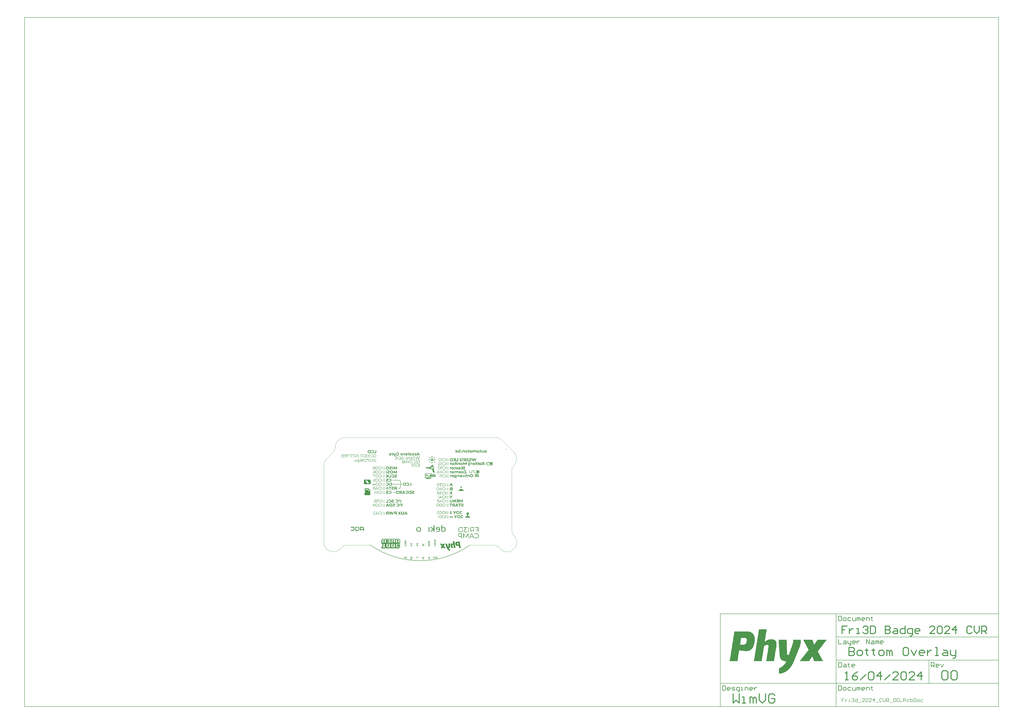
<source format=gbo>
G04*
G04 #@! TF.GenerationSoftware,Altium Limited,Altium Designer,24.4.1 (13)*
G04*
G04 Layer_Color=32896*
%FSLAX25Y25*%
%MOIN*%
G70*
G04*
G04 #@! TF.SameCoordinates,89CB3089-6BD8-41CF-BEDE-02629DB89CB6*
G04*
G04*
G04 #@! TF.FilePolarity,Positive*
G04*
G01*
G75*
%ADD10C,0.00787*%
%ADD11C,0.00591*%
%ADD12C,0.00394*%
%ADD13C,0.01575*%
%ADD14C,0.00984*%
%ADD40C,0.00591*%
G36*
X68364Y189522D02*
X67279D01*
Y189972D01*
X67195Y189884D01*
X67107Y189805D01*
X67010Y189736D01*
X66912Y189680D01*
X66810Y189629D01*
X66708Y189592D01*
X66606Y189555D01*
X66508Y189532D01*
X66416Y189508D01*
X66332Y189495D01*
X66253Y189481D01*
X66188Y189476D01*
X66132Y189471D01*
X66091Y189467D01*
X66054D01*
X65952Y189471D01*
X65854Y189476D01*
X65668Y189504D01*
X65580Y189522D01*
X65497Y189546D01*
X65423Y189569D01*
X65353Y189592D01*
X65288Y189611D01*
X65232Y189634D01*
X65181Y189657D01*
X65140Y189675D01*
X65107Y189689D01*
X65079Y189703D01*
X65065Y189708D01*
X65061Y189713D01*
X64977Y189764D01*
X64903Y189815D01*
X64829Y189870D01*
X64764Y189931D01*
X64699Y189986D01*
X64643Y190047D01*
X64592Y190102D01*
X64541Y190158D01*
X64499Y190214D01*
X64462Y190260D01*
X64434Y190307D01*
X64406Y190344D01*
X64388Y190376D01*
X64374Y190399D01*
X64365Y190413D01*
X64360Y190418D01*
X64314Y190506D01*
X64276Y190594D01*
X64239Y190682D01*
X64212Y190775D01*
X64165Y190952D01*
X64151Y191035D01*
X64137Y191119D01*
X64128Y191193D01*
X64119Y191262D01*
X64114Y191323D01*
X64109Y191374D01*
X64105Y191416D01*
Y191448D01*
Y191471D01*
Y191476D01*
X64109Y191587D01*
X64114Y191694D01*
X64128Y191796D01*
X64147Y191893D01*
X64165Y191986D01*
X64184Y192074D01*
X64207Y192153D01*
X64230Y192227D01*
X64258Y192297D01*
X64281Y192353D01*
X64300Y192409D01*
X64318Y192450D01*
X64337Y192483D01*
X64351Y192511D01*
X64355Y192525D01*
X64360Y192529D01*
X64411Y192613D01*
X64462Y192692D01*
X64518Y192761D01*
X64578Y192831D01*
X64634Y192896D01*
X64694Y192951D01*
X64750Y193007D01*
X64806Y193053D01*
X64856Y193095D01*
X64908Y193132D01*
X64949Y193165D01*
X64986Y193188D01*
X65019Y193207D01*
X65042Y193225D01*
X65056Y193230D01*
X65061Y193234D01*
X65144Y193281D01*
X65232Y193318D01*
X65316Y193355D01*
X65404Y193383D01*
X65571Y193429D01*
X65650Y193443D01*
X65724Y193457D01*
X65794Y193466D01*
X65859Y193476D01*
X65914Y193480D01*
X65961Y193485D01*
X65998Y193490D01*
X66054D01*
X66188Y193485D01*
X66318Y193471D01*
X66439Y193448D01*
X66550Y193415D01*
X66657Y193378D01*
X66754Y193341D01*
X66842Y193299D01*
X66921Y193253D01*
X66991Y193211D01*
X67051Y193165D01*
X67107Y193128D01*
X67149Y193091D01*
X67181Y193058D01*
X67209Y193035D01*
X67223Y193021D01*
X67228Y193016D01*
Y194909D01*
X68364D01*
Y189522D01*
D02*
G37*
G36*
X93142Y193485D02*
X93267Y193471D01*
X93388Y193448D01*
X93490Y193425D01*
X93536Y193411D01*
X93573Y193397D01*
X93611Y193387D01*
X93638Y193378D01*
X93662Y193369D01*
X93680Y193360D01*
X93690Y193355D01*
X93694D01*
X93805Y193304D01*
X93912Y193244D01*
X94000Y193179D01*
X94079Y193118D01*
X94144Y193063D01*
X94191Y193021D01*
X94204Y193002D01*
X94218Y192989D01*
X94223Y192984D01*
X94228Y192979D01*
Y193429D01*
X95314D01*
Y189522D01*
X94177D01*
Y191481D01*
X94172Y191573D01*
X94167Y191661D01*
X94153Y191740D01*
X94140Y191815D01*
X94121Y191884D01*
X94102Y191949D01*
X94084Y192005D01*
X94061Y192056D01*
X94037Y192098D01*
X94019Y192139D01*
X94000Y192172D01*
X93982Y192200D01*
X93968Y192218D01*
X93954Y192232D01*
X93949Y192241D01*
X93945Y192246D01*
X93898Y192292D01*
X93852Y192334D01*
X93801Y192367D01*
X93750Y192395D01*
X93648Y192441D01*
X93546Y192473D01*
X93458Y192492D01*
X93420Y192497D01*
X93388Y192501D01*
X93360Y192506D01*
X93323D01*
X93253Y192501D01*
X93193Y192497D01*
X93133Y192483D01*
X93077Y192464D01*
X92980Y192422D01*
X92891Y192362D01*
X92822Y192292D01*
X92761Y192214D01*
X92711Y192130D01*
X92673Y192047D01*
X92641Y191958D01*
X92618Y191875D01*
X92604Y191796D01*
X92590Y191726D01*
X92585Y191666D01*
X92580Y191624D01*
Y191606D01*
Y191592D01*
Y191587D01*
Y191583D01*
Y189522D01*
X91448D01*
Y191481D01*
X91444Y191573D01*
X91439Y191661D01*
X91425Y191740D01*
X91411Y191815D01*
X91393Y191884D01*
X91374Y191949D01*
X91356Y192005D01*
X91332Y192056D01*
X91309Y192098D01*
X91291Y192139D01*
X91272Y192172D01*
X91254Y192200D01*
X91240Y192218D01*
X91226Y192232D01*
X91221Y192241D01*
X91216Y192246D01*
X91170Y192292D01*
X91119Y192334D01*
X91068Y192367D01*
X91017Y192395D01*
X90910Y192441D01*
X90808Y192473D01*
X90720Y192492D01*
X90678Y192497D01*
X90646Y192501D01*
X90618Y192506D01*
X90581D01*
X90516Y192501D01*
X90455Y192497D01*
X90349Y192469D01*
X90256Y192432D01*
X90177Y192390D01*
X90117Y192348D01*
X90075Y192311D01*
X90047Y192283D01*
X90038Y192279D01*
Y192274D01*
X90005Y192227D01*
X89973Y192181D01*
X89926Y192070D01*
X89889Y191954D01*
X89866Y191842D01*
X89857Y191791D01*
X89852Y191740D01*
X89848Y191699D01*
Y191657D01*
X89843Y191629D01*
Y191601D01*
Y191587D01*
Y191583D01*
Y189522D01*
X88706D01*
Y191759D01*
X88711Y191917D01*
X88725Y192060D01*
X88748Y192200D01*
X88776Y192325D01*
X88808Y192441D01*
X88845Y192548D01*
X88882Y192645D01*
X88924Y192729D01*
X88966Y192807D01*
X89003Y192873D01*
X89040Y192928D01*
X89073Y192975D01*
X89100Y193007D01*
X89124Y193035D01*
X89138Y193049D01*
X89142Y193053D01*
X89226Y193132D01*
X89314Y193197D01*
X89411Y193258D01*
X89504Y193304D01*
X89602Y193346D01*
X89699Y193383D01*
X89797Y193411D01*
X89885Y193434D01*
X89973Y193453D01*
X90052Y193466D01*
X90121Y193476D01*
X90186Y193485D01*
X90237D01*
X90275Y193490D01*
X90307D01*
X90465Y193480D01*
X90618Y193462D01*
X90752Y193439D01*
X90813Y193420D01*
X90873Y193406D01*
X90924Y193392D01*
X90970Y193374D01*
X91012Y193360D01*
X91045Y193350D01*
X91072Y193336D01*
X91091Y193332D01*
X91105Y193323D01*
X91110D01*
X91240Y193253D01*
X91360Y193179D01*
X91462Y193100D01*
X91550Y193026D01*
X91620Y192956D01*
X91648Y192923D01*
X91676Y192900D01*
X91694Y192877D01*
X91708Y192863D01*
X91713Y192854D01*
X91717Y192849D01*
X91796Y192961D01*
X91884Y193053D01*
X91973Y193137D01*
X92061Y193202D01*
X92135Y193253D01*
X92168Y193276D01*
X92195Y193295D01*
X92219Y193304D01*
X92237Y193313D01*
X92247Y193323D01*
X92251D01*
X92381Y193378D01*
X92511Y193420D01*
X92636Y193448D01*
X92752Y193471D01*
X92803Y193476D01*
X92854Y193480D01*
X92896Y193485D01*
X92933D01*
X92961Y193490D01*
X93003D01*
X93142Y193485D01*
D02*
G37*
G36*
X111308D02*
X111475Y193471D01*
X111628Y193448D01*
X111702Y193439D01*
X111767Y193429D01*
X111827Y193415D01*
X111883Y193406D01*
X111934Y193392D01*
X111971Y193383D01*
X112004Y193378D01*
X112031Y193369D01*
X112045Y193364D01*
X112050D01*
X112212Y193313D01*
X112356Y193258D01*
X112426Y193230D01*
X112486Y193197D01*
X112547Y193169D01*
X112598Y193142D01*
X112648Y193118D01*
X112690Y193095D01*
X112727Y193072D01*
X112760Y193053D01*
X112783Y193040D01*
X112802Y193026D01*
X112811Y193021D01*
X112816Y193016D01*
X112412Y192223D01*
X112328Y192283D01*
X112240Y192334D01*
X112157Y192381D01*
X112073Y192418D01*
X112004Y192446D01*
X111971Y192459D01*
X111948Y192469D01*
X111925Y192478D01*
X111911Y192483D01*
X111901Y192487D01*
X111897D01*
X111785Y192520D01*
X111674Y192543D01*
X111572Y192562D01*
X111479Y192571D01*
X111400Y192580D01*
X111363D01*
X111335Y192585D01*
X111201D01*
X111127Y192576D01*
X111057Y192566D01*
X110987Y192552D01*
X110927Y192538D01*
X110871Y192520D01*
X110825Y192506D01*
X110779Y192487D01*
X110741Y192469D01*
X110704Y192450D01*
X110677Y192432D01*
X110653Y192418D01*
X110635Y192404D01*
X110621Y192395D01*
X110616Y192390D01*
X110612Y192385D01*
X110570Y192348D01*
X110537Y192302D01*
X110505Y192260D01*
X110482Y192214D01*
X110440Y192116D01*
X110412Y192023D01*
X110398Y191945D01*
X110389Y191907D01*
Y191875D01*
X110384Y191852D01*
Y191833D01*
Y191819D01*
Y191815D01*
X111284D01*
X111442Y191810D01*
X111586Y191801D01*
X111721Y191787D01*
X111846Y191768D01*
X111957Y191740D01*
X112064Y191717D01*
X112157Y191689D01*
X112240Y191661D01*
X112314Y191629D01*
X112379Y191601D01*
X112435Y191578D01*
X112477Y191555D01*
X112514Y191532D01*
X112537Y191518D01*
X112551Y191508D01*
X112556Y191504D01*
X112625Y191443D01*
X112690Y191378D01*
X112746Y191309D01*
X112792Y191239D01*
X112829Y191165D01*
X112862Y191095D01*
X112890Y191026D01*
X112913Y190956D01*
X112932Y190896D01*
X112941Y190835D01*
X112950Y190780D01*
X112959Y190738D01*
Y190696D01*
X112964Y190668D01*
Y190650D01*
Y190645D01*
X112955Y190520D01*
X112936Y190409D01*
X112908Y190307D01*
X112876Y190214D01*
X112843Y190139D01*
X112829Y190112D01*
X112816Y190084D01*
X112802Y190065D01*
X112797Y190051D01*
X112788Y190042D01*
Y190037D01*
X112714Y189940D01*
X112635Y189857D01*
X112551Y189787D01*
X112468Y189727D01*
X112393Y189680D01*
X112365Y189657D01*
X112338Y189643D01*
X112314Y189629D01*
X112296Y189625D01*
X112287Y189615D01*
X112282D01*
X112152Y189564D01*
X112022Y189532D01*
X111892Y189504D01*
X111767Y189485D01*
X111711Y189481D01*
X111660Y189476D01*
X111618Y189471D01*
X111577D01*
X111544Y189467D01*
X111502D01*
X111345Y189471D01*
X111201Y189490D01*
X111066Y189518D01*
X110946Y189550D01*
X110839Y189592D01*
X110741Y189638D01*
X110653Y189685D01*
X110579Y189736D01*
X110514Y189787D01*
X110458Y189833D01*
X110412Y189880D01*
X110375Y189921D01*
X110347Y189954D01*
X110324Y189982D01*
X110315Y190000D01*
X110310Y190005D01*
Y189522D01*
X109247D01*
Y191750D01*
X109252Y191907D01*
X109266Y192056D01*
X109294Y192195D01*
X109322Y192320D01*
X109359Y192441D01*
X109400Y192548D01*
X109447Y192640D01*
X109489Y192729D01*
X109535Y192803D01*
X109581Y192873D01*
X109623Y192928D01*
X109660Y192975D01*
X109688Y193007D01*
X109711Y193035D01*
X109730Y193049D01*
X109735Y193053D01*
X109832Y193132D01*
X109934Y193197D01*
X110046Y193258D01*
X110157Y193304D01*
X110273Y193346D01*
X110389Y193383D01*
X110505Y193411D01*
X110616Y193434D01*
X110718Y193453D01*
X110816Y193466D01*
X110904Y193476D01*
X110983Y193485D01*
X111043D01*
X111090Y193490D01*
X111131D01*
X111308Y193485D01*
D02*
G37*
G36*
X86289D02*
X86456Y193471D01*
X86609Y193448D01*
X86683Y193439D01*
X86748Y193429D01*
X86808Y193415D01*
X86864Y193406D01*
X86915Y193392D01*
X86952Y193383D01*
X86985Y193378D01*
X87012Y193369D01*
X87026Y193364D01*
X87031D01*
X87194Y193313D01*
X87337Y193258D01*
X87407Y193230D01*
X87467Y193197D01*
X87528Y193169D01*
X87579Y193142D01*
X87630Y193118D01*
X87671Y193095D01*
X87708Y193072D01*
X87741Y193053D01*
X87764Y193040D01*
X87783Y193026D01*
X87792Y193021D01*
X87797Y193016D01*
X87393Y192223D01*
X87309Y192283D01*
X87221Y192334D01*
X87138Y192381D01*
X87054Y192418D01*
X86985Y192446D01*
X86952Y192459D01*
X86929Y192469D01*
X86906Y192478D01*
X86892Y192483D01*
X86883Y192487D01*
X86878D01*
X86767Y192520D01*
X86655Y192543D01*
X86553Y192562D01*
X86460Y192571D01*
X86382Y192580D01*
X86344D01*
X86317Y192585D01*
X86182D01*
X86108Y192576D01*
X86038Y192566D01*
X85969Y192552D01*
X85908Y192538D01*
X85852Y192520D01*
X85806Y192506D01*
X85760Y192487D01*
X85723Y192469D01*
X85685Y192450D01*
X85658Y192432D01*
X85634Y192418D01*
X85616Y192404D01*
X85602Y192395D01*
X85597Y192390D01*
X85593Y192385D01*
X85551Y192348D01*
X85518Y192302D01*
X85486Y192260D01*
X85463Y192214D01*
X85421Y192116D01*
X85393Y192023D01*
X85379Y191945D01*
X85370Y191907D01*
Y191875D01*
X85365Y191852D01*
Y191833D01*
Y191819D01*
Y191815D01*
X86265D01*
X86423Y191810D01*
X86567Y191801D01*
X86702Y191787D01*
X86827Y191768D01*
X86938Y191740D01*
X87045Y191717D01*
X87138Y191689D01*
X87221Y191661D01*
X87296Y191629D01*
X87361Y191601D01*
X87416Y191578D01*
X87458Y191555D01*
X87495Y191532D01*
X87518Y191518D01*
X87532Y191508D01*
X87537Y191504D01*
X87606Y191443D01*
X87671Y191378D01*
X87727Y191309D01*
X87774Y191239D01*
X87811Y191165D01*
X87843Y191095D01*
X87871Y191026D01*
X87894Y190956D01*
X87913Y190896D01*
X87922Y190835D01*
X87931Y190780D01*
X87941Y190738D01*
Y190696D01*
X87945Y190668D01*
Y190650D01*
Y190645D01*
X87936Y190520D01*
X87917Y190409D01*
X87889Y190307D01*
X87857Y190214D01*
X87824Y190139D01*
X87811Y190112D01*
X87797Y190084D01*
X87783Y190065D01*
X87778Y190051D01*
X87769Y190042D01*
Y190037D01*
X87695Y189940D01*
X87616Y189857D01*
X87532Y189787D01*
X87449Y189727D01*
X87375Y189680D01*
X87347Y189657D01*
X87319Y189643D01*
X87296Y189629D01*
X87277Y189625D01*
X87268Y189615D01*
X87263D01*
X87133Y189564D01*
X87003Y189532D01*
X86873Y189504D01*
X86748Y189485D01*
X86692Y189481D01*
X86641Y189476D01*
X86600Y189471D01*
X86558D01*
X86525Y189467D01*
X86484D01*
X86326Y189471D01*
X86182Y189490D01*
X86047Y189518D01*
X85927Y189550D01*
X85820Y189592D01*
X85723Y189638D01*
X85634Y189685D01*
X85560Y189736D01*
X85495Y189787D01*
X85440Y189833D01*
X85393Y189880D01*
X85356Y189921D01*
X85328Y189954D01*
X85305Y189982D01*
X85296Y190000D01*
X85291Y190005D01*
Y189522D01*
X84228D01*
Y191750D01*
X84233Y191907D01*
X84247Y192056D01*
X84275Y192195D01*
X84303Y192320D01*
X84340Y192441D01*
X84382Y192548D01*
X84428Y192640D01*
X84470Y192729D01*
X84516Y192803D01*
X84563Y192873D01*
X84604Y192928D01*
X84641Y192975D01*
X84669Y193007D01*
X84693Y193035D01*
X84711Y193049D01*
X84716Y193053D01*
X84813Y193132D01*
X84915Y193197D01*
X85027Y193258D01*
X85138Y193304D01*
X85254Y193346D01*
X85370Y193383D01*
X85486Y193411D01*
X85597Y193434D01*
X85699Y193453D01*
X85797Y193466D01*
X85885Y193476D01*
X85964Y193485D01*
X86024D01*
X86071Y193490D01*
X86112D01*
X86289Y193485D01*
D02*
G37*
G36*
X108245Y191221D02*
X108240Y191063D01*
X108227Y190914D01*
X108203Y190775D01*
X108176Y190650D01*
X108138Y190529D01*
X108101Y190423D01*
X108064Y190325D01*
X108018Y190237D01*
X107976Y190158D01*
X107939Y190093D01*
X107897Y190037D01*
X107865Y189991D01*
X107837Y189954D01*
X107814Y189926D01*
X107800Y189912D01*
X107795Y189908D01*
X107707Y189829D01*
X107614Y189764D01*
X107517Y189703D01*
X107415Y189652D01*
X107313Y189611D01*
X107210Y189573D01*
X107113Y189546D01*
X107016Y189522D01*
X106927Y189504D01*
X106844Y189490D01*
X106765Y189481D01*
X106700Y189476D01*
X106649Y189471D01*
X106607Y189467D01*
X106575D01*
X106440Y189471D01*
X106315Y189485D01*
X106204Y189508D01*
X106102Y189532D01*
X106060Y189546D01*
X106018Y189555D01*
X105985Y189569D01*
X105958Y189578D01*
X105934Y189583D01*
X105916Y189592D01*
X105907Y189597D01*
X105902D01*
X105786Y189652D01*
X105684Y189713D01*
X105591Y189778D01*
X105512Y189843D01*
X105452Y189898D01*
X105405Y189945D01*
X105387Y189963D01*
X105373Y189977D01*
X105368Y189982D01*
X105364Y189986D01*
Y189522D01*
X104287D01*
Y193429D01*
X105419D01*
Y191494D01*
X105424Y191402D01*
X105429Y191313D01*
X105443Y191230D01*
X105456Y191151D01*
X105475Y191081D01*
X105498Y191016D01*
X105522Y190956D01*
X105545Y190905D01*
X105568Y190859D01*
X105591Y190817D01*
X105610Y190785D01*
X105633Y190757D01*
X105647Y190733D01*
X105661Y190719D01*
X105665Y190710D01*
X105670Y190706D01*
X105716Y190659D01*
X105767Y190617D01*
X105823Y190585D01*
X105874Y190552D01*
X105930Y190529D01*
X105985Y190506D01*
X106088Y190474D01*
X106180Y190455D01*
X106218Y190450D01*
X106255Y190446D01*
X106282Y190441D01*
X106320D01*
X106394Y190446D01*
X106459Y190450D01*
X106524Y190464D01*
X106579Y190483D01*
X106686Y190529D01*
X106779Y190590D01*
X106853Y190659D01*
X106918Y190743D01*
X106974Y190826D01*
X107016Y190914D01*
X107048Y191003D01*
X107071Y191086D01*
X107090Y191170D01*
X107099Y191239D01*
X107108Y191299D01*
X107113Y191346D01*
Y191365D01*
Y191378D01*
Y191383D01*
Y191388D01*
Y193429D01*
X108245D01*
Y191221D01*
D02*
G37*
G36*
X61660Y193485D02*
X61766Y193480D01*
X61868Y193466D01*
X61966Y193448D01*
X62063Y193429D01*
X62151Y193406D01*
X62230Y193383D01*
X62309Y193360D01*
X62374Y193336D01*
X62439Y193313D01*
X62490Y193290D01*
X62537Y193272D01*
X62574Y193253D01*
X62597Y193239D01*
X62615Y193234D01*
X62620Y193230D01*
X62708Y193179D01*
X62787Y193123D01*
X62866Y193067D01*
X62936Y193007D01*
X63005Y192947D01*
X63065Y192886D01*
X63121Y192826D01*
X63172Y192770D01*
X63214Y192715D01*
X63256Y192668D01*
X63288Y192622D01*
X63316Y192585D01*
X63339Y192552D01*
X63353Y192525D01*
X63362Y192511D01*
X63367Y192506D01*
X63414Y192418D01*
X63455Y192330D01*
X63492Y192241D01*
X63520Y192153D01*
X63548Y192065D01*
X63571Y191977D01*
X63590Y191898D01*
X63604Y191819D01*
X63613Y191745D01*
X63622Y191680D01*
X63627Y191624D01*
X63632Y191573D01*
X63636Y191532D01*
Y191504D01*
Y191481D01*
Y191476D01*
X63632Y191369D01*
X63622Y191262D01*
X63613Y191160D01*
X63594Y191068D01*
X63571Y190975D01*
X63548Y190887D01*
X63525Y190808D01*
X63497Y190733D01*
X63474Y190668D01*
X63451Y190608D01*
X63427Y190557D01*
X63404Y190511D01*
X63386Y190478D01*
X63376Y190455D01*
X63367Y190436D01*
X63362Y190432D01*
X63307Y190348D01*
X63247Y190269D01*
X63186Y190200D01*
X63121Y190130D01*
X63056Y190065D01*
X62991Y190010D01*
X62926Y189954D01*
X62866Y189908D01*
X62806Y189866D01*
X62755Y189829D01*
X62704Y189796D01*
X62662Y189768D01*
X62625Y189750D01*
X62602Y189736D01*
X62583Y189727D01*
X62578Y189722D01*
X62481Y189675D01*
X62383Y189638D01*
X62281Y189606D01*
X62179Y189573D01*
X61984Y189527D01*
X61892Y189513D01*
X61803Y189499D01*
X61720Y189490D01*
X61646Y189481D01*
X61576Y189476D01*
X61520Y189471D01*
X61474Y189467D01*
X61409D01*
X61214Y189476D01*
X61033Y189495D01*
X60866Y189522D01*
X60708Y189564D01*
X60565Y189611D01*
X60430Y189666D01*
X60309Y189722D01*
X60203Y189782D01*
X60110Y189838D01*
X60026Y189894D01*
X59957Y189949D01*
X59896Y189996D01*
X59850Y190037D01*
X59822Y190065D01*
X59799Y190088D01*
X59794Y190093D01*
X60397Y190747D01*
X60476Y190678D01*
X60551Y190622D01*
X60625Y190571D01*
X60694Y190529D01*
X60755Y190501D01*
X60796Y190478D01*
X60815Y190469D01*
X60829Y190464D01*
X60834Y190460D01*
X60838D01*
X60931Y190432D01*
X61024Y190409D01*
X61112Y190395D01*
X61196Y190381D01*
X61270Y190376D01*
X61298D01*
X61326Y190372D01*
X61377D01*
X61460Y190376D01*
X61534Y190381D01*
X61678Y190404D01*
X61748Y190418D01*
X61808Y190436D01*
X61864Y190455D01*
X61915Y190478D01*
X61961Y190497D01*
X62003Y190515D01*
X62035Y190534D01*
X62063Y190548D01*
X62086Y190562D01*
X62105Y190571D01*
X62114Y190580D01*
X62119D01*
X62170Y190622D01*
X62221Y190668D01*
X62305Y190761D01*
X62370Y190854D01*
X62420Y190947D01*
X62458Y191030D01*
X62472Y191068D01*
X62481Y191095D01*
X62490Y191123D01*
X62495Y191142D01*
X62499Y191151D01*
Y191156D01*
X59539D01*
X59535Y191207D01*
X59530Y191249D01*
Y191290D01*
X59525Y191323D01*
Y191351D01*
X59521Y191378D01*
Y191416D01*
X59516Y191439D01*
Y191453D01*
Y191462D01*
X59521Y191573D01*
X59525Y191685D01*
X59539Y191787D01*
X59558Y191884D01*
X59576Y191977D01*
X59599Y192065D01*
X59627Y192149D01*
X59650Y192223D01*
X59674Y192292D01*
X59702Y192353D01*
X59725Y192404D01*
X59743Y192450D01*
X59762Y192483D01*
X59771Y192511D01*
X59780Y192525D01*
X59785Y192529D01*
X59836Y192613D01*
X59892Y192692D01*
X59952Y192766D01*
X60012Y192835D01*
X60073Y192900D01*
X60133Y192956D01*
X60189Y193012D01*
X60249Y193058D01*
X60305Y193100D01*
X60351Y193137D01*
X60397Y193169D01*
X60435Y193193D01*
X60467Y193211D01*
X60495Y193230D01*
X60509Y193234D01*
X60514Y193239D01*
X60602Y193285D01*
X60690Y193323D01*
X60783Y193355D01*
X60871Y193383D01*
X61047Y193429D01*
X61131Y193443D01*
X61205Y193457D01*
X61279Y193471D01*
X61344Y193476D01*
X61404Y193480D01*
X61455Y193485D01*
X61497Y193490D01*
X61553D01*
X61660Y193485D01*
D02*
G37*
G36*
X103095Y193341D02*
X103698D01*
Y192469D01*
X103095D01*
Y190863D01*
X103090Y190738D01*
X103076Y190622D01*
X103058Y190511D01*
X103034Y190409D01*
X103007Y190316D01*
X102974Y190228D01*
X102942Y190153D01*
X102904Y190084D01*
X102867Y190019D01*
X102835Y189968D01*
X102802Y189921D01*
X102775Y189884D01*
X102751Y189857D01*
X102728Y189838D01*
X102719Y189824D01*
X102714Y189819D01*
X102640Y189759D01*
X102557Y189703D01*
X102473Y189657D01*
X102385Y189615D01*
X102297Y189583D01*
X102204Y189555D01*
X102116Y189532D01*
X102032Y189513D01*
X101949Y189495D01*
X101874Y189485D01*
X101805Y189476D01*
X101749Y189471D01*
X101698D01*
X101666Y189467D01*
X101633D01*
X101536Y189471D01*
X101438Y189476D01*
X101355Y189485D01*
X101276Y189499D01*
X101211Y189508D01*
X101164Y189518D01*
X101146Y189522D01*
X101132D01*
X101127Y189527D01*
X101123D01*
X101035Y189550D01*
X100956Y189583D01*
X100886Y189611D01*
X100826Y189638D01*
X100775Y189666D01*
X100738Y189689D01*
X100719Y189703D01*
X100710Y189708D01*
X101016Y190506D01*
X101090Y190460D01*
X101169Y190423D01*
X101243Y190399D01*
X101318Y190381D01*
X101378Y190372D01*
X101429Y190367D01*
X101448Y190362D01*
X101475D01*
X101559Y190367D01*
X101628Y190385D01*
X101693Y190404D01*
X101744Y190432D01*
X101782Y190455D01*
X101814Y190478D01*
X101833Y190492D01*
X101837Y190497D01*
X101879Y190552D01*
X101912Y190613D01*
X101930Y190678D01*
X101949Y190738D01*
X101958Y190794D01*
X101963Y190835D01*
Y190854D01*
Y190868D01*
Y190873D01*
Y190877D01*
Y192469D01*
X100988D01*
Y193341D01*
X101963D01*
Y194292D01*
X103095D01*
Y193341D01*
D02*
G37*
G36*
X83069D02*
X83672D01*
Y192469D01*
X83069D01*
Y190863D01*
X83064Y190738D01*
X83050Y190622D01*
X83031Y190511D01*
X83008Y190409D01*
X82980Y190316D01*
X82948Y190228D01*
X82915Y190153D01*
X82878Y190084D01*
X82841Y190019D01*
X82809Y189968D01*
X82776Y189921D01*
X82748Y189884D01*
X82725Y189857D01*
X82702Y189838D01*
X82693Y189824D01*
X82688Y189819D01*
X82614Y189759D01*
X82530Y189703D01*
X82447Y189657D01*
X82359Y189615D01*
X82270Y189583D01*
X82178Y189555D01*
X82090Y189532D01*
X82006Y189513D01*
X81923Y189495D01*
X81848Y189485D01*
X81779Y189476D01*
X81723Y189471D01*
X81672D01*
X81639Y189467D01*
X81607D01*
X81510Y189471D01*
X81412Y189476D01*
X81328Y189485D01*
X81250Y189499D01*
X81185Y189508D01*
X81138Y189518D01*
X81120Y189522D01*
X81106D01*
X81101Y189527D01*
X81097D01*
X81008Y189550D01*
X80929Y189583D01*
X80860Y189611D01*
X80800Y189638D01*
X80748Y189666D01*
X80711Y189689D01*
X80693Y189703D01*
X80684Y189708D01*
X80990Y190506D01*
X81064Y190460D01*
X81143Y190423D01*
X81217Y190399D01*
X81291Y190381D01*
X81352Y190372D01*
X81403Y190367D01*
X81421Y190362D01*
X81449D01*
X81533Y190367D01*
X81602Y190385D01*
X81667Y190404D01*
X81718Y190432D01*
X81755Y190455D01*
X81788Y190478D01*
X81806Y190492D01*
X81811Y190497D01*
X81853Y190552D01*
X81885Y190613D01*
X81904Y190678D01*
X81923Y190738D01*
X81932Y190794D01*
X81936Y190835D01*
Y190854D01*
Y190868D01*
Y190873D01*
Y190877D01*
Y192469D01*
X80962D01*
Y193341D01*
X81936D01*
Y194292D01*
X83069D01*
Y193341D01*
D02*
G37*
G36*
X73055Y193485D02*
X73195Y193471D01*
X73320Y193448D01*
X73376Y193434D01*
X73427Y193425D01*
X73473Y193411D01*
X73519Y193397D01*
X73557Y193387D01*
X73584Y193378D01*
X73612Y193369D01*
X73631Y193360D01*
X73640Y193355D01*
X73645D01*
X73765Y193299D01*
X73872Y193239D01*
X73970Y193174D01*
X74048Y193114D01*
X74113Y193058D01*
X74160Y193012D01*
X74178Y192993D01*
X74192Y192979D01*
X74197Y192975D01*
X74202Y192970D01*
Y193429D01*
X75287D01*
Y189522D01*
X74151D01*
Y191453D01*
X74146Y191550D01*
X74141Y191638D01*
X74127Y191722D01*
X74113Y191796D01*
X74090Y191870D01*
X74072Y191931D01*
X74048Y191991D01*
X74025Y192042D01*
X74002Y192088D01*
X73979Y192130D01*
X73956Y192163D01*
X73937Y192190D01*
X73923Y192214D01*
X73909Y192227D01*
X73905Y192237D01*
X73900Y192241D01*
X73849Y192288D01*
X73798Y192330D01*
X73742Y192362D01*
X73686Y192395D01*
X73626Y192422D01*
X73571Y192441D01*
X73459Y192473D01*
X73408Y192483D01*
X73362Y192492D01*
X73320Y192497D01*
X73283Y192501D01*
X73255Y192506D01*
X73213D01*
X73144Y192501D01*
X73079Y192497D01*
X72958Y192469D01*
X72860Y192432D01*
X72777Y192390D01*
X72712Y192348D01*
X72666Y192311D01*
X72638Y192283D01*
X72628Y192279D01*
Y192274D01*
X72591Y192227D01*
X72559Y192181D01*
X72513Y192070D01*
X72475Y191954D01*
X72448Y191842D01*
X72443Y191791D01*
X72434Y191740D01*
X72429Y191699D01*
Y191657D01*
X72424Y191629D01*
Y191601D01*
Y191587D01*
Y191583D01*
Y189522D01*
X71288D01*
Y191759D01*
X71292Y191917D01*
X71306Y192060D01*
X71329Y192195D01*
X71357Y192325D01*
X71390Y192441D01*
X71431Y192548D01*
X71469Y192640D01*
X71510Y192729D01*
X71557Y192803D01*
X71594Y192873D01*
X71631Y192928D01*
X71668Y192970D01*
X71696Y193007D01*
X71719Y193035D01*
X71733Y193049D01*
X71738Y193053D01*
X71826Y193132D01*
X71914Y193197D01*
X72011Y193258D01*
X72109Y193304D01*
X72206Y193346D01*
X72304Y193383D01*
X72401Y193411D01*
X72489Y193434D01*
X72578Y193453D01*
X72656Y193466D01*
X72731Y193476D01*
X72791Y193485D01*
X72842D01*
X72879Y193490D01*
X72912D01*
X73055Y193485D01*
D02*
G37*
G36*
X-81163Y193692D02*
X-81027Y193685D01*
X-80767Y193644D01*
X-80644Y193623D01*
X-80528Y193596D01*
X-80426Y193562D01*
X-80323Y193535D01*
X-80234Y193500D01*
X-80152Y193473D01*
X-80084Y193439D01*
X-80029Y193419D01*
X-79982Y193398D01*
X-79947Y193377D01*
X-79927Y193371D01*
X-79920Y193364D01*
X-79702Y193227D01*
X-79510Y193084D01*
X-79422Y193002D01*
X-79346Y192927D01*
X-79271Y192852D01*
X-79203Y192783D01*
X-79148Y192708D01*
X-79094Y192647D01*
X-79053Y192592D01*
X-79018Y192537D01*
X-78984Y192496D01*
X-78964Y192469D01*
X-78957Y192449D01*
X-78950Y192442D01*
X-78889Y192332D01*
X-78834Y192216D01*
X-78786Y192100D01*
X-78745Y191984D01*
X-78684Y191766D01*
X-78657Y191656D01*
X-78643Y191561D01*
X-78622Y191465D01*
X-78616Y191383D01*
X-78609Y191308D01*
X-78602Y191240D01*
X-78595Y191192D01*
Y191151D01*
Y191124D01*
Y191117D01*
X-78602Y190980D01*
X-78609Y190843D01*
X-78650Y190598D01*
X-78677Y190481D01*
X-78704Y190365D01*
X-78738Y190263D01*
X-78773Y190174D01*
X-78807Y190085D01*
X-78841Y190010D01*
X-78868Y189942D01*
X-78896Y189887D01*
X-78916Y189846D01*
X-78937Y189812D01*
X-78943Y189792D01*
X-78950Y189785D01*
X-79094Y189580D01*
X-79251Y189396D01*
X-79415Y189239D01*
X-79490Y189170D01*
X-79572Y189109D01*
X-79640Y189054D01*
X-79708Y189006D01*
X-79770Y188965D01*
X-79818Y188931D01*
X-79859Y188904D01*
X-79893Y188883D01*
X-79913Y188876D01*
X-79920Y188870D01*
X-80036Y188815D01*
X-80159Y188760D01*
X-80398Y188678D01*
X-80624Y188624D01*
X-80740Y188603D01*
X-80842Y188583D01*
X-80938Y188569D01*
X-81027Y188562D01*
X-81102Y188549D01*
X-81170D01*
X-81225Y188542D01*
X-81300D01*
X-81539Y188549D01*
X-81757Y188576D01*
X-81955Y188610D01*
X-82044Y188631D01*
X-82133Y188658D01*
X-82208Y188678D01*
X-82276Y188699D01*
X-82331Y188713D01*
X-82386Y188733D01*
X-82420Y188747D01*
X-82454Y188760D01*
X-82468Y188767D01*
X-82474D01*
X-82666Y188863D01*
X-82837Y188965D01*
X-82987Y189075D01*
X-83117Y189177D01*
X-83219Y189273D01*
X-83260Y189314D01*
X-83301Y189355D01*
X-83328Y189382D01*
X-83349Y189402D01*
X-83356Y189416D01*
X-83362Y189423D01*
X-82618Y190113D01*
X-82522Y190010D01*
X-82420Y189915D01*
X-82317Y189839D01*
X-82208Y189771D01*
X-82106Y189710D01*
X-81996Y189662D01*
X-81894Y189628D01*
X-81798Y189594D01*
X-81710Y189566D01*
X-81628Y189553D01*
X-81552Y189539D01*
X-81484Y189525D01*
X-81436D01*
X-81395Y189518D01*
X-81361D01*
X-81191Y189525D01*
X-81033Y189553D01*
X-80897Y189587D01*
X-80774Y189621D01*
X-80671Y189662D01*
X-80630Y189676D01*
X-80596Y189689D01*
X-80569Y189703D01*
X-80549Y189717D01*
X-80542Y189723D01*
X-80535D01*
X-80405Y189805D01*
X-80296Y189901D01*
X-80193Y189990D01*
X-80118Y190085D01*
X-80050Y190167D01*
X-80009Y190229D01*
X-79988Y190256D01*
X-79975Y190277D01*
X-79968Y190284D01*
Y190290D01*
X-79900Y190427D01*
X-79852Y190570D01*
X-79811Y190714D01*
X-79790Y190837D01*
X-79777Y190953D01*
X-79770Y191001D01*
Y191042D01*
X-79763Y191069D01*
Y191096D01*
Y191110D01*
Y191117D01*
X-79770Y191288D01*
X-79797Y191445D01*
X-79831Y191581D01*
X-79865Y191704D01*
X-79906Y191807D01*
X-79920Y191848D01*
X-79934Y191882D01*
X-79947Y191909D01*
X-79961Y191929D01*
X-79968Y191936D01*
Y191943D01*
X-80050Y192073D01*
X-80146Y192182D01*
X-80234Y192285D01*
X-80330Y192360D01*
X-80412Y192428D01*
X-80473Y192476D01*
X-80501Y192490D01*
X-80521Y192503D01*
X-80528Y192510D01*
X-80535D01*
X-80671Y192578D01*
X-80815Y192626D01*
X-80958Y192667D01*
X-81081Y192688D01*
X-81197Y192701D01*
X-81245Y192708D01*
X-81286Y192715D01*
X-81361D01*
X-81498Y192708D01*
X-81634Y192688D01*
X-81757Y192660D01*
X-81874Y192626D01*
X-81983Y192578D01*
X-82092Y192531D01*
X-82188Y192476D01*
X-82270Y192421D01*
X-82352Y192367D01*
X-82420Y192312D01*
X-82481Y192264D01*
X-82529Y192216D01*
X-82563Y192182D01*
X-82598Y192155D01*
X-82611Y192134D01*
X-82618Y192128D01*
X-83362Y192811D01*
X-83219Y192961D01*
X-83069Y193097D01*
X-82925Y193207D01*
X-82782Y193302D01*
X-82659Y193371D01*
X-82611Y193398D01*
X-82563Y193425D01*
X-82522Y193446D01*
X-82495Y193453D01*
X-82481Y193466D01*
X-82474D01*
X-82276Y193541D01*
X-82072Y193603D01*
X-81880Y193644D01*
X-81696Y193671D01*
X-81614Y193678D01*
X-81539Y193685D01*
X-81471Y193692D01*
X-81416Y193699D01*
X-81307D01*
X-81163Y193692D01*
D02*
G37*
G36*
X98330Y193485D02*
X98436Y193480D01*
X98543Y193466D01*
X98645Y193448D01*
X98742Y193429D01*
X98835Y193406D01*
X98919Y193383D01*
X98998Y193360D01*
X99072Y193336D01*
X99132Y193313D01*
X99188Y193290D01*
X99234Y193272D01*
X99271Y193253D01*
X99299Y193239D01*
X99318Y193234D01*
X99322Y193230D01*
X99411Y193179D01*
X99494Y193123D01*
X99573Y193067D01*
X99647Y193007D01*
X99717Y192947D01*
X99777Y192886D01*
X99837Y192831D01*
X99888Y192775D01*
X99935Y192719D01*
X99972Y192668D01*
X100009Y192627D01*
X100037Y192585D01*
X100060Y192557D01*
X100074Y192529D01*
X100083Y192515D01*
X100088Y192511D01*
X100135Y192422D01*
X100176Y192334D01*
X100213Y192246D01*
X100246Y192158D01*
X100274Y192070D01*
X100297Y191982D01*
X100311Y191903D01*
X100329Y191824D01*
X100339Y191750D01*
X100348Y191685D01*
X100353Y191624D01*
X100357Y191573D01*
X100362Y191532D01*
Y191504D01*
Y191481D01*
Y191476D01*
X100357Y191369D01*
X100348Y191262D01*
X100339Y191160D01*
X100320Y191068D01*
X100297Y190975D01*
X100274Y190887D01*
X100250Y190808D01*
X100223Y190733D01*
X100199Y190668D01*
X100176Y190608D01*
X100153Y190557D01*
X100130Y190511D01*
X100111Y190478D01*
X100102Y190455D01*
X100093Y190436D01*
X100088Y190432D01*
X100032Y190348D01*
X99977Y190269D01*
X99912Y190200D01*
X99851Y190130D01*
X99787Y190065D01*
X99721Y190010D01*
X99661Y189954D01*
X99601Y189908D01*
X99545Y189866D01*
X99489Y189829D01*
X99443Y189796D01*
X99401Y189768D01*
X99369Y189750D01*
X99346Y189736D01*
X99327Y189727D01*
X99322Y189722D01*
X99230Y189675D01*
X99132Y189638D01*
X99039Y189606D01*
X98942Y189573D01*
X98756Y189527D01*
X98668Y189513D01*
X98585Y189499D01*
X98506Y189490D01*
X98436Y189481D01*
X98371Y189476D01*
X98316Y189471D01*
X98274Y189467D01*
X98213D01*
X98097Y189471D01*
X97991Y189476D01*
X97884Y189490D01*
X97782Y189508D01*
X97685Y189527D01*
X97592Y189546D01*
X97508Y189569D01*
X97429Y189597D01*
X97360Y189620D01*
X97295Y189643D01*
X97239Y189662D01*
X97193Y189680D01*
X97160Y189699D01*
X97132Y189713D01*
X97114Y189717D01*
X97109Y189722D01*
X97021Y189773D01*
X96938Y189824D01*
X96859Y189884D01*
X96784Y189940D01*
X96715Y190000D01*
X96654Y190061D01*
X96599Y190116D01*
X96548Y190172D01*
X96501Y190228D01*
X96460Y190274D01*
X96427Y190321D01*
X96399Y190358D01*
X96376Y190390D01*
X96362Y190413D01*
X96353Y190427D01*
X96348Y190432D01*
X96297Y190520D01*
X96255Y190608D01*
X96218Y190701D01*
X96186Y190789D01*
X96158Y190877D01*
X96139Y190965D01*
X96121Y191049D01*
X96102Y191128D01*
X96093Y191197D01*
X96084Y191267D01*
X96079Y191327D01*
X96074Y191378D01*
X96070Y191420D01*
Y191448D01*
Y191471D01*
Y191476D01*
X96074Y191583D01*
X96084Y191689D01*
X96098Y191787D01*
X96112Y191884D01*
X96135Y191972D01*
X96158Y192060D01*
X96181Y192139D01*
X96209Y192209D01*
X96237Y192279D01*
X96260Y192334D01*
X96283Y192385D01*
X96306Y192432D01*
X96320Y192464D01*
X96334Y192492D01*
X96344Y192506D01*
X96348Y192511D01*
X96404Y192594D01*
X96460Y192673D01*
X96520Y192747D01*
X96580Y192817D01*
X96645Y192882D01*
X96710Y192942D01*
X96771Y192993D01*
X96831Y193044D01*
X96886Y193086D01*
X96942Y193123D01*
X96988Y193156D01*
X97030Y193183D01*
X97063Y193202D01*
X97086Y193216D01*
X97105Y193225D01*
X97109Y193230D01*
X97202Y193276D01*
X97295Y193318D01*
X97392Y193350D01*
X97485Y193378D01*
X97671Y193425D01*
X97759Y193443D01*
X97842Y193457D01*
X97921Y193466D01*
X97991Y193476D01*
X98056Y193480D01*
X98111Y193485D01*
X98153Y193490D01*
X98213D01*
X98330Y193485D01*
D02*
G37*
G36*
X78303D02*
X78410Y193480D01*
X78517Y193466D01*
X78619Y193448D01*
X78716Y193429D01*
X78809Y193406D01*
X78892Y193383D01*
X78971Y193360D01*
X79046Y193336D01*
X79106Y193313D01*
X79162Y193290D01*
X79208Y193272D01*
X79245Y193253D01*
X79273Y193239D01*
X79292Y193234D01*
X79296Y193230D01*
X79384Y193179D01*
X79468Y193123D01*
X79547Y193067D01*
X79621Y193007D01*
X79691Y192947D01*
X79751Y192886D01*
X79811Y192831D01*
X79862Y192775D01*
X79909Y192719D01*
X79946Y192668D01*
X79983Y192627D01*
X80011Y192585D01*
X80034Y192557D01*
X80048Y192529D01*
X80057Y192515D01*
X80062Y192511D01*
X80108Y192422D01*
X80150Y192334D01*
X80187Y192246D01*
X80220Y192158D01*
X80247Y192070D01*
X80271Y191982D01*
X80285Y191903D01*
X80303Y191824D01*
X80312Y191750D01*
X80322Y191685D01*
X80326Y191624D01*
X80331Y191573D01*
X80336Y191532D01*
Y191504D01*
Y191481D01*
Y191476D01*
X80331Y191369D01*
X80322Y191262D01*
X80312Y191160D01*
X80294Y191068D01*
X80271Y190975D01*
X80247Y190887D01*
X80224Y190808D01*
X80196Y190733D01*
X80173Y190668D01*
X80150Y190608D01*
X80127Y190557D01*
X80104Y190511D01*
X80085Y190478D01*
X80076Y190455D01*
X80066Y190436D01*
X80062Y190432D01*
X80006Y190348D01*
X79950Y190269D01*
X79886Y190200D01*
X79825Y190130D01*
X79760Y190065D01*
X79695Y190010D01*
X79635Y189954D01*
X79575Y189908D01*
X79519Y189866D01*
X79463Y189829D01*
X79417Y189796D01*
X79375Y189768D01*
X79343Y189750D01*
X79319Y189736D01*
X79301Y189727D01*
X79296Y189722D01*
X79203Y189675D01*
X79106Y189638D01*
X79013Y189606D01*
X78916Y189573D01*
X78730Y189527D01*
X78642Y189513D01*
X78558Y189499D01*
X78480Y189490D01*
X78410Y189481D01*
X78345Y189476D01*
X78289Y189471D01*
X78248Y189467D01*
X78187D01*
X78071Y189471D01*
X77965Y189476D01*
X77858Y189490D01*
X77756Y189508D01*
X77658Y189527D01*
X77565Y189546D01*
X77482Y189569D01*
X77403Y189597D01*
X77333Y189620D01*
X77268Y189643D01*
X77213Y189662D01*
X77166Y189680D01*
X77134Y189699D01*
X77106Y189713D01*
X77088Y189717D01*
X77083Y189722D01*
X76995Y189773D01*
X76911Y189824D01*
X76832Y189884D01*
X76758Y189940D01*
X76688Y190000D01*
X76628Y190061D01*
X76573Y190116D01*
X76521Y190172D01*
X76475Y190228D01*
X76433Y190274D01*
X76401Y190321D01*
X76373Y190358D01*
X76350Y190390D01*
X76336Y190413D01*
X76327Y190427D01*
X76322Y190432D01*
X76271Y190520D01*
X76229Y190608D01*
X76192Y190701D01*
X76160Y190789D01*
X76132Y190877D01*
X76113Y190965D01*
X76095Y191049D01*
X76076Y191128D01*
X76067Y191197D01*
X76057Y191267D01*
X76053Y191327D01*
X76048Y191378D01*
X76044Y191420D01*
Y191448D01*
Y191471D01*
Y191476D01*
X76048Y191583D01*
X76057Y191689D01*
X76071Y191787D01*
X76085Y191884D01*
X76108Y191972D01*
X76132Y192060D01*
X76155Y192139D01*
X76183Y192209D01*
X76211Y192279D01*
X76234Y192334D01*
X76257Y192385D01*
X76280Y192432D01*
X76294Y192464D01*
X76308Y192492D01*
X76317Y192506D01*
X76322Y192511D01*
X76378Y192594D01*
X76433Y192673D01*
X76494Y192747D01*
X76554Y192817D01*
X76619Y192882D01*
X76684Y192942D01*
X76744Y192993D01*
X76805Y193044D01*
X76860Y193086D01*
X76916Y193123D01*
X76962Y193156D01*
X77004Y193183D01*
X77036Y193202D01*
X77060Y193216D01*
X77078Y193225D01*
X77083Y193230D01*
X77176Y193276D01*
X77268Y193318D01*
X77366Y193350D01*
X77459Y193378D01*
X77644Y193425D01*
X77732Y193443D01*
X77816Y193457D01*
X77895Y193466D01*
X77965Y193476D01*
X78030Y193480D01*
X78085Y193485D01*
X78127Y193490D01*
X78187D01*
X78303Y193485D01*
D02*
G37*
G36*
X69942Y190863D02*
X70039Y190840D01*
X70128Y190812D01*
X70202Y190775D01*
X70262Y190738D01*
X70304Y190710D01*
X70332Y190687D01*
X70336Y190682D01*
X70341Y190678D01*
X70378Y190641D01*
X70406Y190603D01*
X70457Y190520D01*
X70490Y190436D01*
X70517Y190353D01*
X70531Y190283D01*
X70536Y190251D01*
Y190223D01*
X70540Y190205D01*
Y190186D01*
Y190177D01*
Y190172D01*
X70536Y190116D01*
X70531Y190065D01*
X70508Y189968D01*
X70476Y189880D01*
X70438Y189805D01*
X70406Y189745D01*
X70373Y189703D01*
X70350Y189675D01*
X70341Y189671D01*
Y189666D01*
X70299Y189629D01*
X70262Y189601D01*
X70174Y189550D01*
X70090Y189518D01*
X70012Y189490D01*
X69942Y189476D01*
X69910Y189471D01*
X69886D01*
X69863Y189467D01*
X69835D01*
X69780Y189471D01*
X69728Y189476D01*
X69631Y189499D01*
X69548Y189532D01*
X69473Y189569D01*
X69413Y189601D01*
X69371Y189634D01*
X69343Y189657D01*
X69334Y189666D01*
X69297Y189708D01*
X69265Y189745D01*
X69218Y189833D01*
X69181Y189917D01*
X69153Y189996D01*
X69139Y190065D01*
X69135Y190098D01*
Y190121D01*
X69130Y190144D01*
Y190158D01*
Y190167D01*
Y190172D01*
Y190228D01*
X69139Y190283D01*
X69162Y190385D01*
X69195Y190469D01*
X69232Y190543D01*
X69269Y190599D01*
X69302Y190645D01*
X69325Y190668D01*
X69330Y190678D01*
X69334D01*
X69413Y190743D01*
X69497Y190789D01*
X69580Y190826D01*
X69659Y190849D01*
X69728Y190863D01*
X69761Y190868D01*
X69784D01*
X69807Y190873D01*
X69835D01*
X69942Y190863D01*
D02*
G37*
G36*
X-74599Y188624D02*
X-78260D01*
Y189559D01*
X-75754D01*
Y193610D01*
X-74599D01*
Y188624D01*
D02*
G37*
G36*
X-84134D02*
X-86402D01*
X-86552Y188631D01*
X-86695Y188637D01*
X-86839Y188651D01*
X-86969Y188672D01*
X-87092Y188692D01*
X-87214Y188719D01*
X-87324Y188747D01*
X-87426Y188781D01*
X-87515Y188808D01*
X-87597Y188836D01*
X-87665Y188863D01*
X-87727Y188883D01*
X-87775Y188904D01*
X-87809Y188918D01*
X-87829Y188931D01*
X-87836D01*
X-87952Y188993D01*
X-88061Y189054D01*
X-88157Y189122D01*
X-88253Y189198D01*
X-88341Y189266D01*
X-88417Y189341D01*
X-88492Y189409D01*
X-88560Y189478D01*
X-88615Y189546D01*
X-88662Y189607D01*
X-88710Y189662D01*
X-88744Y189710D01*
X-88772Y189744D01*
X-88792Y189771D01*
X-88799Y189792D01*
X-88806Y189799D01*
X-88867Y189908D01*
X-88922Y190017D01*
X-88970Y190133D01*
X-89011Y190243D01*
X-89072Y190468D01*
X-89113Y190673D01*
X-89127Y190762D01*
X-89134Y190850D01*
X-89141Y190926D01*
X-89147Y190994D01*
X-89154Y191042D01*
Y191083D01*
Y191110D01*
Y191117D01*
X-89147Y191253D01*
X-89141Y191390D01*
X-89100Y191636D01*
X-89072Y191752D01*
X-89045Y191861D01*
X-89011Y191964D01*
X-88984Y192052D01*
X-88949Y192134D01*
X-88915Y192209D01*
X-88888Y192278D01*
X-88861Y192332D01*
X-88840Y192374D01*
X-88820Y192401D01*
X-88813Y192421D01*
X-88806Y192428D01*
X-88669Y192626D01*
X-88512Y192797D01*
X-88348Y192947D01*
X-88191Y193070D01*
X-88055Y193166D01*
X-87993Y193207D01*
X-87938Y193241D01*
X-87897Y193261D01*
X-87863Y193282D01*
X-87843Y193296D01*
X-87836D01*
X-87720Y193350D01*
X-87597Y193398D01*
X-87351Y193480D01*
X-87112Y193535D01*
X-86996Y193555D01*
X-86887Y193569D01*
X-86784Y193582D01*
X-86689Y193596D01*
X-86607Y193603D01*
X-86538D01*
X-86484Y193610D01*
X-84134D01*
Y188624D01*
D02*
G37*
G36*
X-42720Y184643D02*
X-42707Y184607D01*
X-42661Y184520D01*
X-42620Y184443D01*
X-42575Y184379D01*
X-42534Y184329D01*
X-42497Y184293D01*
X-42470Y184265D01*
X-42452Y184247D01*
X-42447Y184242D01*
X-42393Y184206D01*
X-42329Y184179D01*
X-42270Y184156D01*
X-42211Y184142D01*
X-42156Y184133D01*
X-42115Y184129D01*
X-42079D01*
X-42020Y184133D01*
X-41956Y184138D01*
X-41901Y184151D01*
X-41851Y184165D01*
X-41810Y184174D01*
X-41774Y184188D01*
X-41756Y184193D01*
X-41747Y184197D01*
X-41687Y184224D01*
X-41628Y184252D01*
X-41578Y184283D01*
X-41537Y184311D01*
X-41501Y184334D01*
X-41474Y184356D01*
X-41455Y184370D01*
X-41451Y184374D01*
X-41050Y183583D01*
X-41123Y183524D01*
X-41201Y183474D01*
X-41282Y183428D01*
X-41355Y183396D01*
X-41423Y183364D01*
X-41474Y183346D01*
X-41496Y183337D01*
X-41510Y183333D01*
X-41519Y183328D01*
X-41524D01*
X-41633Y183296D01*
X-41737Y183273D01*
X-41838Y183255D01*
X-41929Y183246D01*
X-42006Y183237D01*
X-42038D01*
X-42065Y183232D01*
X-42115D01*
X-42215Y183237D01*
X-42311Y183246D01*
X-42406Y183260D01*
X-42493Y183273D01*
X-42575Y183296D01*
X-42652Y183319D01*
X-42720Y183342D01*
X-42788Y183369D01*
X-42843Y183396D01*
X-42898Y183419D01*
X-42943Y183442D01*
X-42980Y183465D01*
X-43007Y183478D01*
X-43030Y183492D01*
X-43043Y183501D01*
X-43048Y183505D01*
X-43121Y183560D01*
X-43189Y183624D01*
X-43253Y183692D01*
X-43316Y183765D01*
X-43426Y183920D01*
X-43476Y183997D01*
X-43521Y184074D01*
X-43562Y184147D01*
X-43598Y184215D01*
X-43630Y184274D01*
X-43658Y184329D01*
X-43676Y184374D01*
X-43689Y184411D01*
X-43698Y184429D01*
X-43703Y184438D01*
X-45437Y188501D01*
X-44367D01*
X-43284Y185899D01*
X-42206Y188501D01*
X-41064D01*
X-42720Y184643D01*
D02*
G37*
G36*
X-38498Y189734D02*
X-38357Y189725D01*
X-38225Y189707D01*
X-38093Y189689D01*
X-37970Y189662D01*
X-37852Y189634D01*
X-37747Y189602D01*
X-37647Y189575D01*
X-37556Y189543D01*
X-37474Y189511D01*
X-37401Y189484D01*
X-37342Y189457D01*
X-37297Y189439D01*
X-37260Y189420D01*
X-37242Y189411D01*
X-37233Y189407D01*
X-37119Y189343D01*
X-37010Y189275D01*
X-36910Y189202D01*
X-36819Y189125D01*
X-36728Y189047D01*
X-36651Y188970D01*
X-36578Y188897D01*
X-36509Y188824D01*
X-36450Y188756D01*
X-36400Y188692D01*
X-36355Y188633D01*
X-36318Y188583D01*
X-36291Y188547D01*
X-36273Y188515D01*
X-36259Y188497D01*
X-36255Y188488D01*
X-36191Y188378D01*
X-36141Y188260D01*
X-36091Y188146D01*
X-36055Y188033D01*
X-36018Y187919D01*
X-35991Y187810D01*
X-35968Y187705D01*
X-35950Y187605D01*
X-35932Y187514D01*
X-35923Y187427D01*
X-35914Y187355D01*
X-35909Y187286D01*
Y187236D01*
X-35904Y187196D01*
Y187173D01*
Y187164D01*
X-35909Y187027D01*
X-35918Y186895D01*
X-35936Y186763D01*
X-35959Y186640D01*
X-35986Y186527D01*
X-36014Y186417D01*
X-36045Y186313D01*
X-36082Y186217D01*
X-36114Y186135D01*
X-36145Y186058D01*
X-36173Y185990D01*
X-36200Y185935D01*
X-36223Y185890D01*
X-36241Y185858D01*
X-36250Y185840D01*
X-36255Y185830D01*
X-36323Y185726D01*
X-36400Y185621D01*
X-36478Y185530D01*
X-36555Y185439D01*
X-36637Y185357D01*
X-36719Y185284D01*
X-36796Y185216D01*
X-36873Y185152D01*
X-36946Y185098D01*
X-37015Y185052D01*
X-37074Y185011D01*
X-37128Y184975D01*
X-37169Y184952D01*
X-37201Y184930D01*
X-37219Y184921D01*
X-37228Y184916D01*
X-37347Y184857D01*
X-37465Y184807D01*
X-37588Y184766D01*
X-37706Y184725D01*
X-37824Y184693D01*
X-37943Y184670D01*
X-38052Y184648D01*
X-38161Y184629D01*
X-38257Y184616D01*
X-38348Y184607D01*
X-38425Y184597D01*
X-38493Y184593D01*
X-38548D01*
X-38589Y184588D01*
X-38625D01*
X-38826Y184597D01*
X-39021Y184616D01*
X-39112Y184625D01*
X-39203Y184638D01*
X-39285Y184652D01*
X-39367Y184670D01*
X-39435Y184684D01*
X-39503Y184697D01*
X-39558Y184711D01*
X-39608Y184725D01*
X-39645Y184734D01*
X-39676Y184743D01*
X-39694Y184748D01*
X-39699D01*
X-39895Y184816D01*
X-39986Y184852D01*
X-40072Y184889D01*
X-40154Y184930D01*
X-40231Y184966D01*
X-40304Y185007D01*
X-40372Y185043D01*
X-40432Y185080D01*
X-40486Y185112D01*
X-40532Y185139D01*
X-40568Y185166D01*
X-40600Y185189D01*
X-40623Y185203D01*
X-40636Y185212D01*
X-40641Y185216D01*
Y187241D01*
X-39585D01*
Y185780D01*
X-39508Y185744D01*
X-39435Y185712D01*
X-39281Y185658D01*
X-39126Y185621D01*
X-39057Y185603D01*
X-38989Y185594D01*
X-38926Y185585D01*
X-38866Y185580D01*
X-38816Y185571D01*
X-38775D01*
X-38739Y185567D01*
X-38689D01*
X-38603Y185571D01*
X-38521Y185576D01*
X-38361Y185598D01*
X-38289Y185612D01*
X-38220Y185630D01*
X-38152Y185649D01*
X-38093Y185667D01*
X-38043Y185685D01*
X-37993Y185703D01*
X-37952Y185721D01*
X-37916Y185735D01*
X-37888Y185749D01*
X-37870Y185758D01*
X-37856Y185767D01*
X-37852D01*
X-37720Y185849D01*
X-37606Y185944D01*
X-37506Y186035D01*
X-37424Y186126D01*
X-37360Y186208D01*
X-37333Y186244D01*
X-37310Y186276D01*
X-37297Y186299D01*
X-37283Y186322D01*
X-37279Y186331D01*
X-37274Y186336D01*
X-37238Y186404D01*
X-37206Y186477D01*
X-37156Y186618D01*
X-37119Y186759D01*
X-37097Y186886D01*
X-37087Y186945D01*
X-37078Y187000D01*
X-37074Y187045D01*
Y187086D01*
X-37069Y187118D01*
Y187141D01*
Y187159D01*
Y187164D01*
X-37074Y187250D01*
X-37078Y187332D01*
X-37101Y187491D01*
X-37115Y187564D01*
X-37133Y187632D01*
X-37151Y187696D01*
X-37174Y187755D01*
X-37192Y187810D01*
X-37210Y187855D01*
X-37228Y187896D01*
X-37242Y187933D01*
X-37256Y187960D01*
X-37265Y187978D01*
X-37274Y187992D01*
Y187996D01*
X-37360Y188124D01*
X-37451Y188237D01*
X-37547Y188333D01*
X-37642Y188415D01*
X-37724Y188474D01*
X-37761Y188501D01*
X-37793Y188520D01*
X-37815Y188538D01*
X-37834Y188547D01*
X-37847Y188556D01*
X-37852D01*
X-37925Y188592D01*
X-37997Y188624D01*
X-38143Y188670D01*
X-38284Y188706D01*
X-38416Y188733D01*
X-38475Y188738D01*
X-38530Y188747D01*
X-38580Y188751D01*
X-38621D01*
X-38657Y188756D01*
X-38703D01*
X-38844Y188751D01*
X-38976Y188733D01*
X-39103Y188706D01*
X-39221Y188670D01*
X-39335Y188629D01*
X-39444Y188579D01*
X-39540Y188529D01*
X-39631Y188479D01*
X-39713Y188424D01*
X-39781Y188374D01*
X-39845Y188328D01*
X-39895Y188283D01*
X-39936Y188247D01*
X-39968Y188219D01*
X-39986Y188201D01*
X-39990Y188197D01*
X-40732Y188879D01*
X-40664Y188956D01*
X-40591Y189024D01*
X-40514Y189093D01*
X-40441Y189156D01*
X-40363Y189211D01*
X-40291Y189266D01*
X-40218Y189311D01*
X-40150Y189357D01*
X-40081Y189393D01*
X-40022Y189425D01*
X-39972Y189452D01*
X-39927Y189475D01*
X-39886Y189493D01*
X-39858Y189507D01*
X-39840Y189511D01*
X-39836Y189516D01*
X-39735Y189557D01*
X-39631Y189589D01*
X-39526Y189621D01*
X-39426Y189643D01*
X-39226Y189684D01*
X-39130Y189698D01*
X-39039Y189712D01*
X-38957Y189721D01*
X-38880Y189725D01*
X-38812Y189734D01*
X-38757D01*
X-38707Y189739D01*
X-38644D01*
X-38498Y189734D01*
D02*
G37*
G36*
X-8559Y188556D02*
X-8450Y188551D01*
X-8345Y188538D01*
X-8245Y188520D01*
X-8149Y188501D01*
X-8058Y188479D01*
X-7972Y188456D01*
X-7895Y188433D01*
X-7822Y188410D01*
X-7758Y188388D01*
X-7704Y188365D01*
X-7658Y188347D01*
X-7622Y188328D01*
X-7594Y188315D01*
X-7576Y188310D01*
X-7571Y188306D01*
X-7485Y188256D01*
X-7399Y188201D01*
X-7321Y188146D01*
X-7248Y188087D01*
X-7180Y188028D01*
X-7117Y187969D01*
X-7062Y187914D01*
X-7007Y187860D01*
X-6962Y187805D01*
X-6925Y187755D01*
X-6889Y187714D01*
X-6862Y187673D01*
X-6839Y187646D01*
X-6825Y187619D01*
X-6816Y187605D01*
X-6812Y187600D01*
X-6762Y187514D01*
X-6721Y187427D01*
X-6684Y187341D01*
X-6652Y187255D01*
X-6630Y187168D01*
X-6607Y187082D01*
X-6589Y187004D01*
X-6575Y186927D01*
X-6561Y186854D01*
X-6552Y186791D01*
X-6548Y186731D01*
X-6543Y186681D01*
X-6539Y186640D01*
Y186613D01*
Y186590D01*
Y186586D01*
X-6543Y186481D01*
X-6552Y186377D01*
X-6566Y186276D01*
X-6580Y186185D01*
X-6602Y186094D01*
X-6625Y186008D01*
X-6648Y185931D01*
X-6675Y185858D01*
X-6702Y185794D01*
X-6725Y185735D01*
X-6748Y185685D01*
X-6771Y185639D01*
X-6784Y185608D01*
X-6798Y185585D01*
X-6807Y185567D01*
X-6812Y185562D01*
X-6866Y185480D01*
X-6921Y185403D01*
X-6985Y185335D01*
X-7044Y185266D01*
X-7107Y185203D01*
X-7171Y185148D01*
X-7235Y185093D01*
X-7294Y185048D01*
X-7349Y185007D01*
X-7403Y184970D01*
X-7449Y184939D01*
X-7490Y184911D01*
X-7526Y184893D01*
X-7549Y184880D01*
X-7567Y184870D01*
X-7571Y184866D01*
X-7667Y184820D01*
X-7758Y184784D01*
X-7854Y184752D01*
X-7949Y184720D01*
X-8136Y184675D01*
X-8222Y184661D01*
X-8309Y184648D01*
X-8381Y184638D01*
X-8454Y184629D01*
X-8518Y184625D01*
X-8568Y184620D01*
X-8613Y184616D01*
X-8673D01*
X-8786Y184620D01*
X-8896Y184625D01*
X-8996Y184638D01*
X-9096Y184657D01*
X-9187Y184675D01*
X-9278Y184697D01*
X-9355Y184720D01*
X-9432Y184743D01*
X-9501Y184766D01*
X-9560Y184789D01*
X-9610Y184811D01*
X-9651Y184829D01*
X-9687Y184848D01*
X-9715Y184861D01*
X-9728Y184866D01*
X-9733Y184870D01*
X-9815Y184921D01*
X-9892Y184975D01*
X-9960Y185030D01*
X-10024Y185089D01*
X-10088Y185148D01*
X-10138Y185207D01*
X-10188Y185266D01*
X-10233Y185321D01*
X-10270Y185375D01*
X-10301Y185421D01*
X-10329Y185467D01*
X-10352Y185507D01*
X-10370Y185535D01*
X-10383Y185562D01*
X-10388Y185576D01*
X-10392Y185580D01*
X-9528Y186049D01*
X-9469Y185958D01*
X-9410Y185876D01*
X-9341Y185803D01*
X-9273Y185744D01*
X-9200Y185694D01*
X-9128Y185649D01*
X-9059Y185617D01*
X-8991Y185589D01*
X-8923Y185567D01*
X-8864Y185548D01*
X-8809Y185539D01*
X-8764Y185530D01*
X-8723Y185526D01*
X-8695Y185521D01*
X-8668D01*
X-8586Y185526D01*
X-8513Y185535D01*
X-8441Y185548D01*
X-8372Y185567D01*
X-8309Y185589D01*
X-8249Y185612D01*
X-8190Y185639D01*
X-8145Y185667D01*
X-8099Y185689D01*
X-8058Y185717D01*
X-8027Y185740D01*
X-7995Y185762D01*
X-7972Y185780D01*
X-7958Y185794D01*
X-7949Y185803D01*
X-7945Y185808D01*
X-7895Y185862D01*
X-7854Y185922D01*
X-7813Y185985D01*
X-7781Y186049D01*
X-7754Y186117D01*
X-7731Y186181D01*
X-7699Y186304D01*
X-7685Y186363D01*
X-7676Y186417D01*
X-7672Y186463D01*
X-7667Y186504D01*
X-7662Y186540D01*
Y186563D01*
Y186581D01*
Y186586D01*
X-7667Y186677D01*
X-7676Y186759D01*
X-7690Y186841D01*
X-7708Y186913D01*
X-7726Y186982D01*
X-7754Y187045D01*
X-7776Y187104D01*
X-7804Y187159D01*
X-7831Y187205D01*
X-7854Y187246D01*
X-7881Y187277D01*
X-7899Y187309D01*
X-7917Y187332D01*
X-7931Y187346D01*
X-7940Y187355D01*
X-7945Y187359D01*
X-7999Y187409D01*
X-8058Y187455D01*
X-8117Y187491D01*
X-8177Y187523D01*
X-8240Y187555D01*
X-8299Y187578D01*
X-8413Y187610D01*
X-8468Y187623D01*
X-8513Y187632D01*
X-8559Y187637D01*
X-8595Y187641D01*
X-8627Y187646D01*
X-8668D01*
X-8773Y187641D01*
X-8868Y187623D01*
X-8959Y187596D01*
X-9041Y187564D01*
X-9119Y187523D01*
X-9187Y187478D01*
X-9251Y187432D01*
X-9310Y187382D01*
X-9360Y187332D01*
X-9405Y187286D01*
X-9442Y187241D01*
X-9473Y187200D01*
X-9496Y187168D01*
X-9514Y187141D01*
X-9523Y187123D01*
X-9528Y187118D01*
X-10392Y187582D01*
X-10352Y187669D01*
X-10306Y187746D01*
X-10256Y187823D01*
X-10201Y187892D01*
X-10147Y187960D01*
X-10092Y188019D01*
X-10038Y188069D01*
X-9983Y188119D01*
X-9933Y188165D01*
X-9888Y188201D01*
X-9842Y188233D01*
X-9806Y188260D01*
X-9774Y188278D01*
X-9751Y188292D01*
X-9737Y188301D01*
X-9733Y188306D01*
X-9646Y188351D01*
X-9560Y188392D01*
X-9469Y188424D01*
X-9378Y188451D01*
X-9200Y188497D01*
X-9114Y188515D01*
X-9032Y188529D01*
X-8959Y188538D01*
X-8891Y188547D01*
X-8827Y188551D01*
X-8777Y188556D01*
X-8732Y188560D01*
X-8673D01*
X-8559Y188556D01*
D02*
G37*
G36*
X-12772D02*
X-12663Y188551D01*
X-12558Y188538D01*
X-12458Y188520D01*
X-12363Y188501D01*
X-12272Y188479D01*
X-12185Y188456D01*
X-12108Y188433D01*
X-12035Y188410D01*
X-11971Y188388D01*
X-11917Y188365D01*
X-11871Y188347D01*
X-11835Y188328D01*
X-11808Y188315D01*
X-11789Y188310D01*
X-11785Y188306D01*
X-11698Y188256D01*
X-11612Y188201D01*
X-11535Y188146D01*
X-11462Y188087D01*
X-11394Y188028D01*
X-11330Y187969D01*
X-11275Y187914D01*
X-11221Y187860D01*
X-11175Y187805D01*
X-11139Y187755D01*
X-11102Y187714D01*
X-11075Y187673D01*
X-11052Y187646D01*
X-11039Y187619D01*
X-11029Y187605D01*
X-11025Y187600D01*
X-10975Y187514D01*
X-10934Y187427D01*
X-10898Y187341D01*
X-10866Y187255D01*
X-10843Y187168D01*
X-10820Y187082D01*
X-10802Y187004D01*
X-10788Y186927D01*
X-10775Y186854D01*
X-10766Y186791D01*
X-10761Y186731D01*
X-10757Y186681D01*
X-10752Y186640D01*
Y186613D01*
Y186590D01*
Y186586D01*
X-10757Y186481D01*
X-10766Y186377D01*
X-10779Y186276D01*
X-10793Y186185D01*
X-10816Y186094D01*
X-10838Y186008D01*
X-10861Y185931D01*
X-10888Y185858D01*
X-10916Y185794D01*
X-10938Y185735D01*
X-10961Y185685D01*
X-10984Y185639D01*
X-10998Y185608D01*
X-11011Y185585D01*
X-11020Y185567D01*
X-11025Y185562D01*
X-11080Y185480D01*
X-11134Y185403D01*
X-11198Y185335D01*
X-11257Y185266D01*
X-11321Y185203D01*
X-11384Y185148D01*
X-11448Y185093D01*
X-11507Y185048D01*
X-11562Y185007D01*
X-11616Y184970D01*
X-11662Y184939D01*
X-11703Y184911D01*
X-11739Y184893D01*
X-11762Y184880D01*
X-11780Y184870D01*
X-11785Y184866D01*
X-11880Y184820D01*
X-11971Y184784D01*
X-12067Y184752D01*
X-12162Y184720D01*
X-12349Y184675D01*
X-12436Y184661D01*
X-12522Y184648D01*
X-12595Y184638D01*
X-12667Y184629D01*
X-12731Y184625D01*
X-12781Y184620D01*
X-12827Y184616D01*
X-12886D01*
X-13000Y184620D01*
X-13109Y184625D01*
X-13209Y184638D01*
X-13309Y184657D01*
X-13400Y184675D01*
X-13491Y184697D01*
X-13568Y184720D01*
X-13646Y184743D01*
X-13714Y184766D01*
X-13773Y184789D01*
X-13823Y184811D01*
X-13864Y184829D01*
X-13901Y184848D01*
X-13928Y184861D01*
X-13941Y184866D01*
X-13946Y184870D01*
X-14028Y184921D01*
X-14105Y184975D01*
X-14174Y185030D01*
X-14237Y185089D01*
X-14301Y185148D01*
X-14351Y185207D01*
X-14401Y185266D01*
X-14447Y185321D01*
X-14483Y185375D01*
X-14515Y185421D01*
X-14542Y185467D01*
X-14565Y185507D01*
X-14583Y185535D01*
X-14597Y185562D01*
X-14601Y185576D01*
X-14606Y185580D01*
X-13741Y186049D01*
X-13682Y185958D01*
X-13623Y185876D01*
X-13555Y185803D01*
X-13487Y185744D01*
X-13414Y185694D01*
X-13341Y185649D01*
X-13273Y185617D01*
X-13204Y185589D01*
X-13136Y185567D01*
X-13077Y185548D01*
X-13022Y185539D01*
X-12977Y185530D01*
X-12936Y185526D01*
X-12909Y185521D01*
X-12881D01*
X-12799Y185526D01*
X-12727Y185535D01*
X-12654Y185548D01*
X-12586Y185567D01*
X-12522Y185589D01*
X-12463Y185612D01*
X-12404Y185639D01*
X-12358Y185667D01*
X-12313Y185689D01*
X-12272Y185717D01*
X-12240Y185740D01*
X-12208Y185762D01*
X-12185Y185780D01*
X-12172Y185794D01*
X-12162Y185803D01*
X-12158Y185808D01*
X-12108Y185862D01*
X-12067Y185922D01*
X-12026Y185985D01*
X-11994Y186049D01*
X-11967Y186117D01*
X-11944Y186181D01*
X-11912Y186304D01*
X-11899Y186363D01*
X-11890Y186417D01*
X-11885Y186463D01*
X-11880Y186504D01*
X-11876Y186540D01*
Y186563D01*
Y186581D01*
Y186586D01*
X-11880Y186677D01*
X-11890Y186759D01*
X-11903Y186841D01*
X-11921Y186913D01*
X-11940Y186982D01*
X-11967Y187045D01*
X-11990Y187104D01*
X-12017Y187159D01*
X-12044Y187205D01*
X-12067Y187246D01*
X-12094Y187277D01*
X-12112Y187309D01*
X-12131Y187332D01*
X-12144Y187346D01*
X-12153Y187355D01*
X-12158Y187359D01*
X-12212Y187409D01*
X-12272Y187455D01*
X-12331Y187491D01*
X-12390Y187523D01*
X-12454Y187555D01*
X-12513Y187578D01*
X-12627Y187610D01*
X-12681Y187623D01*
X-12727Y187632D01*
X-12772Y187637D01*
X-12809Y187641D01*
X-12840Y187646D01*
X-12881D01*
X-12986Y187641D01*
X-13082Y187623D01*
X-13173Y187596D01*
X-13254Y187564D01*
X-13332Y187523D01*
X-13400Y187478D01*
X-13464Y187432D01*
X-13523Y187382D01*
X-13573Y187332D01*
X-13619Y187286D01*
X-13655Y187241D01*
X-13687Y187200D01*
X-13710Y187168D01*
X-13728Y187141D01*
X-13737Y187123D01*
X-13741Y187118D01*
X-14606Y187582D01*
X-14565Y187669D01*
X-14519Y187746D01*
X-14469Y187823D01*
X-14415Y187892D01*
X-14360Y187960D01*
X-14306Y188019D01*
X-14251Y188069D01*
X-14196Y188119D01*
X-14146Y188165D01*
X-14101Y188201D01*
X-14055Y188233D01*
X-14019Y188260D01*
X-13987Y188278D01*
X-13964Y188292D01*
X-13951Y188301D01*
X-13946Y188306D01*
X-13860Y188351D01*
X-13773Y188392D01*
X-13682Y188424D01*
X-13591Y188451D01*
X-13414Y188497D01*
X-13327Y188515D01*
X-13245Y188529D01*
X-13173Y188538D01*
X-13104Y188547D01*
X-13041Y188551D01*
X-12991Y188556D01*
X-12945Y188560D01*
X-12886D01*
X-12772Y188556D01*
D02*
G37*
G36*
X-16904D02*
X-16799Y188551D01*
X-16699Y188538D01*
X-16603Y188520D01*
X-16508Y188501D01*
X-16421Y188479D01*
X-16344Y188456D01*
X-16267Y188433D01*
X-16203Y188410D01*
X-16139Y188388D01*
X-16089Y188365D01*
X-16044Y188347D01*
X-16007Y188328D01*
X-15984Y188315D01*
X-15966Y188310D01*
X-15962Y188306D01*
X-15875Y188256D01*
X-15798Y188201D01*
X-15721Y188146D01*
X-15652Y188087D01*
X-15584Y188028D01*
X-15525Y187969D01*
X-15470Y187910D01*
X-15420Y187855D01*
X-15379Y187801D01*
X-15338Y187755D01*
X-15306Y187710D01*
X-15279Y187673D01*
X-15257Y187641D01*
X-15243Y187614D01*
X-15234Y187600D01*
X-15229Y187596D01*
X-15184Y187509D01*
X-15143Y187423D01*
X-15106Y187337D01*
X-15079Y187250D01*
X-15052Y187164D01*
X-15029Y187077D01*
X-15011Y187000D01*
X-14997Y186923D01*
X-14988Y186850D01*
X-14979Y186786D01*
X-14974Y186731D01*
X-14970Y186681D01*
X-14965Y186640D01*
Y186613D01*
Y186590D01*
Y186586D01*
X-14970Y186481D01*
X-14979Y186377D01*
X-14988Y186276D01*
X-15006Y186185D01*
X-15029Y186094D01*
X-15052Y186008D01*
X-15075Y185931D01*
X-15102Y185858D01*
X-15124Y185794D01*
X-15147Y185735D01*
X-15170Y185685D01*
X-15193Y185639D01*
X-15211Y185608D01*
X-15220Y185585D01*
X-15229Y185567D01*
X-15234Y185562D01*
X-15288Y185480D01*
X-15348Y185403D01*
X-15407Y185335D01*
X-15470Y185266D01*
X-15534Y185203D01*
X-15598Y185148D01*
X-15661Y185093D01*
X-15721Y185048D01*
X-15780Y185007D01*
X-15830Y184970D01*
X-15880Y184939D01*
X-15921Y184911D01*
X-15957Y184893D01*
X-15980Y184880D01*
X-15998Y184870D01*
X-16003Y184866D01*
X-16098Y184820D01*
X-16194Y184784D01*
X-16294Y184752D01*
X-16394Y184720D01*
X-16585Y184675D01*
X-16676Y184661D01*
X-16762Y184648D01*
X-16844Y184638D01*
X-16917Y184629D01*
X-16985Y184625D01*
X-17040Y184620D01*
X-17086Y184616D01*
X-17149D01*
X-17340Y184625D01*
X-17518Y184643D01*
X-17682Y184670D01*
X-17836Y184711D01*
X-17977Y184757D01*
X-18109Y184811D01*
X-18228Y184866D01*
X-18332Y184925D01*
X-18423Y184980D01*
X-18505Y185034D01*
X-18573Y185089D01*
X-18633Y185134D01*
X-18678Y185175D01*
X-18705Y185203D01*
X-18728Y185225D01*
X-18733Y185230D01*
X-18141Y185871D01*
X-18064Y185803D01*
X-17991Y185749D01*
X-17918Y185698D01*
X-17850Y185658D01*
X-17791Y185630D01*
X-17750Y185608D01*
X-17732Y185598D01*
X-17718Y185594D01*
X-17714Y185589D01*
X-17709D01*
X-17618Y185562D01*
X-17527Y185539D01*
X-17440Y185526D01*
X-17359Y185512D01*
X-17286Y185507D01*
X-17258D01*
X-17231Y185503D01*
X-17181D01*
X-17099Y185507D01*
X-17026Y185512D01*
X-16885Y185535D01*
X-16817Y185548D01*
X-16758Y185567D01*
X-16703Y185585D01*
X-16653Y185608D01*
X-16608Y185626D01*
X-16567Y185644D01*
X-16535Y185662D01*
X-16508Y185676D01*
X-16485Y185689D01*
X-16467Y185698D01*
X-16458Y185708D01*
X-16453D01*
X-16403Y185749D01*
X-16353Y185794D01*
X-16271Y185885D01*
X-16207Y185976D01*
X-16157Y186067D01*
X-16121Y186149D01*
X-16107Y186185D01*
X-16098Y186213D01*
X-16089Y186240D01*
X-16085Y186258D01*
X-16080Y186267D01*
Y186272D01*
X-18983D01*
X-18988Y186322D01*
X-18992Y186363D01*
Y186404D01*
X-18997Y186436D01*
Y186463D01*
X-19001Y186490D01*
Y186527D01*
X-19006Y186549D01*
Y186563D01*
Y186572D01*
X-19001Y186681D01*
X-18997Y186791D01*
X-18983Y186891D01*
X-18965Y186986D01*
X-18947Y187077D01*
X-18924Y187164D01*
X-18896Y187246D01*
X-18874Y187318D01*
X-18851Y187387D01*
X-18824Y187446D01*
X-18801Y187496D01*
X-18783Y187541D01*
X-18765Y187573D01*
X-18755Y187600D01*
X-18746Y187614D01*
X-18742Y187619D01*
X-18692Y187700D01*
X-18637Y187778D01*
X-18578Y187851D01*
X-18519Y187919D01*
X-18460Y187983D01*
X-18401Y188037D01*
X-18346Y188092D01*
X-18287Y188137D01*
X-18232Y188178D01*
X-18187Y188215D01*
X-18141Y188247D01*
X-18105Y188269D01*
X-18073Y188287D01*
X-18046Y188306D01*
X-18032Y188310D01*
X-18027Y188315D01*
X-17941Y188360D01*
X-17854Y188397D01*
X-17763Y188428D01*
X-17677Y188456D01*
X-17504Y188501D01*
X-17422Y188515D01*
X-17349Y188529D01*
X-17277Y188542D01*
X-17213Y188547D01*
X-17154Y188551D01*
X-17104Y188556D01*
X-17063Y188560D01*
X-17008D01*
X-16904Y188556D01*
D02*
G37*
G36*
X-23542D02*
X-23437Y188551D01*
X-23337Y188538D01*
X-23242Y188520D01*
X-23146Y188501D01*
X-23060Y188479D01*
X-22982Y188456D01*
X-22905Y188433D01*
X-22841Y188410D01*
X-22778Y188388D01*
X-22728Y188365D01*
X-22682Y188347D01*
X-22646Y188328D01*
X-22623Y188315D01*
X-22605Y188310D01*
X-22600Y188306D01*
X-22514Y188256D01*
X-22436Y188201D01*
X-22359Y188146D01*
X-22291Y188087D01*
X-22222Y188028D01*
X-22163Y187969D01*
X-22109Y187910D01*
X-22059Y187855D01*
X-22018Y187801D01*
X-21977Y187755D01*
X-21945Y187710D01*
X-21918Y187673D01*
X-21895Y187641D01*
X-21881Y187614D01*
X-21872Y187600D01*
X-21868Y187596D01*
X-21822Y187509D01*
X-21781Y187423D01*
X-21745Y187337D01*
X-21718Y187250D01*
X-21690Y187164D01*
X-21667Y187077D01*
X-21649Y187000D01*
X-21636Y186923D01*
X-21626Y186850D01*
X-21617Y186786D01*
X-21613Y186731D01*
X-21608Y186681D01*
X-21604Y186640D01*
Y186613D01*
Y186590D01*
Y186586D01*
X-21608Y186481D01*
X-21617Y186377D01*
X-21626Y186276D01*
X-21645Y186185D01*
X-21667Y186094D01*
X-21690Y186008D01*
X-21713Y185931D01*
X-21740Y185858D01*
X-21763Y185794D01*
X-21786Y185735D01*
X-21809Y185685D01*
X-21831Y185639D01*
X-21849Y185608D01*
X-21858Y185585D01*
X-21868Y185567D01*
X-21872Y185562D01*
X-21927Y185480D01*
X-21986Y185403D01*
X-22045Y185335D01*
X-22109Y185266D01*
X-22173Y185203D01*
X-22236Y185148D01*
X-22300Y185093D01*
X-22359Y185048D01*
X-22418Y185007D01*
X-22468Y184970D01*
X-22518Y184939D01*
X-22559Y184911D01*
X-22596Y184893D01*
X-22618Y184880D01*
X-22637Y184870D01*
X-22641Y184866D01*
X-22737Y184820D01*
X-22832Y184784D01*
X-22932Y184752D01*
X-23032Y184720D01*
X-23223Y184675D01*
X-23314Y184661D01*
X-23401Y184648D01*
X-23483Y184638D01*
X-23556Y184629D01*
X-23624Y184625D01*
X-23678Y184620D01*
X-23724Y184616D01*
X-23788D01*
X-23979Y184625D01*
X-24156Y184643D01*
X-24320Y184670D01*
X-24475Y184711D01*
X-24616Y184757D01*
X-24748Y184811D01*
X-24866Y184866D01*
X-24971Y184925D01*
X-25062Y184980D01*
X-25144Y185034D01*
X-25212Y185089D01*
X-25271Y185134D01*
X-25317Y185175D01*
X-25344Y185203D01*
X-25367Y185225D01*
X-25371Y185230D01*
X-24780Y185871D01*
X-24702Y185803D01*
X-24630Y185749D01*
X-24557Y185698D01*
X-24488Y185658D01*
X-24429Y185630D01*
X-24388Y185608D01*
X-24370Y185598D01*
X-24356Y185594D01*
X-24352Y185589D01*
X-24347D01*
X-24256Y185562D01*
X-24165Y185539D01*
X-24079Y185526D01*
X-23997Y185512D01*
X-23924Y185507D01*
X-23897D01*
X-23870Y185503D01*
X-23820D01*
X-23738Y185507D01*
X-23665Y185512D01*
X-23524Y185535D01*
X-23456Y185548D01*
X-23396Y185567D01*
X-23342Y185585D01*
X-23292Y185608D01*
X-23246Y185626D01*
X-23205Y185644D01*
X-23174Y185662D01*
X-23146Y185676D01*
X-23123Y185689D01*
X-23105Y185698D01*
X-23096Y185708D01*
X-23092D01*
X-23042Y185749D01*
X-22991Y185794D01*
X-22910Y185885D01*
X-22846Y185976D01*
X-22796Y186067D01*
X-22759Y186149D01*
X-22746Y186185D01*
X-22737Y186213D01*
X-22728Y186240D01*
X-22723Y186258D01*
X-22718Y186267D01*
Y186272D01*
X-25621D01*
X-25626Y186322D01*
X-25631Y186363D01*
Y186404D01*
X-25635Y186436D01*
Y186463D01*
X-25640Y186490D01*
Y186527D01*
X-25644Y186549D01*
Y186563D01*
Y186572D01*
X-25640Y186681D01*
X-25635Y186791D01*
X-25621Y186891D01*
X-25603Y186986D01*
X-25585Y187077D01*
X-25562Y187164D01*
X-25535Y187246D01*
X-25512Y187318D01*
X-25489Y187387D01*
X-25462Y187446D01*
X-25439Y187496D01*
X-25421Y187541D01*
X-25403Y187573D01*
X-25394Y187600D01*
X-25385Y187614D01*
X-25380Y187619D01*
X-25330Y187700D01*
X-25276Y187778D01*
X-25216Y187851D01*
X-25157Y187919D01*
X-25098Y187983D01*
X-25039Y188037D01*
X-24984Y188092D01*
X-24925Y188137D01*
X-24871Y188178D01*
X-24825Y188215D01*
X-24780Y188247D01*
X-24743Y188269D01*
X-24711Y188287D01*
X-24684Y188306D01*
X-24670Y188310D01*
X-24666Y188315D01*
X-24579Y188360D01*
X-24493Y188397D01*
X-24402Y188428D01*
X-24316Y188456D01*
X-24143Y188501D01*
X-24061Y188515D01*
X-23988Y188529D01*
X-23915Y188542D01*
X-23851Y188547D01*
X-23792Y188551D01*
X-23742Y188556D01*
X-23701Y188560D01*
X-23647D01*
X-23542Y188556D01*
D02*
G37*
G36*
X-98190Y185284D02*
X-98696D01*
Y186213D01*
X-101264D01*
X-99208Y181685D01*
X-99768D01*
X-101858Y186309D01*
Y186670D01*
X-98190D01*
Y185284D01*
D02*
G37*
G36*
X-115081Y185284D02*
X-115586D01*
Y186213D01*
X-118154D01*
X-116099Y181685D01*
X-116659D01*
X-118749Y186309D01*
Y186670D01*
X-115081D01*
Y185284D01*
D02*
G37*
G36*
X-119281D02*
X-119787D01*
Y186213D01*
X-122355D01*
X-120299Y181685D01*
X-120859D01*
X-122949Y186309D01*
Y186670D01*
X-119281D01*
Y185284D01*
D02*
G37*
G36*
X-788Y184670D02*
X-1966D01*
X-2407Y185735D01*
X-4723D01*
X-5169Y184670D01*
X-6379D01*
X-4150Y189657D01*
X-3008D01*
X-788Y184670D01*
D02*
G37*
G36*
X-19743D02*
X-20857D01*
Y189953D01*
X-19743D01*
Y184670D01*
D02*
G37*
G36*
X-28602Y188556D02*
X-28451Y188538D01*
X-28319Y188515D01*
X-28260Y188501D01*
X-28206Y188488D01*
X-28156Y188474D01*
X-28110Y188460D01*
X-28069Y188447D01*
X-28037Y188438D01*
X-28015Y188428D01*
X-27992Y188419D01*
X-27983Y188415D01*
X-27978D01*
X-27860Y188356D01*
X-27755Y188292D01*
X-27660Y188219D01*
X-27587Y188151D01*
X-27528Y188092D01*
X-27482Y188042D01*
X-27464Y188024D01*
X-27455Y188010D01*
X-27450Y188001D01*
X-27446Y187996D01*
Y188501D01*
X-26381D01*
Y184670D01*
X-27496D01*
Y186477D01*
X-27501Y186572D01*
X-27510Y186663D01*
X-27519Y186750D01*
X-27537Y186827D01*
X-27560Y186900D01*
X-27582Y186968D01*
X-27605Y187027D01*
X-27632Y187077D01*
X-27655Y187127D01*
X-27678Y187164D01*
X-27701Y187200D01*
X-27724Y187227D01*
X-27742Y187250D01*
X-27751Y187264D01*
X-27760Y187273D01*
X-27764Y187277D01*
X-27819Y187323D01*
X-27874Y187368D01*
X-27933Y187400D01*
X-27997Y187432D01*
X-28060Y187459D01*
X-28119Y187482D01*
X-28242Y187514D01*
X-28297Y187523D01*
X-28347Y187532D01*
X-28392Y187537D01*
X-28433Y187541D01*
X-28465Y187546D01*
X-28579D01*
X-28661Y187541D01*
X-28702Y187537D01*
X-28734D01*
X-28752Y187532D01*
X-28761D01*
Y188560D01*
X-28602Y188556D01*
D02*
G37*
G36*
X-48107Y188556D02*
X-47957Y188538D01*
X-47825Y188515D01*
X-47766Y188501D01*
X-47712Y188488D01*
X-47662Y188474D01*
X-47616Y188460D01*
X-47575Y188447D01*
X-47543Y188438D01*
X-47521Y188428D01*
X-47498Y188419D01*
X-47489Y188415D01*
X-47484D01*
X-47366Y188356D01*
X-47261Y188292D01*
X-47166Y188219D01*
X-47093Y188151D01*
X-47034Y188092D01*
X-46988Y188042D01*
X-46970Y188024D01*
X-46961Y188010D01*
X-46956Y188001D01*
X-46952Y187996D01*
Y188501D01*
X-45887D01*
Y184670D01*
X-47002D01*
Y186477D01*
X-47006Y186572D01*
X-47016Y186663D01*
X-47025Y186749D01*
X-47043Y186827D01*
X-47065Y186900D01*
X-47088Y186968D01*
X-47111Y187027D01*
X-47138Y187077D01*
X-47161Y187127D01*
X-47184Y187164D01*
X-47207Y187200D01*
X-47229Y187227D01*
X-47247Y187250D01*
X-47257Y187264D01*
X-47266Y187273D01*
X-47270Y187277D01*
X-47325Y187323D01*
X-47379Y187368D01*
X-47439Y187400D01*
X-47502Y187432D01*
X-47566Y187459D01*
X-47625Y187482D01*
X-47748Y187514D01*
X-47803Y187523D01*
X-47853Y187532D01*
X-47898Y187537D01*
X-47939Y187541D01*
X-47971Y187546D01*
X-48085D01*
X-48167Y187541D01*
X-48208Y187537D01*
X-48239D01*
X-48258Y187532D01*
X-48267D01*
Y188560D01*
X-48107Y188556D01*
D02*
G37*
G36*
X-31163D02*
X-31059Y188551D01*
X-30954Y188538D01*
X-30854Y188520D01*
X-30758Y188501D01*
X-30667Y188479D01*
X-30585Y188456D01*
X-30508Y188433D01*
X-30435Y188410D01*
X-30376Y188388D01*
X-30321Y188365D01*
X-30276Y188347D01*
X-30240Y188328D01*
X-30212Y188315D01*
X-30194Y188310D01*
X-30190Y188306D01*
X-30103Y188256D01*
X-30021Y188201D01*
X-29944Y188146D01*
X-29871Y188087D01*
X-29803Y188028D01*
X-29744Y187969D01*
X-29684Y187914D01*
X-29634Y187860D01*
X-29589Y187805D01*
X-29553Y187755D01*
X-29516Y187714D01*
X-29489Y187673D01*
X-29466Y187646D01*
X-29452Y187619D01*
X-29443Y187605D01*
X-29439Y187600D01*
X-29393Y187514D01*
X-29352Y187427D01*
X-29316Y187341D01*
X-29284Y187255D01*
X-29257Y187168D01*
X-29234Y187082D01*
X-29220Y187004D01*
X-29202Y186927D01*
X-29193Y186854D01*
X-29184Y186791D01*
X-29179Y186731D01*
X-29175Y186681D01*
X-29170Y186640D01*
Y186613D01*
Y186590D01*
Y186586D01*
X-29175Y186481D01*
X-29184Y186377D01*
X-29193Y186276D01*
X-29211Y186185D01*
X-29234Y186094D01*
X-29257Y186008D01*
X-29280Y185931D01*
X-29307Y185858D01*
X-29330Y185794D01*
X-29352Y185735D01*
X-29375Y185685D01*
X-29398Y185639D01*
X-29416Y185608D01*
X-29425Y185585D01*
X-29434Y185567D01*
X-29439Y185562D01*
X-29493Y185480D01*
X-29548Y185403D01*
X-29612Y185335D01*
X-29671Y185266D01*
X-29735Y185203D01*
X-29798Y185148D01*
X-29857Y185093D01*
X-29917Y185048D01*
X-29971Y185007D01*
X-30026Y184970D01*
X-30071Y184939D01*
X-30112Y184911D01*
X-30144Y184893D01*
X-30167Y184880D01*
X-30185Y184870D01*
X-30190Y184866D01*
X-30281Y184820D01*
X-30376Y184784D01*
X-30467Y184752D01*
X-30563Y184720D01*
X-30745Y184675D01*
X-30831Y184661D01*
X-30913Y184648D01*
X-30990Y184638D01*
X-31059Y184629D01*
X-31122Y184625D01*
X-31177Y184620D01*
X-31218Y184616D01*
X-31277D01*
X-31391Y184620D01*
X-31495Y184625D01*
X-31600Y184638D01*
X-31700Y184657D01*
X-31796Y184675D01*
X-31887Y184693D01*
X-31969Y184716D01*
X-32046Y184743D01*
X-32114Y184766D01*
X-32178Y184789D01*
X-32232Y184807D01*
X-32278Y184825D01*
X-32310Y184843D01*
X-32337Y184857D01*
X-32355Y184861D01*
X-32360Y184866D01*
X-32446Y184916D01*
X-32528Y184966D01*
X-32606Y185025D01*
X-32678Y185080D01*
X-32747Y185139D01*
X-32806Y185198D01*
X-32860Y185253D01*
X-32910Y185307D01*
X-32956Y185362D01*
X-32997Y185407D01*
X-33029Y185453D01*
X-33056Y185489D01*
X-33079Y185521D01*
X-33092Y185544D01*
X-33102Y185557D01*
X-33106Y185562D01*
X-33156Y185649D01*
X-33197Y185735D01*
X-33233Y185826D01*
X-33265Y185912D01*
X-33293Y185999D01*
X-33311Y186085D01*
X-33329Y186167D01*
X-33347Y186244D01*
X-33356Y186313D01*
X-33365Y186381D01*
X-33370Y186440D01*
X-33375Y186490D01*
X-33379Y186531D01*
Y186558D01*
Y186581D01*
Y186586D01*
X-33375Y186690D01*
X-33365Y186795D01*
X-33352Y186891D01*
X-33338Y186986D01*
X-33315Y187073D01*
X-33293Y187159D01*
X-33270Y187236D01*
X-33243Y187305D01*
X-33215Y187373D01*
X-33193Y187427D01*
X-33170Y187478D01*
X-33147Y187523D01*
X-33133Y187555D01*
X-33120Y187582D01*
X-33111Y187596D01*
X-33106Y187600D01*
X-33051Y187682D01*
X-32997Y187760D01*
X-32938Y187832D01*
X-32879Y187901D01*
X-32815Y187964D01*
X-32751Y188024D01*
X-32692Y188074D01*
X-32633Y188124D01*
X-32578Y188165D01*
X-32524Y188201D01*
X-32478Y188233D01*
X-32437Y188260D01*
X-32405Y188278D01*
X-32383Y188292D01*
X-32364Y188301D01*
X-32360Y188306D01*
X-32269Y188351D01*
X-32178Y188392D01*
X-32082Y188424D01*
X-31991Y188451D01*
X-31809Y188497D01*
X-31723Y188515D01*
X-31641Y188529D01*
X-31564Y188538D01*
X-31495Y188547D01*
X-31432Y188551D01*
X-31377Y188556D01*
X-31336Y188560D01*
X-31277D01*
X-31163Y188556D01*
D02*
G37*
G36*
X-50669D02*
X-50564Y188551D01*
X-50460Y188538D01*
X-50360Y188520D01*
X-50264Y188501D01*
X-50173Y188479D01*
X-50091Y188456D01*
X-50014Y188433D01*
X-49941Y188410D01*
X-49882Y188388D01*
X-49827Y188365D01*
X-49782Y188347D01*
X-49746Y188328D01*
X-49718Y188315D01*
X-49700Y188310D01*
X-49695Y188306D01*
X-49609Y188256D01*
X-49527Y188201D01*
X-49450Y188146D01*
X-49377Y188087D01*
X-49309Y188028D01*
X-49250Y187969D01*
X-49190Y187914D01*
X-49140Y187860D01*
X-49095Y187805D01*
X-49058Y187755D01*
X-49022Y187714D01*
X-48995Y187673D01*
X-48972Y187646D01*
X-48958Y187619D01*
X-48949Y187605D01*
X-48945Y187600D01*
X-48899Y187514D01*
X-48858Y187427D01*
X-48822Y187341D01*
X-48790Y187255D01*
X-48763Y187168D01*
X-48740Y187082D01*
X-48726Y187004D01*
X-48708Y186927D01*
X-48699Y186854D01*
X-48690Y186791D01*
X-48685Y186731D01*
X-48681Y186681D01*
X-48676Y186640D01*
Y186613D01*
Y186590D01*
Y186586D01*
X-48681Y186481D01*
X-48690Y186376D01*
X-48699Y186276D01*
X-48717Y186185D01*
X-48740Y186094D01*
X-48763Y186008D01*
X-48785Y185931D01*
X-48813Y185858D01*
X-48836Y185794D01*
X-48858Y185735D01*
X-48881Y185685D01*
X-48904Y185639D01*
X-48922Y185608D01*
X-48931Y185585D01*
X-48940Y185567D01*
X-48945Y185562D01*
X-48999Y185480D01*
X-49054Y185403D01*
X-49118Y185335D01*
X-49177Y185266D01*
X-49240Y185203D01*
X-49304Y185148D01*
X-49363Y185093D01*
X-49422Y185048D01*
X-49477Y185007D01*
X-49532Y184970D01*
X-49577Y184939D01*
X-49618Y184911D01*
X-49650Y184893D01*
X-49673Y184880D01*
X-49691Y184870D01*
X-49695Y184866D01*
X-49786Y184820D01*
X-49882Y184784D01*
X-49973Y184752D01*
X-50068Y184720D01*
X-50251Y184675D01*
X-50337Y184661D01*
X-50419Y184648D01*
X-50496Y184638D01*
X-50564Y184629D01*
X-50628Y184625D01*
X-50683Y184620D01*
X-50724Y184616D01*
X-50783D01*
X-50897Y184620D01*
X-51001Y184625D01*
X-51106Y184638D01*
X-51206Y184657D01*
X-51302Y184675D01*
X-51393Y184693D01*
X-51474Y184716D01*
X-51552Y184743D01*
X-51620Y184766D01*
X-51684Y184789D01*
X-51738Y184807D01*
X-51784Y184825D01*
X-51816Y184843D01*
X-51843Y184857D01*
X-51861Y184861D01*
X-51866Y184866D01*
X-51952Y184916D01*
X-52034Y184966D01*
X-52112Y185025D01*
X-52184Y185080D01*
X-52253Y185139D01*
X-52312Y185198D01*
X-52366Y185253D01*
X-52416Y185307D01*
X-52462Y185362D01*
X-52503Y185407D01*
X-52535Y185453D01*
X-52562Y185489D01*
X-52585Y185521D01*
X-52598Y185544D01*
X-52607Y185557D01*
X-52612Y185562D01*
X-52662Y185649D01*
X-52703Y185735D01*
X-52739Y185826D01*
X-52771Y185912D01*
X-52798Y185999D01*
X-52817Y186085D01*
X-52835Y186167D01*
X-52853Y186244D01*
X-52862Y186313D01*
X-52871Y186381D01*
X-52876Y186440D01*
X-52880Y186490D01*
X-52885Y186531D01*
Y186558D01*
Y186581D01*
Y186586D01*
X-52880Y186690D01*
X-52871Y186795D01*
X-52858Y186891D01*
X-52844Y186986D01*
X-52821Y187073D01*
X-52798Y187159D01*
X-52776Y187236D01*
X-52749Y187305D01*
X-52721Y187373D01*
X-52698Y187427D01*
X-52676Y187478D01*
X-52653Y187523D01*
X-52639Y187555D01*
X-52626Y187582D01*
X-52617Y187596D01*
X-52612Y187600D01*
X-52557Y187682D01*
X-52503Y187760D01*
X-52444Y187832D01*
X-52385Y187901D01*
X-52321Y187964D01*
X-52257Y188024D01*
X-52198Y188074D01*
X-52139Y188124D01*
X-52084Y188165D01*
X-52030Y188201D01*
X-51984Y188233D01*
X-51943Y188260D01*
X-51911Y188278D01*
X-51889Y188292D01*
X-51870Y188301D01*
X-51866Y188306D01*
X-51775Y188351D01*
X-51684Y188392D01*
X-51588Y188424D01*
X-51497Y188451D01*
X-51315Y188497D01*
X-51229Y188515D01*
X-51147Y188529D01*
X-51069Y188538D01*
X-51001Y188547D01*
X-50938Y188551D01*
X-50883Y188556D01*
X-50842Y188560D01*
X-50783D01*
X-50669Y188556D01*
D02*
G37*
G36*
X-86620Y186711D02*
X-86456Y186691D01*
X-86306Y186657D01*
X-86176Y186623D01*
X-86074Y186589D01*
X-86026Y186575D01*
X-85992Y186554D01*
X-85965Y186548D01*
X-85944Y186534D01*
X-85931Y186527D01*
X-85924D01*
X-85787Y186452D01*
X-85671Y186363D01*
X-85562Y186274D01*
X-85480Y186186D01*
X-85405Y186110D01*
X-85357Y186042D01*
X-85330Y186001D01*
X-85316Y185994D01*
Y185987D01*
X-85241Y185851D01*
X-85193Y185714D01*
X-85152Y185578D01*
X-85125Y185455D01*
X-85111Y185345D01*
X-85104Y185298D01*
Y185257D01*
X-85097Y185229D01*
Y185202D01*
Y185188D01*
Y185181D01*
X-85104Y185018D01*
X-85131Y184867D01*
X-85166Y184731D01*
X-85207Y184615D01*
X-85241Y184519D01*
X-85275Y184451D01*
X-85289Y184423D01*
X-85302Y184403D01*
X-85309Y184396D01*
Y184389D01*
X-85398Y184273D01*
X-85493Y184164D01*
X-85596Y184075D01*
X-85691Y184007D01*
X-85773Y183945D01*
X-85842Y183904D01*
X-85869Y183891D01*
X-85890Y183877D01*
X-85896Y183870D01*
X-85903D01*
X-86053Y183809D01*
X-86204Y183761D01*
X-86347Y183734D01*
X-86484Y183706D01*
X-86600Y183693D01*
X-86655D01*
X-86695Y183686D01*
X-86777D01*
X-86969Y183693D01*
X-87146Y183720D01*
X-87310Y183754D01*
X-87447Y183802D01*
X-87508Y183822D01*
X-87556Y183843D01*
X-87604Y183856D01*
X-87645Y183877D01*
X-87672Y183891D01*
X-87693Y183904D01*
X-87706Y183911D01*
X-87713D01*
X-87857Y184000D01*
X-87980Y184102D01*
X-88082Y184212D01*
X-88164Y184307D01*
X-88225Y184403D01*
X-88273Y184471D01*
X-88287Y184499D01*
X-88301Y184519D01*
X-88307Y184533D01*
Y184539D01*
X-88321Y184382D01*
Y184314D01*
X-88328Y184259D01*
Y184205D01*
Y184171D01*
Y184143D01*
Y184136D01*
X-88321Y183952D01*
X-88307Y183781D01*
X-88287Y183624D01*
X-88253Y183474D01*
X-88219Y183337D01*
X-88178Y183214D01*
X-88137Y183098D01*
X-88096Y182996D01*
X-88048Y182907D01*
X-88007Y182825D01*
X-87966Y182757D01*
X-87932Y182702D01*
X-87897Y182661D01*
X-87877Y182634D01*
X-87863Y182613D01*
X-87857Y182607D01*
X-87768Y182518D01*
X-87665Y182436D01*
X-87563Y182368D01*
X-87454Y182306D01*
X-87344Y182258D01*
X-87242Y182217D01*
X-87133Y182183D01*
X-87030Y182156D01*
X-86935Y182129D01*
X-86846Y182115D01*
X-86764Y182101D01*
X-86695Y182094D01*
X-86641D01*
X-86593Y182088D01*
X-86559D01*
X-86340Y182094D01*
X-86149Y182122D01*
X-86060Y182142D01*
X-85985Y182163D01*
X-85910Y182183D01*
X-85842Y182204D01*
X-85787Y182224D01*
X-85732Y182245D01*
X-85691Y182265D01*
X-85657Y182286D01*
X-85623Y182299D01*
X-85603Y182313D01*
X-85596Y182320D01*
X-85589D01*
X-85384Y181910D01*
X-85473Y181862D01*
X-85562Y181821D01*
X-85753Y181753D01*
X-85951Y181712D01*
X-86142Y181678D01*
X-86224Y181664D01*
X-86306Y181657D01*
X-86381Y181650D01*
X-86443D01*
X-86497Y181644D01*
X-86566D01*
X-86689Y181650D01*
X-86812Y181657D01*
X-87044Y181691D01*
X-87146Y181712D01*
X-87242Y181739D01*
X-87337Y181766D01*
X-87419Y181794D01*
X-87495Y181821D01*
X-87563Y181842D01*
X-87624Y181869D01*
X-87672Y181889D01*
X-87706Y181910D01*
X-87740Y181924D01*
X-87754Y181937D01*
X-87761D01*
X-87945Y182060D01*
X-88102Y182197D01*
X-88239Y182340D01*
X-88355Y182484D01*
X-88444Y182607D01*
X-88478Y182661D01*
X-88505Y182709D01*
X-88533Y182750D01*
X-88546Y182777D01*
X-88560Y182798D01*
Y182805D01*
X-88656Y183030D01*
X-88724Y183269D01*
X-88779Y183508D01*
X-88813Y183727D01*
X-88826Y183829D01*
X-88833Y183925D01*
X-88840Y184007D01*
Y184082D01*
X-88847Y184136D01*
Y184184D01*
Y184212D01*
Y184219D01*
X-88840Y184437D01*
X-88826Y184642D01*
X-88799Y184833D01*
X-88765Y185011D01*
X-88724Y185175D01*
X-88683Y185325D01*
X-88635Y185468D01*
X-88587Y185591D01*
X-88533Y185701D01*
X-88485Y185796D01*
X-88444Y185878D01*
X-88403Y185940D01*
X-88369Y185994D01*
X-88341Y186035D01*
X-88328Y186056D01*
X-88321Y186063D01*
X-88219Y186179D01*
X-88102Y186281D01*
X-87986Y186370D01*
X-87863Y186445D01*
X-87734Y186506D01*
X-87611Y186561D01*
X-87481Y186602D01*
X-87365Y186636D01*
X-87249Y186664D01*
X-87139Y186684D01*
X-87044Y186698D01*
X-86962Y186711D01*
X-86893D01*
X-86839Y186718D01*
X-86798D01*
X-86620Y186711D01*
D02*
G37*
G36*
X-129547Y186711D02*
X-129383Y186691D01*
X-129233Y186657D01*
X-129103Y186623D01*
X-129000Y186589D01*
X-128953Y186575D01*
X-128919Y186554D01*
X-128891Y186548D01*
X-128871Y186534D01*
X-128857Y186527D01*
X-128850D01*
X-128714Y186452D01*
X-128597Y186363D01*
X-128488Y186274D01*
X-128406Y186186D01*
X-128331Y186110D01*
X-128283Y186042D01*
X-128256Y186001D01*
X-128242Y185994D01*
Y185987D01*
X-128167Y185851D01*
X-128119Y185714D01*
X-128078Y185578D01*
X-128051Y185455D01*
X-128037Y185345D01*
X-128031Y185298D01*
Y185257D01*
X-128024Y185229D01*
Y185202D01*
Y185188D01*
Y185181D01*
X-128031Y185018D01*
X-128058Y184867D01*
X-128092Y184731D01*
X-128133Y184615D01*
X-128167Y184519D01*
X-128201Y184451D01*
X-128215Y184423D01*
X-128229Y184403D01*
X-128235Y184396D01*
Y184389D01*
X-128324Y184273D01*
X-128420Y184164D01*
X-128522Y184075D01*
X-128618Y184007D01*
X-128700Y183945D01*
X-128768Y183904D01*
X-128796Y183891D01*
X-128816Y183877D01*
X-128823Y183870D01*
X-128830D01*
X-128980Y183809D01*
X-129130Y183761D01*
X-129274Y183734D01*
X-129410Y183706D01*
X-129526Y183693D01*
X-129581D01*
X-129622Y183686D01*
X-129704D01*
X-129895Y183693D01*
X-130073Y183720D01*
X-130237Y183754D01*
X-130373Y183802D01*
X-130435Y183822D01*
X-130483Y183843D01*
X-130530Y183856D01*
X-130571Y183877D01*
X-130599Y183891D01*
X-130619Y183904D01*
X-130633Y183911D01*
X-130640D01*
X-130783Y184000D01*
X-130906Y184102D01*
X-131009Y184212D01*
X-131090Y184307D01*
X-131152Y184403D01*
X-131200Y184471D01*
X-131213Y184499D01*
X-131227Y184519D01*
X-131234Y184533D01*
Y184539D01*
X-131248Y184382D01*
Y184314D01*
X-131254Y184259D01*
Y184205D01*
Y184171D01*
Y184143D01*
Y184136D01*
X-131248Y183952D01*
X-131234Y183781D01*
X-131213Y183624D01*
X-131179Y183474D01*
X-131145Y183337D01*
X-131104Y183214D01*
X-131063Y183098D01*
X-131022Y182996D01*
X-130974Y182907D01*
X-130933Y182825D01*
X-130892Y182757D01*
X-130858Y182702D01*
X-130824Y182661D01*
X-130804Y182634D01*
X-130790Y182613D01*
X-130783Y182607D01*
X-130694Y182518D01*
X-130592Y182436D01*
X-130489Y182368D01*
X-130380Y182306D01*
X-130271Y182258D01*
X-130168Y182217D01*
X-130059Y182183D01*
X-129957Y182156D01*
X-129861Y182129D01*
X-129772Y182115D01*
X-129690Y182101D01*
X-129622Y182094D01*
X-129567D01*
X-129520Y182088D01*
X-129485D01*
X-129267Y182094D01*
X-129076Y182122D01*
X-128987Y182142D01*
X-128912Y182163D01*
X-128837Y182183D01*
X-128768Y182204D01*
X-128714Y182224D01*
X-128659Y182245D01*
X-128618Y182265D01*
X-128584Y182286D01*
X-128550Y182299D01*
X-128529Y182313D01*
X-128522Y182320D01*
X-128516D01*
X-128311Y181910D01*
X-128399Y181862D01*
X-128488Y181821D01*
X-128680Y181753D01*
X-128877Y181712D01*
X-129069Y181678D01*
X-129151Y181664D01*
X-129233Y181657D01*
X-129308Y181650D01*
X-129369D01*
X-129424Y181644D01*
X-129492D01*
X-129615Y181650D01*
X-129738Y181657D01*
X-129970Y181691D01*
X-130073Y181712D01*
X-130168Y181739D01*
X-130264Y181766D01*
X-130346Y181794D01*
X-130421Y181821D01*
X-130489Y181842D01*
X-130551Y181869D01*
X-130599Y181889D01*
X-130633Y181910D01*
X-130667Y181924D01*
X-130681Y181937D01*
X-130687D01*
X-130872Y182060D01*
X-131029Y182197D01*
X-131166Y182340D01*
X-131282Y182484D01*
X-131370Y182607D01*
X-131405Y182661D01*
X-131432Y182709D01*
X-131459Y182750D01*
X-131473Y182777D01*
X-131487Y182798D01*
Y182805D01*
X-131582Y183030D01*
X-131650Y183269D01*
X-131705Y183508D01*
X-131739Y183727D01*
X-131753Y183829D01*
X-131760Y183925D01*
X-131767Y184007D01*
Y184082D01*
X-131773Y184136D01*
Y184184D01*
Y184212D01*
Y184219D01*
X-131767Y184437D01*
X-131753Y184642D01*
X-131726Y184833D01*
X-131692Y185011D01*
X-131650Y185175D01*
X-131609Y185325D01*
X-131562Y185468D01*
X-131514Y185591D01*
X-131459Y185701D01*
X-131412Y185796D01*
X-131370Y185878D01*
X-131330Y185940D01*
X-131295Y185994D01*
X-131268Y186035D01*
X-131254Y186056D01*
X-131248Y186063D01*
X-131145Y186179D01*
X-131029Y186281D01*
X-130913Y186370D01*
X-130790Y186445D01*
X-130660Y186506D01*
X-130537Y186561D01*
X-130408Y186602D01*
X-130291Y186636D01*
X-130175Y186664D01*
X-130066Y186684D01*
X-129970Y186698D01*
X-129888Y186711D01*
X-129820D01*
X-129765Y186718D01*
X-129725D01*
X-129547Y186711D01*
D02*
G37*
G36*
X-77106Y186711D02*
X-76969Y186705D01*
X-76710Y186670D01*
X-76594Y186643D01*
X-76478Y186616D01*
X-76375Y186589D01*
X-76280Y186554D01*
X-76191Y186527D01*
X-76116Y186493D01*
X-76047Y186466D01*
X-75993Y186445D01*
X-75945Y186418D01*
X-75911Y186404D01*
X-75890Y186397D01*
X-75884Y186390D01*
X-75672Y186254D01*
X-75487Y186110D01*
X-75323Y185960D01*
X-75255Y185885D01*
X-75194Y185810D01*
X-75139Y185742D01*
X-75085Y185680D01*
X-75043Y185619D01*
X-75009Y185571D01*
X-74982Y185530D01*
X-74962Y185503D01*
X-74955Y185482D01*
X-74948Y185475D01*
X-74886Y185366D01*
X-74839Y185250D01*
X-74791Y185141D01*
X-74750Y185024D01*
X-74688Y184813D01*
X-74647Y184608D01*
X-74634Y184519D01*
X-74627Y184437D01*
X-74620Y184362D01*
X-74613Y184300D01*
X-74606Y184246D01*
Y184212D01*
Y184184D01*
Y184177D01*
X-74613Y184041D01*
X-74620Y183911D01*
X-74661Y183665D01*
X-74688Y183556D01*
X-74716Y183447D01*
X-74743Y183344D01*
X-74777Y183256D01*
X-74811Y183167D01*
X-74839Y183098D01*
X-74866Y183030D01*
X-74893Y182975D01*
X-74914Y182934D01*
X-74934Y182900D01*
X-74941Y182880D01*
X-74948Y182873D01*
X-75085Y182668D01*
X-75242Y182484D01*
X-75392Y182333D01*
X-75542Y182204D01*
X-75610Y182149D01*
X-75679Y182101D01*
X-75733Y182060D01*
X-75788Y182026D01*
X-75829Y181999D01*
X-75856Y181978D01*
X-75877Y181971D01*
X-75884Y181965D01*
X-76000Y181910D01*
X-76116Y181862D01*
X-76348Y181780D01*
X-76573Y181726D01*
X-76683Y181698D01*
X-76785Y181685D01*
X-76881Y181671D01*
X-76969Y181664D01*
X-77045Y181650D01*
X-77106D01*
X-77161Y181644D01*
X-77236D01*
X-77427Y181650D01*
X-77612Y181671D01*
X-77782Y181691D01*
X-77933Y181726D01*
X-78001Y181739D01*
X-78062Y181753D01*
X-78110Y181766D01*
X-78158Y181773D01*
X-78192Y181787D01*
X-78219Y181794D01*
X-78233Y181801D01*
X-78240D01*
X-78411Y181869D01*
X-78568Y181944D01*
X-78711Y182019D01*
X-78834Y182101D01*
X-78930Y182169D01*
X-78971Y182197D01*
X-79005Y182224D01*
X-79032Y182245D01*
X-79053Y182258D01*
X-79059Y182272D01*
X-79066D01*
Y184177D01*
X-78561D01*
Y182497D01*
X-78458Y182429D01*
X-78349Y182368D01*
X-78240Y182320D01*
X-78131Y182272D01*
X-78021Y182238D01*
X-77912Y182204D01*
X-77707Y182156D01*
X-77618Y182142D01*
X-77530Y182129D01*
X-77455Y182122D01*
X-77386Y182115D01*
X-77332Y182108D01*
X-77256D01*
X-77038Y182122D01*
X-76826Y182149D01*
X-76642Y182190D01*
X-76560Y182217D01*
X-76485Y182245D01*
X-76410Y182265D01*
X-76348Y182292D01*
X-76293Y182313D01*
X-76252Y182333D01*
X-76211Y182347D01*
X-76184Y182361D01*
X-76170Y182374D01*
X-76164D01*
X-75993Y182484D01*
X-75843Y182607D01*
X-75706Y182730D01*
X-75597Y182852D01*
X-75515Y182955D01*
X-75481Y183003D01*
X-75453Y183044D01*
X-75426Y183071D01*
X-75412Y183098D01*
X-75406Y183112D01*
X-75399Y183119D01*
X-75310Y183303D01*
X-75242Y183481D01*
X-75194Y183658D01*
X-75160Y183822D01*
X-75146Y183897D01*
X-75139Y183966D01*
X-75132Y184027D01*
Y184082D01*
X-75125Y184123D01*
Y184150D01*
Y184171D01*
Y184177D01*
X-75139Y184389D01*
X-75166Y184594D01*
X-75214Y184772D01*
X-75235Y184854D01*
X-75262Y184929D01*
X-75289Y184997D01*
X-75310Y185059D01*
X-75337Y185106D01*
X-75358Y185154D01*
X-75371Y185188D01*
X-75385Y185216D01*
X-75399Y185229D01*
Y185236D01*
X-75515Y185400D01*
X-75638Y185550D01*
X-75761Y185680D01*
X-75884Y185783D01*
X-75993Y185864D01*
X-76041Y185899D01*
X-76082Y185926D01*
X-76116Y185947D01*
X-76143Y185960D01*
X-76157Y185974D01*
X-76164D01*
X-76355Y186063D01*
X-76546Y186131D01*
X-76731Y186179D01*
X-76901Y186213D01*
X-76976Y186226D01*
X-77045Y186233D01*
X-77106Y186240D01*
X-77161D01*
X-77202Y186247D01*
X-77263D01*
X-77434Y186240D01*
X-77591Y186220D01*
X-77741Y186192D01*
X-77885Y186158D01*
X-78014Y186110D01*
X-78144Y186063D01*
X-78254Y186008D01*
X-78356Y185953D01*
X-78452Y185899D01*
X-78534Y185844D01*
X-78602Y185796D01*
X-78663Y185748D01*
X-78704Y185714D01*
X-78738Y185687D01*
X-78759Y185667D01*
X-78766Y185660D01*
X-79101Y185994D01*
X-78971Y186117D01*
X-78834Y186226D01*
X-78698Y186322D01*
X-78568Y186397D01*
X-78458Y186459D01*
X-78411Y186479D01*
X-78370Y186500D01*
X-78335Y186513D01*
X-78308Y186527D01*
X-78295Y186534D01*
X-78288D01*
X-78110Y186595D01*
X-77926Y186643D01*
X-77748Y186670D01*
X-77591Y186698D01*
X-77516Y186705D01*
X-77448Y186711D01*
X-77393D01*
X-77338Y186718D01*
X-77243D01*
X-77106Y186711D01*
D02*
G37*
G36*
X-82598D02*
X-82461Y186705D01*
X-82208Y186670D01*
X-82092Y186643D01*
X-81983Y186616D01*
X-81880Y186589D01*
X-81785Y186554D01*
X-81696Y186527D01*
X-81621Y186493D01*
X-81552Y186466D01*
X-81491Y186445D01*
X-81450Y186418D01*
X-81416Y186404D01*
X-81395Y186397D01*
X-81388Y186390D01*
X-81177Y186254D01*
X-80992Y186110D01*
X-80828Y185960D01*
X-80760Y185885D01*
X-80699Y185810D01*
X-80644Y185742D01*
X-80589Y185680D01*
X-80549Y185619D01*
X-80514Y185571D01*
X-80487Y185530D01*
X-80467Y185503D01*
X-80460Y185482D01*
X-80453Y185475D01*
X-80391Y185366D01*
X-80344Y185250D01*
X-80296Y185141D01*
X-80262Y185024D01*
X-80200Y184813D01*
X-80159Y184608D01*
X-80146Y184519D01*
X-80139Y184437D01*
X-80132Y184362D01*
X-80125Y184300D01*
X-80118Y184246D01*
Y184212D01*
Y184184D01*
Y184177D01*
X-80125Y184041D01*
X-80132Y183911D01*
X-80173Y183665D01*
X-80193Y183556D01*
X-80227Y183447D01*
X-80255Y183344D01*
X-80289Y183256D01*
X-80316Y183167D01*
X-80350Y183098D01*
X-80378Y183030D01*
X-80398Y182975D01*
X-80426Y182934D01*
X-80439Y182900D01*
X-80446Y182880D01*
X-80453Y182873D01*
X-80589Y182668D01*
X-80747Y182484D01*
X-80897Y182333D01*
X-81047Y182204D01*
X-81115Y182149D01*
X-81184Y182101D01*
X-81238Y182060D01*
X-81293Y182026D01*
X-81334Y181999D01*
X-81361Y181978D01*
X-81382Y181971D01*
X-81388Y181965D01*
X-81505Y181910D01*
X-81614Y181862D01*
X-81846Y181780D01*
X-82072Y181726D01*
X-82181Y181698D01*
X-82283Y181685D01*
X-82372Y181671D01*
X-82461Y181664D01*
X-82536Y181650D01*
X-82604D01*
X-82652Y181644D01*
X-82727D01*
X-82932Y181650D01*
X-83123Y181671D01*
X-83294Y181705D01*
X-83444Y181739D01*
X-83513Y181753D01*
X-83574Y181766D01*
X-83629Y181787D01*
X-83670Y181801D01*
X-83704Y181814D01*
X-83731Y181821D01*
X-83745Y181828D01*
X-83752D01*
X-83922Y181910D01*
X-84080Y181992D01*
X-84216Y182088D01*
X-84332Y182176D01*
X-84428Y182252D01*
X-84496Y182313D01*
X-84523Y182340D01*
X-84544Y182361D01*
X-84551Y182368D01*
X-84558Y182374D01*
X-84223Y182709D01*
X-84114Y182607D01*
X-83998Y182511D01*
X-83875Y182429D01*
X-83752Y182361D01*
X-83629Y182306D01*
X-83506Y182258D01*
X-83383Y182217D01*
X-83274Y182183D01*
X-83164Y182156D01*
X-83062Y182142D01*
X-82973Y182129D01*
X-82898Y182115D01*
X-82837D01*
X-82789Y182108D01*
X-82748D01*
X-82529Y182122D01*
X-82331Y182149D01*
X-82147Y182190D01*
X-82065Y182217D01*
X-81983Y182245D01*
X-81915Y182265D01*
X-81853Y182292D01*
X-81798Y182313D01*
X-81751Y182333D01*
X-81716Y182347D01*
X-81689Y182361D01*
X-81675Y182374D01*
X-81669D01*
X-81498Y182484D01*
X-81348Y182607D01*
X-81218Y182730D01*
X-81108Y182852D01*
X-81020Y182955D01*
X-80986Y183003D01*
X-80958Y183044D01*
X-80938Y183071D01*
X-80924Y183098D01*
X-80910Y183112D01*
Y183119D01*
X-80822Y183303D01*
X-80753Y183481D01*
X-80706Y183658D01*
X-80671Y183822D01*
X-80658Y183897D01*
X-80651Y183966D01*
X-80644Y184027D01*
Y184082D01*
X-80637Y184123D01*
Y184150D01*
Y184171D01*
Y184177D01*
X-80651Y184389D01*
X-80678Y184587D01*
X-80726Y184772D01*
X-80747Y184847D01*
X-80774Y184922D01*
X-80801Y184990D01*
X-80822Y185052D01*
X-80849Y185106D01*
X-80870Y185147D01*
X-80883Y185181D01*
X-80897Y185209D01*
X-80910Y185222D01*
Y185229D01*
X-81020Y185400D01*
X-81143Y185544D01*
X-81272Y185673D01*
X-81395Y185776D01*
X-81498Y185864D01*
X-81546Y185899D01*
X-81587Y185926D01*
X-81621Y185947D01*
X-81648Y185960D01*
X-81662Y185974D01*
X-81669D01*
X-81853Y186063D01*
X-82044Y186131D01*
X-82222Y186179D01*
X-82393Y186213D01*
X-82468Y186226D01*
X-82536Y186233D01*
X-82598Y186240D01*
X-82645D01*
X-82693Y186247D01*
X-82748D01*
X-82912Y186240D01*
X-83069Y186220D01*
X-83219Y186192D01*
X-83356Y186151D01*
X-83485Y186110D01*
X-83608Y186063D01*
X-83718Y186008D01*
X-83820Y185953D01*
X-83909Y185892D01*
X-83991Y185844D01*
X-84059Y185789D01*
X-84121Y185748D01*
X-84162Y185707D01*
X-84196Y185680D01*
X-84216Y185660D01*
X-84223Y185653D01*
X-84558Y185987D01*
X-84428Y186110D01*
X-84298Y186220D01*
X-84162Y186315D01*
X-84039Y186390D01*
X-83922Y186452D01*
X-83875Y186472D01*
X-83841Y186493D01*
X-83806Y186506D01*
X-83779Y186520D01*
X-83765Y186527D01*
X-83759D01*
X-83581Y186589D01*
X-83397Y186636D01*
X-83226Y186670D01*
X-83069Y186698D01*
X-83000Y186705D01*
X-82932Y186711D01*
X-82877D01*
X-82830Y186718D01*
X-82734D01*
X-82598Y186711D01*
D02*
G37*
G36*
X-110792Y186213D02*
X-112547D01*
Y181685D01*
X-113073D01*
Y186213D01*
X-114828D01*
Y186670D01*
X-110792D01*
Y186213D01*
D02*
G37*
G36*
X-89489Y186213D02*
X-92043D01*
X-90657Y184485D01*
Y184102D01*
X-91142D01*
X-91258Y184089D01*
X-91360Y184075D01*
X-91463Y184061D01*
X-91552Y184041D01*
X-91634Y184020D01*
X-91709Y183993D01*
X-91777Y183973D01*
X-91839Y183945D01*
X-91886Y183918D01*
X-91934Y183897D01*
X-91968Y183877D01*
X-91996Y183863D01*
X-92016Y183850D01*
X-92023Y183836D01*
X-92030D01*
X-92091Y183788D01*
X-92139Y183734D01*
X-92187Y183672D01*
X-92221Y183611D01*
X-92282Y183494D01*
X-92323Y183378D01*
X-92344Y183276D01*
X-92357Y183228D01*
Y183187D01*
X-92364Y183160D01*
Y183133D01*
Y183119D01*
Y183112D01*
X-92357Y183023D01*
X-92351Y182948D01*
X-92310Y182798D01*
X-92262Y182675D01*
X-92200Y182566D01*
X-92139Y182484D01*
X-92084Y182422D01*
X-92043Y182388D01*
X-92036Y182374D01*
X-92030D01*
X-91893Y182286D01*
X-91743Y182217D01*
X-91586Y182176D01*
X-91429Y182142D01*
X-91292Y182122D01*
X-91231Y182115D01*
X-91183D01*
X-91142Y182108D01*
X-91080D01*
X-90910Y182115D01*
X-90746Y182135D01*
X-90595Y182156D01*
X-90459Y182190D01*
X-90350Y182217D01*
X-90302Y182231D01*
X-90268Y182238D01*
X-90233Y182252D01*
X-90213Y182258D01*
X-90199Y182265D01*
X-90192D01*
X-90049Y182333D01*
X-89919Y182402D01*
X-89803Y182470D01*
X-89707Y182538D01*
X-89632Y182600D01*
X-89578Y182648D01*
X-89544Y182675D01*
X-89530Y182689D01*
X-89284Y182279D01*
X-89400Y182176D01*
X-89530Y182081D01*
X-89660Y182006D01*
X-89783Y181937D01*
X-89892Y181883D01*
X-89933Y181862D01*
X-89974Y181849D01*
X-90008Y181835D01*
X-90035Y181821D01*
X-90049Y181814D01*
X-90056D01*
X-90240Y181760D01*
X-90418Y181719D01*
X-90595Y181685D01*
X-90753Y181664D01*
X-90821Y181657D01*
X-90882Y181650D01*
X-90944D01*
X-90991Y181644D01*
X-91080D01*
X-91292Y181650D01*
X-91483Y181671D01*
X-91654Y181705D01*
X-91729Y181719D01*
X-91798Y181739D01*
X-91859Y181760D01*
X-91914Y181773D01*
X-91961Y181794D01*
X-91996Y181807D01*
X-92030Y181814D01*
X-92050Y181828D01*
X-92064Y181835D01*
X-92071D01*
X-92214Y181910D01*
X-92337Y181999D01*
X-92446Y182081D01*
X-92535Y182169D01*
X-92597Y182238D01*
X-92644Y182299D01*
X-92678Y182340D01*
X-92685Y182347D01*
Y182354D01*
X-92754Y182484D01*
X-92801Y182613D01*
X-92843Y182743D01*
X-92863Y182859D01*
X-92877Y182962D01*
X-92883Y183003D01*
X-92890Y183044D01*
Y183071D01*
Y183092D01*
Y183105D01*
Y183112D01*
X-92883Y183228D01*
X-92870Y183331D01*
X-92849Y183433D01*
X-92829Y183529D01*
X-92760Y183699D01*
X-92726Y183774D01*
X-92685Y183843D01*
X-92644Y183904D01*
X-92610Y183959D01*
X-92576Y184000D01*
X-92542Y184041D01*
X-92522Y184068D01*
X-92501Y184089D01*
X-92487Y184102D01*
X-92480Y184109D01*
X-92399Y184177D01*
X-92310Y184239D01*
X-92221Y184294D01*
X-92119Y184335D01*
X-91920Y184410D01*
X-91729Y184464D01*
X-91640Y184485D01*
X-91558Y184499D01*
X-91483Y184512D01*
X-91415Y184519D01*
X-91360Y184526D01*
X-91319Y184533D01*
X-91285D01*
X-92699Y186309D01*
Y186670D01*
X-89489D01*
Y186213D01*
D02*
G37*
G36*
X-95390Y186705D02*
X-95199Y186670D01*
X-95021Y186623D01*
X-94871Y186568D01*
X-94803Y186534D01*
X-94748Y186506D01*
X-94693Y186479D01*
X-94652Y186459D01*
X-94618Y186438D01*
X-94591Y186425D01*
X-94577Y186418D01*
X-94570Y186411D01*
X-94413Y186288D01*
X-94270Y186145D01*
X-94147Y185994D01*
X-94051Y185858D01*
X-93969Y185728D01*
X-93942Y185673D01*
X-93915Y185626D01*
X-93894Y185584D01*
X-93881Y185557D01*
X-93867Y185537D01*
Y185530D01*
X-93785Y185304D01*
X-93723Y185079D01*
X-93676Y184847D01*
X-93648Y184642D01*
X-93635Y184539D01*
X-93628Y184458D01*
X-93621Y184376D01*
Y184307D01*
X-93614Y184253D01*
Y184212D01*
Y184184D01*
Y184177D01*
X-93628Y183897D01*
X-93635Y183761D01*
X-93655Y183638D01*
X-93676Y183522D01*
X-93696Y183406D01*
X-93717Y183303D01*
X-93744Y183208D01*
X-93765Y183126D01*
X-93785Y183051D01*
X-93805Y182982D01*
X-93826Y182928D01*
X-93846Y182887D01*
X-93853Y182852D01*
X-93867Y182832D01*
Y182825D01*
X-93969Y182620D01*
X-94086Y182443D01*
X-94202Y182292D01*
X-94311Y182169D01*
X-94366Y182115D01*
X-94413Y182074D01*
X-94461Y182033D01*
X-94495Y181999D01*
X-94529Y181978D01*
X-94550Y181958D01*
X-94564Y181951D01*
X-94570Y181944D01*
X-94659Y181889D01*
X-94748Y181849D01*
X-94926Y181773D01*
X-95096Y181719D01*
X-95260Y181685D01*
X-95329Y181671D01*
X-95397Y181657D01*
X-95458Y181650D01*
X-95506D01*
X-95547Y181644D01*
X-95602D01*
X-95711Y181650D01*
X-95814Y181657D01*
X-96005Y181691D01*
X-96182Y181739D01*
X-96333Y181794D01*
X-96401Y181821D01*
X-96462Y181849D01*
X-96510Y181876D01*
X-96551Y181896D01*
X-96585Y181917D01*
X-96613Y181930D01*
X-96626Y181944D01*
X-96633D01*
X-96790Y182067D01*
X-96934Y182211D01*
X-97057Y182361D01*
X-97152Y182497D01*
X-97234Y182627D01*
X-97262Y182682D01*
X-97289Y182730D01*
X-97309Y182771D01*
X-97323Y182798D01*
X-97337Y182818D01*
Y182825D01*
X-97425Y183051D01*
X-97487Y183276D01*
X-97535Y183508D01*
X-97562Y183720D01*
X-97576Y183816D01*
X-97583Y183904D01*
X-97589Y183979D01*
Y184048D01*
X-97596Y184102D01*
Y184143D01*
Y184171D01*
Y184177D01*
X-97583Y184458D01*
X-97576Y184594D01*
X-97555Y184717D01*
X-97535Y184833D01*
X-97514Y184949D01*
X-97494Y185052D01*
X-97466Y185147D01*
X-97439Y185229D01*
X-97419Y185304D01*
X-97398Y185373D01*
X-97378Y185427D01*
X-97364Y185475D01*
X-97350Y185503D01*
X-97337Y185523D01*
Y185530D01*
X-97234Y185735D01*
X-97118Y185912D01*
X-97002Y186063D01*
X-96893Y186186D01*
X-96838Y186240D01*
X-96790Y186281D01*
X-96742Y186322D01*
X-96708Y186356D01*
X-96674Y186377D01*
X-96654Y186397D01*
X-96640Y186411D01*
X-96633D01*
X-96544Y186466D01*
X-96462Y186513D01*
X-96285Y186589D01*
X-96107Y186643D01*
X-95950Y186677D01*
X-95875Y186691D01*
X-95807Y186705D01*
X-95752Y186711D01*
X-95697D01*
X-95656Y186718D01*
X-95493D01*
X-95390Y186705D01*
D02*
G37*
G36*
X-108456Y186711D02*
X-108251Y186691D01*
X-108080Y186657D01*
X-107998Y186643D01*
X-107930Y186623D01*
X-107862Y186602D01*
X-107807Y186589D01*
X-107759Y186575D01*
X-107718Y186554D01*
X-107684Y186548D01*
X-107664Y186534D01*
X-107650Y186527D01*
X-107643D01*
X-107500Y186452D01*
X-107377Y186370D01*
X-107267Y186288D01*
X-107185Y186206D01*
X-107117Y186138D01*
X-107069Y186083D01*
X-107035Y186042D01*
X-107028Y186035D01*
Y186028D01*
X-106960Y185912D01*
X-106912Y185789D01*
X-106878Y185680D01*
X-106858Y185571D01*
X-106844Y185482D01*
X-106830Y185407D01*
Y185380D01*
Y185359D01*
Y185352D01*
Y185345D01*
X-106844Y185181D01*
X-106871Y185031D01*
X-106905Y184908D01*
X-106953Y184806D01*
X-106994Y184717D01*
X-107035Y184656D01*
X-107062Y184622D01*
X-107069Y184608D01*
X-107165Y184512D01*
X-107261Y184430D01*
X-107356Y184362D01*
X-107445Y184307D01*
X-107527Y184259D01*
X-107588Y184232D01*
X-107629Y184212D01*
X-107636Y184205D01*
X-107643D01*
X-107780Y184157D01*
X-107923Y184109D01*
X-108073Y184061D01*
X-108217Y184020D01*
X-108347Y183986D01*
X-108401Y183966D01*
X-108449Y183959D01*
X-108490Y183945D01*
X-108517Y183939D01*
X-108538Y183932D01*
X-108545D01*
X-108709Y183891D01*
X-108859Y183856D01*
X-108982Y183822D01*
X-109084Y183788D01*
X-109166Y183761D01*
X-109228Y183740D01*
X-109262Y183734D01*
X-109275Y183727D01*
X-109371Y183686D01*
X-109460Y183645D01*
X-109535Y183597D01*
X-109597Y183549D01*
X-109651Y183508D01*
X-109685Y183474D01*
X-109713Y183454D01*
X-109719Y183447D01*
X-109781Y183378D01*
X-109829Y183296D01*
X-109856Y183214D01*
X-109883Y183139D01*
X-109897Y183071D01*
X-109904Y183016D01*
Y182982D01*
Y182975D01*
Y182969D01*
X-109897Y182900D01*
X-109890Y182832D01*
X-109849Y182702D01*
X-109801Y182600D01*
X-109740Y182504D01*
X-109678Y182429D01*
X-109624Y182381D01*
X-109583Y182347D01*
X-109576Y182333D01*
X-109569D01*
X-109501Y182292D01*
X-109432Y182251D01*
X-109269Y182190D01*
X-109105Y182149D01*
X-108941Y182122D01*
X-108866Y182108D01*
X-108797Y182101D01*
X-108729Y182094D01*
X-108674D01*
X-108627Y182088D01*
X-108565D01*
X-108387Y182094D01*
X-108217Y182115D01*
X-108060Y182142D01*
X-107923Y182169D01*
X-107862Y182183D01*
X-107807Y182197D01*
X-107752Y182211D01*
X-107711Y182224D01*
X-107684Y182238D01*
X-107657Y182245D01*
X-107643Y182251D01*
X-107636D01*
X-107479Y182320D01*
X-107336Y182395D01*
X-107213Y182470D01*
X-107110Y182538D01*
X-107028Y182600D01*
X-106967Y182648D01*
X-106933Y182682D01*
X-106919Y182695D01*
X-106714Y182286D01*
X-106824Y182183D01*
X-106953Y182088D01*
X-107083Y182006D01*
X-107213Y181937D01*
X-107322Y181889D01*
X-107370Y181862D01*
X-107418Y181849D01*
X-107452Y181835D01*
X-107479Y181821D01*
X-107493Y181814D01*
X-107500D01*
X-107691Y181760D01*
X-107882Y181719D01*
X-108060Y181685D01*
X-108224Y181664D01*
X-108299Y181657D01*
X-108360Y181650D01*
X-108422D01*
X-108469Y181644D01*
X-108565D01*
X-108784Y181650D01*
X-108989Y181671D01*
X-109159Y181698D01*
X-109241Y181719D01*
X-109310Y181732D01*
X-109378Y181746D01*
X-109432Y181766D01*
X-109480Y181780D01*
X-109521Y181794D01*
X-109555Y181807D01*
X-109576Y181814D01*
X-109590Y181821D01*
X-109597D01*
X-109747Y181896D01*
X-109870Y181971D01*
X-109979Y182053D01*
X-110068Y182129D01*
X-110136Y182197D01*
X-110184Y182258D01*
X-110211Y182292D01*
X-110218Y182306D01*
X-110286Y182429D01*
X-110334Y182545D01*
X-110375Y182668D01*
X-110396Y182771D01*
X-110409Y182866D01*
X-110423Y182941D01*
Y182969D01*
Y182989D01*
Y182996D01*
Y183003D01*
X-110416Y183160D01*
X-110389Y183303D01*
X-110348Y183426D01*
X-110307Y183529D01*
X-110266Y183611D01*
X-110225Y183672D01*
X-110197Y183706D01*
X-110191Y183720D01*
X-110102Y183816D01*
X-110006Y183897D01*
X-109911Y183966D01*
X-109815Y184027D01*
X-109740Y184068D01*
X-109672Y184096D01*
X-109631Y184116D01*
X-109624Y184123D01*
X-109617D01*
X-109480Y184171D01*
X-109337Y184219D01*
X-109187Y184266D01*
X-109043Y184307D01*
X-108920Y184341D01*
X-108866Y184355D01*
X-108818Y184369D01*
X-108784Y184376D01*
X-108756Y184382D01*
X-108736Y184389D01*
X-108729D01*
X-108565Y184430D01*
X-108415Y184471D01*
X-108292Y184505D01*
X-108189Y184539D01*
X-108101Y184567D01*
X-108039Y184587D01*
X-108005Y184594D01*
X-107991Y184601D01*
X-107896Y184642D01*
X-107807Y184683D01*
X-107725Y184731D01*
X-107664Y184772D01*
X-107609Y184813D01*
X-107568Y184847D01*
X-107541Y184867D01*
X-107534Y184874D01*
X-107472Y184949D01*
X-107431Y185031D01*
X-107397Y185106D01*
X-107377Y185188D01*
X-107363Y185257D01*
X-107356Y185311D01*
Y185345D01*
Y185359D01*
X-107363Y185434D01*
X-107370Y185503D01*
X-107411Y185632D01*
X-107459Y185742D01*
X-107520Y185837D01*
X-107582Y185912D01*
X-107636Y185967D01*
X-107670Y186001D01*
X-107677Y186015D01*
X-107684D01*
X-107752Y186063D01*
X-107821Y186097D01*
X-107978Y186158D01*
X-108142Y186206D01*
X-108306Y186233D01*
X-108449Y186254D01*
X-108510Y186261D01*
X-108565D01*
X-108613Y186267D01*
X-108674D01*
X-108804Y186261D01*
X-108927Y186254D01*
X-109043Y186233D01*
X-109152Y186220D01*
X-109241Y186199D01*
X-109310Y186179D01*
X-109337Y186172D01*
X-109357D01*
X-109364Y186165D01*
X-109371D01*
X-109501Y186124D01*
X-109624Y186076D01*
X-109740Y186022D01*
X-109842Y185967D01*
X-109924Y185926D01*
X-109986Y185885D01*
X-110027Y185858D01*
X-110040Y185851D01*
X-110218Y186274D01*
X-110102Y186349D01*
X-109979Y186411D01*
X-109863Y186466D01*
X-109754Y186513D01*
X-109651Y186548D01*
X-109576Y186575D01*
X-109549Y186582D01*
X-109528Y186589D01*
X-109514Y186595D01*
X-109508D01*
X-109357Y186636D01*
X-109207Y186664D01*
X-109064Y186691D01*
X-108941Y186705D01*
X-108832Y186711D01*
X-108784D01*
X-108749Y186718D01*
X-108674D01*
X-108456Y186711D01*
D02*
G37*
G36*
X-125374D02*
X-125237Y186705D01*
X-125107Y186684D01*
X-124984Y186664D01*
X-124868Y186636D01*
X-124766Y186602D01*
X-124670Y186568D01*
X-124588Y186541D01*
X-124506Y186506D01*
X-124438Y186472D01*
X-124383Y186438D01*
X-124336Y186411D01*
X-124295Y186390D01*
X-124267Y186370D01*
X-124254Y186363D01*
X-124247Y186356D01*
X-124165Y186288D01*
X-124090Y186213D01*
X-124028Y186138D01*
X-123974Y186056D01*
X-123926Y185974D01*
X-123892Y185899D01*
X-123857Y185817D01*
X-123837Y185742D01*
X-123803Y185605D01*
X-123789Y185544D01*
X-123782Y185496D01*
X-123775Y185455D01*
Y185421D01*
Y185400D01*
Y185393D01*
X-123782Y185257D01*
X-123810Y185127D01*
X-123837Y185018D01*
X-123878Y184922D01*
X-123912Y184840D01*
X-123946Y184778D01*
X-123967Y184744D01*
X-123974Y184731D01*
X-124056Y184635D01*
X-124151Y184546D01*
X-124247Y184471D01*
X-124342Y184410D01*
X-124424Y184362D01*
X-124499Y184328D01*
X-124527Y184314D01*
X-124547Y184307D01*
X-124554Y184300D01*
X-124561D01*
X-124397Y184232D01*
X-124254Y184164D01*
X-124124Y184082D01*
X-124028Y184007D01*
X-123946Y183939D01*
X-123892Y183884D01*
X-123857Y183843D01*
X-123844Y183836D01*
Y183829D01*
X-123762Y183706D01*
X-123700Y183583D01*
X-123659Y183454D01*
X-123632Y183337D01*
X-123612Y183228D01*
X-123605Y183187D01*
Y183146D01*
X-123598Y183112D01*
Y183091D01*
Y183078D01*
Y183071D01*
X-123605Y182948D01*
X-123618Y182839D01*
X-123646Y182729D01*
X-123680Y182627D01*
X-123714Y182538D01*
X-123762Y182449D01*
X-123810Y182374D01*
X-123857Y182299D01*
X-123905Y182238D01*
X-123946Y182183D01*
X-123994Y182135D01*
X-124028Y182094D01*
X-124062Y182067D01*
X-124090Y182047D01*
X-124103Y182033D01*
X-124110Y182026D01*
X-124213Y181958D01*
X-124315Y181903D01*
X-124431Y181849D01*
X-124547Y181807D01*
X-124779Y181739D01*
X-125005Y181691D01*
X-125107Y181678D01*
X-125210Y181664D01*
X-125292Y181657D01*
X-125367Y181650D01*
X-125428Y181644D01*
X-125517D01*
X-125729Y181650D01*
X-125927Y181671D01*
X-126105Y181698D01*
X-126187Y181712D01*
X-126255Y181732D01*
X-126323Y181746D01*
X-126378Y181760D01*
X-126432Y181773D01*
X-126473Y181787D01*
X-126507Y181801D01*
X-126528Y181807D01*
X-126542Y181814D01*
X-126549D01*
X-126706Y181883D01*
X-126842Y181965D01*
X-126958Y182047D01*
X-127054Y182122D01*
X-127129Y182197D01*
X-127184Y182251D01*
X-127211Y182292D01*
X-127225Y182299D01*
Y182306D01*
X-127300Y182436D01*
X-127361Y182566D01*
X-127402Y182695D01*
X-127430Y182811D01*
X-127443Y182914D01*
X-127450Y182962D01*
X-127457Y182996D01*
Y183030D01*
Y183051D01*
Y183064D01*
Y183071D01*
X-127443Y183228D01*
X-127416Y183378D01*
X-127375Y183508D01*
X-127334Y183617D01*
X-127286Y183706D01*
X-127245Y183774D01*
X-127218Y183816D01*
X-127204Y183822D01*
Y183829D01*
X-127102Y183939D01*
X-126986Y184034D01*
X-126863Y184116D01*
X-126747Y184184D01*
X-126644Y184232D01*
X-126596Y184253D01*
X-126555Y184273D01*
X-126528Y184287D01*
X-126501Y184294D01*
X-126487Y184300D01*
X-126480D01*
X-126617Y184362D01*
X-126740Y184430D01*
X-126842Y184505D01*
X-126924Y184574D01*
X-126992Y184635D01*
X-127033Y184683D01*
X-127068Y184717D01*
X-127074Y184731D01*
X-127143Y184840D01*
X-127190Y184949D01*
X-127232Y185065D01*
X-127252Y185168D01*
X-127266Y185257D01*
X-127279Y185332D01*
Y185359D01*
Y185380D01*
Y185386D01*
Y185393D01*
X-127272Y185537D01*
X-127245Y185673D01*
X-127211Y185796D01*
X-127170Y185899D01*
X-127129Y185981D01*
X-127095Y186042D01*
X-127068Y186083D01*
X-127061Y186097D01*
X-126972Y186206D01*
X-126869Y186295D01*
X-126767Y186377D01*
X-126672Y186438D01*
X-126583Y186486D01*
X-126514Y186527D01*
X-126487Y186541D01*
X-126467Y186548D01*
X-126453Y186554D01*
X-126446D01*
X-126296Y186609D01*
X-126132Y186650D01*
X-125982Y186677D01*
X-125831Y186698D01*
X-125708Y186711D01*
X-125654D01*
X-125606Y186718D01*
X-125517D01*
X-125374Y186711D01*
D02*
G37*
G36*
X20233Y183951D02*
X20281D01*
X20375Y183932D01*
X20464Y183896D01*
X20543Y183843D01*
X20577Y183809D01*
X20577Y183809D01*
X20611Y183775D01*
X20664Y183695D01*
X20701Y183607D01*
X20719Y183513D01*
Y183465D01*
Y181965D01*
X20724Y181915D01*
X20711Y181814D01*
X20679Y181719D01*
X20627Y181632D01*
X20593Y181594D01*
X20593Y181594D01*
X20558Y181557D01*
X20476Y181498D01*
X20383Y181458D01*
X20284Y181437D01*
X20233Y181438D01*
Y181438D01*
X20139Y181440D01*
X19965Y181517D01*
X19832Y181653D01*
X19761Y181829D01*
X19761Y181924D01*
Y183465D01*
X19761Y183465D01*
Y183465D01*
X19761Y183560D01*
X19832Y183736D01*
X19965Y183872D01*
X20139Y183949D01*
X20233Y183951D01*
Y183951D01*
D02*
G37*
G36*
X24636Y181410D02*
D01*
X24636Y181410D01*
X24636Y181410D01*
D02*
G37*
G36*
X-105464Y186725D02*
X-105341Y186466D01*
X-105232Y186213D01*
X-105184Y186097D01*
X-105143Y185981D01*
X-105109Y185871D01*
X-105075Y185776D01*
X-105048Y185687D01*
X-105027Y185612D01*
X-105007Y185550D01*
X-105000Y185509D01*
X-104986Y185475D01*
Y185468D01*
X-104918Y185147D01*
X-104863Y184819D01*
X-104829Y184512D01*
X-104815Y184369D01*
X-104802Y184232D01*
X-104795Y184109D01*
X-104788Y183993D01*
X-104781Y183891D01*
Y183802D01*
X-104774Y183734D01*
Y183679D01*
Y183652D01*
Y183638D01*
X-104781Y183276D01*
X-104795Y183105D01*
X-104809Y182941D01*
X-104822Y182784D01*
X-104843Y182627D01*
X-104863Y182491D01*
X-104884Y182354D01*
X-104897Y182238D01*
X-104918Y182129D01*
X-104938Y182033D01*
X-104952Y181958D01*
X-104966Y181896D01*
X-104979Y181849D01*
X-104986Y181814D01*
Y181807D01*
X-105075Y181500D01*
X-105123Y181357D01*
X-105177Y181213D01*
X-105225Y181084D01*
X-105280Y180961D01*
X-105328Y180844D01*
X-105376Y180742D01*
X-105423Y180640D01*
X-105464Y180558D01*
X-105505Y180482D01*
X-105533Y180421D01*
X-105560Y180373D01*
X-105580Y180332D01*
X-105594Y180312D01*
X-105601Y180305D01*
X-106086D01*
X-105942Y180578D01*
X-105813Y180851D01*
X-105710Y181111D01*
X-105662Y181234D01*
X-105621Y181343D01*
X-105587Y181452D01*
X-105553Y181548D01*
X-105533Y181637D01*
X-105512Y181705D01*
X-105492Y181766D01*
X-105478Y181814D01*
X-105471Y181842D01*
Y181849D01*
X-105403Y182163D01*
X-105355Y182477D01*
X-105321Y182777D01*
X-105307Y182921D01*
X-105300Y183051D01*
X-105287Y183180D01*
Y183290D01*
X-105280Y183392D01*
X-105273Y183474D01*
Y183542D01*
Y183597D01*
Y183624D01*
Y183638D01*
X-105280Y183993D01*
X-105294Y184164D01*
X-105307Y184321D01*
X-105321Y184478D01*
X-105334Y184628D01*
X-105355Y184765D01*
X-105376Y184895D01*
X-105389Y185011D01*
X-105410Y185113D01*
X-105423Y185209D01*
X-105444Y185284D01*
X-105451Y185345D01*
X-105464Y185393D01*
X-105471Y185421D01*
Y185427D01*
X-105553Y185728D01*
X-105649Y186015D01*
X-105703Y186151D01*
X-105751Y186281D01*
X-105806Y186397D01*
X-105854Y186506D01*
X-105901Y186609D01*
X-105942Y186698D01*
X-105983Y186780D01*
X-106017Y186848D01*
X-106045Y186903D01*
X-106065Y186937D01*
X-106079Y186964D01*
X-106086Y186971D01*
X-105601D01*
X-105464Y186725D01*
D02*
G37*
G36*
X-132579Y186698D02*
X-132702Y186425D01*
X-132812Y186165D01*
X-132859Y186049D01*
X-132900Y185933D01*
X-132935Y185824D01*
X-132969Y185728D01*
X-132989Y185639D01*
X-133017Y185571D01*
X-133030Y185509D01*
X-133044Y185462D01*
X-133051Y185434D01*
Y185427D01*
X-133119Y185113D01*
X-133167Y184799D01*
X-133201Y184499D01*
X-133215Y184362D01*
X-133221Y184225D01*
X-133235Y184102D01*
X-133242Y183986D01*
Y183891D01*
X-133249Y183802D01*
Y183734D01*
Y183679D01*
Y183652D01*
Y183638D01*
X-133242Y183283D01*
X-133228Y183112D01*
X-133221Y182948D01*
X-133201Y182791D01*
X-133187Y182641D01*
X-133167Y182504D01*
X-133153Y182374D01*
X-133133Y182258D01*
X-133112Y182156D01*
X-133098Y182060D01*
X-133085Y181985D01*
X-133071Y181924D01*
X-133057Y181883D01*
X-133051Y181849D01*
Y181842D01*
X-132969Y181541D01*
X-132873Y181254D01*
X-132818Y181124D01*
X-132764Y180995D01*
X-132716Y180879D01*
X-132668Y180769D01*
X-132620Y180667D01*
X-132573Y180578D01*
X-132532Y180496D01*
X-132497Y180428D01*
X-132470Y180380D01*
X-132450Y180339D01*
X-132436Y180312D01*
X-132429Y180305D01*
X-132914D01*
X-133057Y180558D01*
X-133187Y180810D01*
X-133290Y181063D01*
X-133337Y181186D01*
X-133379Y181302D01*
X-133413Y181404D01*
X-133447Y181500D01*
X-133474Y181589D01*
X-133495Y181664D01*
X-133515Y181726D01*
X-133529Y181766D01*
X-133536Y181801D01*
Y181807D01*
X-133604Y182129D01*
X-133659Y182456D01*
X-133693Y182764D01*
X-133713Y182907D01*
X-133720Y183044D01*
X-133727Y183167D01*
X-133734Y183283D01*
X-133740Y183385D01*
X-133747Y183474D01*
Y183542D01*
Y183597D01*
Y183624D01*
Y183638D01*
X-133740Y184000D01*
X-133727Y184171D01*
X-133713Y184335D01*
X-133700Y184499D01*
X-133679Y184649D01*
X-133659Y184785D01*
X-133638Y184922D01*
X-133618Y185038D01*
X-133597Y185147D01*
X-133577Y185243D01*
X-133563Y185318D01*
X-133549Y185386D01*
X-133536Y185427D01*
X-133529Y185462D01*
Y185468D01*
X-133440Y185783D01*
X-133392Y185926D01*
X-133344Y186069D01*
X-133290Y186199D01*
X-133242Y186322D01*
X-133194Y186438D01*
X-133140Y186541D01*
X-133098Y186636D01*
X-133051Y186725D01*
X-133017Y186793D01*
X-132982Y186855D01*
X-132955Y186909D01*
X-132935Y186944D01*
X-132921Y186964D01*
X-132914Y186971D01*
X-132429D01*
X-132579Y186698D01*
D02*
G37*
G36*
X16211Y182220D02*
X16303Y182201D01*
X16389Y182164D01*
X16465Y182110D01*
X16498Y182076D01*
X17567Y181021D01*
X17631Y180951D01*
X17701Y180775D01*
Y180586D01*
X17631Y180410D01*
X17567Y180340D01*
Y180340D01*
X17534Y180308D01*
X17456Y180257D01*
X17371Y180221D01*
X17280Y180202D01*
X17234Y180201D01*
X17234Y180201D01*
X17187Y180201D01*
X17096Y180220D01*
X17010Y180256D01*
X16933Y180307D01*
X16900Y180340D01*
X16900D01*
X15831Y181410D01*
X15765Y181476D01*
X15693Y181649D01*
Y181837D01*
X15765Y182010D01*
X15831Y182076D01*
X15831Y182076D01*
X15863Y182110D01*
X15940Y182164D01*
X16026Y182201D01*
X16117Y182220D01*
X16164Y182220D01*
X16211Y182220D01*
D02*
G37*
G36*
X24387Y182193D02*
X24553Y182121D01*
X24617Y182057D01*
X24617Y182057D01*
X24617Y182057D01*
X24681Y181993D01*
X24752Y181827D01*
X24758Y181647D01*
X24696Y181477D01*
X24636Y181410D01*
X23567Y180340D01*
X23535Y180306D01*
X23458Y180252D01*
X23372Y180216D01*
X23280Y180200D01*
X23233Y180201D01*
X23187Y180201D01*
X23095Y180219D01*
X23009Y180255D01*
X22932Y180307D01*
X22900Y180340D01*
X22866Y180373D01*
X22812Y180452D01*
X22774Y180540D01*
X22755Y180633D01*
Y180681D01*
Y180728D01*
X22774Y180822D01*
X22812Y180909D01*
X22866Y180988D01*
X22900Y181021D01*
X23969Y182076D01*
X24037Y182136D01*
X24207Y182198D01*
X24387Y182193D01*
D02*
G37*
G36*
X20233Y180368D02*
X20233Y180368D01*
X20370Y180368D01*
X20639Y180315D01*
X20891Y180210D01*
X21119Y180058D01*
X21215Y179961D01*
X21312Y179865D01*
X21464Y179637D01*
X21569Y179384D01*
X21622Y179116D01*
X21622Y178979D01*
X21620Y178898D01*
X21597Y178736D01*
X21555Y178578D01*
X21494Y178426D01*
X21456Y178354D01*
X21638Y178354D01*
X21992Y178260D01*
X22308Y178077D01*
X22567Y177818D01*
X22658Y177660D01*
X22658D01*
X22750Y177501D01*
X22844Y177148D01*
Y176783D01*
X22750Y176429D01*
X22658Y176271D01*
Y176271D01*
X22567Y176113D01*
X22308Y175854D01*
X21992Y175671D01*
X21638Y175577D01*
X21456D01*
X21273Y175579D01*
X20921Y175678D01*
X20606Y175864D01*
X20351Y176126D01*
X20261Y176285D01*
X20261D01*
X20136Y176079D01*
X19760Y175776D01*
X19304Y175617D01*
X18822Y175621D01*
X18595Y175705D01*
X18369Y175788D01*
X17999Y176098D01*
X17755Y176515D01*
X17666Y176989D01*
X17704Y177227D01*
X17742Y177465D01*
X17975Y177888D01*
X18336Y178208D01*
X18784Y178387D01*
X18962Y178394D01*
X18913Y178486D01*
X18830Y178837D01*
X18840Y179198D01*
X18942Y179544D01*
X19035Y179699D01*
Y179699D01*
X19129Y179853D01*
X19388Y180104D01*
X19703Y180280D01*
X20053Y180369D01*
X20233Y180368D01*
D02*
G37*
G36*
X-23806Y179504D02*
X-25676D01*
Y179945D01*
X-23806D01*
Y179504D01*
D02*
G37*
G36*
X32893Y179970D02*
X32989Y179961D01*
X33084Y179952D01*
X33175Y179938D01*
X33257Y179920D01*
X33334Y179902D01*
X33407Y179888D01*
X33475Y179870D01*
X33535Y179852D01*
X33584Y179838D01*
X33626Y179820D01*
X33662Y179811D01*
X33685Y179802D01*
X33703Y179793D01*
X33707D01*
X33867Y179720D01*
X34012Y179634D01*
X34080Y179593D01*
X34140Y179547D01*
X34194Y179506D01*
X34249Y179465D01*
X34294Y179424D01*
X34331Y179388D01*
X34367Y179356D01*
X34394Y179324D01*
X34417Y179301D01*
X34435Y179283D01*
X34444Y179274D01*
X34449Y179270D01*
X34085Y178956D01*
X33990Y179056D01*
X33889Y179138D01*
X33780Y179215D01*
X33671Y179279D01*
X33557Y179329D01*
X33443Y179374D01*
X33330Y179411D01*
X33225Y179443D01*
X33120Y179465D01*
X33029Y179483D01*
X32943Y179492D01*
X32870Y179502D01*
X32807Y179506D01*
X32761Y179511D01*
X32725D01*
X32625Y179506D01*
X32529Y179502D01*
X32438Y179488D01*
X32356Y179474D01*
X32279Y179456D01*
X32206Y179433D01*
X32142Y179411D01*
X32083Y179388D01*
X32033Y179365D01*
X31988Y179342D01*
X31951Y179324D01*
X31919Y179301D01*
X31896Y179288D01*
X31878Y179274D01*
X31869Y179270D01*
X31865Y179265D01*
X31810Y179215D01*
X31765Y179165D01*
X31724Y179110D01*
X31687Y179056D01*
X31660Y178997D01*
X31633Y178942D01*
X31596Y178828D01*
X31587Y178778D01*
X31578Y178733D01*
X31569Y178687D01*
X31564Y178651D01*
X31560Y178619D01*
Y178596D01*
Y178583D01*
Y178578D01*
X31564Y178473D01*
X31582Y178369D01*
X31605Y178273D01*
X31628Y178187D01*
X31655Y178114D01*
X31669Y178082D01*
X31678Y178059D01*
X31687Y178036D01*
X31696Y178023D01*
X31701Y178014D01*
Y178009D01*
X31728Y177955D01*
X31765Y177900D01*
X31842Y177786D01*
X31928Y177677D01*
X32015Y177572D01*
X32056Y177522D01*
X32097Y177481D01*
X32133Y177441D01*
X32165Y177409D01*
X32192Y177381D01*
X32210Y177363D01*
X32224Y177349D01*
X32229Y177345D01*
X34299Y175311D01*
Y174952D01*
X30804D01*
Y175407D01*
X33544D01*
X31851Y177072D01*
X31765Y177158D01*
X31687Y177240D01*
X31614Y177322D01*
X31546Y177395D01*
X31492Y177468D01*
X31437Y177536D01*
X31391Y177600D01*
X31350Y177654D01*
X31314Y177709D01*
X31282Y177754D01*
X31260Y177795D01*
X31237Y177827D01*
X31223Y177855D01*
X31214Y177873D01*
X31205Y177886D01*
Y177891D01*
X31146Y178027D01*
X31105Y178159D01*
X31073Y178282D01*
X31055Y178396D01*
X31046Y178446D01*
X31041Y178491D01*
X31036Y178533D01*
Y178569D01*
X31032Y178596D01*
Y178614D01*
Y178628D01*
Y178633D01*
X31036Y178746D01*
X31050Y178856D01*
X31073Y178956D01*
X31100Y179051D01*
X31137Y179142D01*
X31173Y179219D01*
X31214Y179297D01*
X31255Y179361D01*
X31296Y179420D01*
X31337Y179474D01*
X31373Y179515D01*
X31410Y179556D01*
X31437Y179584D01*
X31460Y179602D01*
X31473Y179615D01*
X31478Y179620D01*
X31564Y179684D01*
X31655Y179738D01*
X31751Y179788D01*
X31851Y179829D01*
X31951Y179861D01*
X32051Y179893D01*
X32151Y179916D01*
X32247Y179934D01*
X32338Y179947D01*
X32420Y179961D01*
X32493Y179970D01*
X32556Y179975D01*
X32611Y179979D01*
X32684D01*
X32893Y179970D01*
D02*
G37*
G36*
X-18401Y177797D02*
X-18928D01*
Y181842D01*
X-22136Y177797D01*
X-22568D01*
Y182784D01*
X-22050D01*
Y178735D01*
X-18837Y182784D01*
X-18401D01*
Y177797D01*
D02*
G37*
G36*
X81108Y180016D02*
X81226Y180011D01*
X81340Y179998D01*
X81444Y179984D01*
X81549Y179966D01*
X81644Y179943D01*
X81735Y179920D01*
X81817Y179897D01*
X81895Y179875D01*
X81963Y179852D01*
X82018Y179834D01*
X82068Y179811D01*
X82109Y179797D01*
X82136Y179784D01*
X82154Y179779D01*
X82159Y179775D01*
X82254Y179725D01*
X82341Y179674D01*
X82423Y179620D01*
X82500Y179565D01*
X82573Y179511D01*
X82641Y179452D01*
X82700Y179397D01*
X82755Y179342D01*
X82800Y179292D01*
X82846Y179247D01*
X82882Y179206D01*
X82909Y179169D01*
X82932Y179138D01*
X82950Y179115D01*
X82960Y179101D01*
X82964Y179097D01*
X82122Y178555D01*
X82054Y178642D01*
X81977Y178719D01*
X81904Y178783D01*
X81836Y178837D01*
X81772Y178878D01*
X81726Y178905D01*
X81708Y178915D01*
X81695Y178924D01*
X81686Y178928D01*
X81681D01*
X81581Y178969D01*
X81476Y179001D01*
X81376Y179024D01*
X81285Y179042D01*
X81208Y179051D01*
X81171D01*
X81144Y179056D01*
X81089D01*
X80953Y179047D01*
X80830Y179028D01*
X80780Y179019D01*
X80730Y179006D01*
X80685Y178987D01*
X80648Y178974D01*
X80612Y178960D01*
X80580Y178942D01*
X80557Y178928D01*
X80534Y178919D01*
X80521Y178905D01*
X80507Y178901D01*
X80498Y178892D01*
X80462Y178860D01*
X80430Y178828D01*
X80380Y178751D01*
X80343Y178678D01*
X80321Y178601D01*
X80302Y178537D01*
X80298Y178482D01*
X80293Y178460D01*
Y178446D01*
Y178437D01*
Y178432D01*
X80298Y178355D01*
X80311Y178282D01*
X80330Y178209D01*
X80348Y178146D01*
X80366Y178091D01*
X80384Y178050D01*
X80398Y178023D01*
X80402Y178018D01*
Y178014D01*
X80425Y177973D01*
X80448Y177932D01*
X80512Y177845D01*
X80580Y177763D01*
X80648Y177686D01*
X80712Y177618D01*
X80739Y177586D01*
X80762Y177563D01*
X80785Y177541D01*
X80798Y177527D01*
X80807Y177518D01*
X80812Y177513D01*
X82736Y175698D01*
Y174952D01*
X78965D01*
Y175889D01*
X81112D01*
X79966Y176972D01*
X79879Y177058D01*
X79797Y177136D01*
X79720Y177217D01*
X79656Y177290D01*
X79593Y177363D01*
X79538Y177427D01*
X79492Y177490D01*
X79447Y177550D01*
X79410Y177600D01*
X79383Y177645D01*
X79356Y177686D01*
X79338Y177718D01*
X79320Y177745D01*
X79310Y177763D01*
X79301Y177777D01*
Y177782D01*
X79242Y177918D01*
X79201Y178055D01*
X79169Y178182D01*
X79151Y178300D01*
X79142Y178350D01*
X79137Y178401D01*
X79133Y178442D01*
Y178478D01*
X79128Y178505D01*
Y178528D01*
Y178542D01*
Y178546D01*
X79133Y178628D01*
X79137Y178710D01*
X79165Y178860D01*
X79183Y178928D01*
X79201Y178992D01*
X79224Y179051D01*
X79242Y179106D01*
X79265Y179156D01*
X79288Y179201D01*
X79306Y179238D01*
X79324Y179270D01*
X79338Y179297D01*
X79351Y179315D01*
X79356Y179324D01*
X79360Y179329D01*
X79456Y179447D01*
X79561Y179547D01*
X79670Y179638D01*
X79774Y179706D01*
X79865Y179765D01*
X79906Y179788D01*
X79943Y179806D01*
X79970Y179820D01*
X79993Y179829D01*
X80006Y179838D01*
X80011D01*
X80170Y179897D01*
X80339Y179943D01*
X80502Y179975D01*
X80580Y179988D01*
X80653Y179998D01*
X80721Y180007D01*
X80785Y180011D01*
X80844Y180016D01*
X80889D01*
X80930Y180020D01*
X80985D01*
X81108Y180016D01*
D02*
G37*
G36*
X69405D02*
X69523Y180011D01*
X69637Y179998D01*
X69742Y179984D01*
X69846Y179966D01*
X69942Y179943D01*
X70033Y179920D01*
X70115Y179897D01*
X70192Y179875D01*
X70260Y179852D01*
X70315Y179834D01*
X70365Y179811D01*
X70406Y179797D01*
X70433Y179784D01*
X70451Y179779D01*
X70456Y179775D01*
X70552Y179725D01*
X70638Y179674D01*
X70720Y179620D01*
X70797Y179565D01*
X70870Y179511D01*
X70938Y179452D01*
X70998Y179397D01*
X71052Y179342D01*
X71098Y179292D01*
X71143Y179247D01*
X71179Y179206D01*
X71207Y179169D01*
X71230Y179138D01*
X71248Y179115D01*
X71257Y179101D01*
X71261Y179097D01*
X70420Y178555D01*
X70351Y178642D01*
X70274Y178719D01*
X70201Y178783D01*
X70133Y178837D01*
X70069Y178878D01*
X70024Y178905D01*
X70006Y178915D01*
X69992Y178924D01*
X69983Y178928D01*
X69978D01*
X69878Y178969D01*
X69774Y179001D01*
X69674Y179024D01*
X69582Y179042D01*
X69505Y179051D01*
X69469D01*
X69441Y179056D01*
X69387D01*
X69250Y179047D01*
X69128Y179028D01*
X69077Y179019D01*
X69027Y179006D01*
X68982Y178987D01*
X68945Y178974D01*
X68909Y178960D01*
X68877Y178942D01*
X68854Y178928D01*
X68832Y178919D01*
X68818Y178905D01*
X68804Y178901D01*
X68795Y178892D01*
X68759Y178860D01*
X68727Y178828D01*
X68677Y178751D01*
X68641Y178678D01*
X68618Y178601D01*
X68600Y178537D01*
X68595Y178482D01*
X68591Y178460D01*
Y178446D01*
Y178437D01*
Y178432D01*
X68595Y178355D01*
X68609Y178282D01*
X68627Y178209D01*
X68645Y178146D01*
X68663Y178091D01*
X68682Y178050D01*
X68695Y178023D01*
X68700Y178018D01*
Y178014D01*
X68722Y177973D01*
X68745Y177932D01*
X68809Y177845D01*
X68877Y177763D01*
X68945Y177686D01*
X69009Y177618D01*
X69037Y177586D01*
X69059Y177563D01*
X69082Y177541D01*
X69096Y177527D01*
X69105Y177518D01*
X69109Y177513D01*
X71034Y175698D01*
Y174952D01*
X67262D01*
Y175889D01*
X69410D01*
X68263Y176972D01*
X68177Y177058D01*
X68095Y177136D01*
X68017Y177217D01*
X67954Y177290D01*
X67890Y177363D01*
X67835Y177427D01*
X67790Y177490D01*
X67744Y177550D01*
X67708Y177600D01*
X67681Y177645D01*
X67653Y177686D01*
X67635Y177718D01*
X67617Y177745D01*
X67608Y177763D01*
X67599Y177777D01*
Y177782D01*
X67540Y177918D01*
X67499Y178055D01*
X67467Y178182D01*
X67449Y178300D01*
X67439Y178350D01*
X67435Y178401D01*
X67430Y178442D01*
Y178478D01*
X67426Y178505D01*
Y178528D01*
Y178542D01*
Y178546D01*
X67430Y178628D01*
X67435Y178710D01*
X67462Y178860D01*
X67480Y178928D01*
X67499Y178992D01*
X67521Y179051D01*
X67540Y179106D01*
X67562Y179156D01*
X67585Y179201D01*
X67603Y179238D01*
X67621Y179270D01*
X67635Y179297D01*
X67649Y179315D01*
X67653Y179324D01*
X67658Y179329D01*
X67753Y179447D01*
X67858Y179547D01*
X67967Y179638D01*
X68072Y179706D01*
X68163Y179765D01*
X68204Y179788D01*
X68240Y179806D01*
X68268Y179820D01*
X68290Y179829D01*
X68304Y179838D01*
X68309D01*
X68468Y179897D01*
X68636Y179943D01*
X68800Y179975D01*
X68877Y179988D01*
X68950Y179998D01*
X69018Y180007D01*
X69082Y180011D01*
X69141Y180016D01*
X69187D01*
X69228Y180020D01*
X69282D01*
X69405Y180016D01*
D02*
G37*
G36*
X-2466Y177797D02*
X-3017D01*
X-4482Y182047D01*
X-5943Y177797D01*
X-6498D01*
X-8181Y182784D01*
X-7676D01*
X-6216Y178471D01*
X-4746Y182784D01*
X-4255D01*
X-2767Y178493D01*
X-1324Y182784D01*
X-783D01*
X-2466Y177797D01*
D02*
G37*
G36*
X-89175Y178297D02*
X-88287Y178823D01*
X-88109Y178516D01*
X-89004Y178017D01*
X-88109Y177518D01*
X-88287Y177218D01*
X-89175Y177737D01*
X-89168Y176726D01*
X-89496D01*
Y177737D01*
X-90390Y177218D01*
X-90554Y177518D01*
X-89666Y178017D01*
X-90554Y178516D01*
X-90390Y178823D01*
X-89496Y178297D01*
Y179308D01*
X-89168D01*
X-89175Y178297D01*
D02*
G37*
G36*
X26025Y178160D02*
X26025D01*
Y178160D01*
X26025Y178160D01*
D02*
G37*
G36*
X-76164Y179048D02*
X-75972Y179028D01*
X-75795Y178994D01*
X-75644Y178959D01*
X-75576Y178939D01*
X-75522Y178925D01*
X-75467Y178912D01*
X-75426Y178891D01*
X-75392Y178884D01*
X-75365Y178871D01*
X-75351Y178864D01*
X-75344D01*
X-75180Y178789D01*
X-75037Y178707D01*
X-74914Y178618D01*
X-74804Y178529D01*
X-74716Y178454D01*
X-74654Y178393D01*
X-74613Y178351D01*
X-74606Y178345D01*
X-74599Y178338D01*
X-74968Y178024D01*
X-75064Y178119D01*
X-75166Y178208D01*
X-75276Y178283D01*
X-75385Y178345D01*
X-75501Y178399D01*
X-75610Y178447D01*
X-75720Y178481D01*
X-75829Y178516D01*
X-75931Y178536D01*
X-76027Y178556D01*
X-76109Y178570D01*
X-76184Y178577D01*
X-76246D01*
X-76287Y178584D01*
X-76328D01*
X-76526Y178570D01*
X-76696Y178543D01*
X-76847Y178509D01*
X-76969Y178461D01*
X-77065Y178413D01*
X-77134Y178379D01*
X-77154Y178358D01*
X-77174Y178351D01*
X-77188Y178338D01*
X-77243Y178290D01*
X-77290Y178235D01*
X-77366Y178126D01*
X-77420Y178010D01*
X-77455Y177901D01*
X-77482Y177798D01*
X-77489Y177723D01*
X-77495Y177689D01*
Y177668D01*
Y177655D01*
Y177648D01*
X-77489Y177539D01*
X-77475Y177436D01*
X-77448Y177341D01*
X-77427Y177259D01*
X-77400Y177184D01*
X-77372Y177129D01*
X-77359Y177095D01*
X-77352Y177081D01*
X-77290Y176972D01*
X-77215Y176856D01*
X-77127Y176746D01*
X-77038Y176644D01*
X-76956Y176548D01*
X-76888Y176480D01*
X-76860Y176453D01*
X-76847Y176432D01*
X-76833Y176419D01*
X-76826Y176412D01*
X-74750Y174383D01*
Y174021D01*
X-78254D01*
Y174472D01*
X-75508D01*
X-77202Y176145D01*
X-77290Y176227D01*
X-77366Y176309D01*
X-77502Y176467D01*
X-77618Y176603D01*
X-77707Y176726D01*
X-77769Y176822D01*
X-77796Y176863D01*
X-77816Y176897D01*
X-77830Y176924D01*
X-77844Y176945D01*
X-77851Y176951D01*
Y176958D01*
X-77905Y177095D01*
X-77946Y177225D01*
X-77980Y177354D01*
X-78001Y177464D01*
X-78014Y177566D01*
X-78021Y177634D01*
Y177668D01*
Y177689D01*
Y177696D01*
Y177703D01*
X-78014Y177819D01*
X-78001Y177928D01*
X-77980Y178031D01*
X-77953Y178126D01*
X-77919Y178208D01*
X-77878Y178290D01*
X-77844Y178365D01*
X-77803Y178434D01*
X-77755Y178495D01*
X-77721Y178543D01*
X-77680Y178591D01*
X-77646Y178625D01*
X-77618Y178659D01*
X-77598Y178679D01*
X-77584Y178686D01*
X-77577Y178693D01*
X-77489Y178754D01*
X-77400Y178816D01*
X-77304Y178864D01*
X-77202Y178905D01*
X-76997Y178966D01*
X-76806Y179007D01*
X-76717Y179028D01*
X-76635Y179034D01*
X-76560Y179041D01*
X-76498Y179048D01*
X-76444Y179055D01*
X-76368D01*
X-76164Y179048D01*
D02*
G37*
G36*
X-92399D02*
X-92207Y179028D01*
X-92030Y178994D01*
X-91879Y178959D01*
X-91811Y178939D01*
X-91756Y178925D01*
X-91702Y178912D01*
X-91661Y178891D01*
X-91627Y178884D01*
X-91599Y178871D01*
X-91586Y178864D01*
X-91579D01*
X-91415Y178789D01*
X-91272Y178707D01*
X-91149Y178618D01*
X-91039Y178529D01*
X-90951Y178454D01*
X-90889Y178393D01*
X-90848Y178351D01*
X-90841Y178345D01*
X-90834Y178338D01*
X-91203Y178024D01*
X-91299Y178119D01*
X-91401Y178208D01*
X-91511Y178283D01*
X-91620Y178345D01*
X-91736Y178399D01*
X-91845Y178447D01*
X-91955Y178481D01*
X-92064Y178516D01*
X-92166Y178536D01*
X-92262Y178556D01*
X-92344Y178570D01*
X-92419Y178577D01*
X-92480D01*
X-92522Y178584D01*
X-92562D01*
X-92760Y178570D01*
X-92931Y178543D01*
X-93081Y178509D01*
X-93204Y178461D01*
X-93300Y178413D01*
X-93368Y178379D01*
X-93389Y178358D01*
X-93409Y178351D01*
X-93423Y178338D01*
X-93478Y178290D01*
X-93525Y178235D01*
X-93601Y178126D01*
X-93655Y178010D01*
X-93689Y177901D01*
X-93717Y177798D01*
X-93723Y177723D01*
X-93730Y177689D01*
Y177668D01*
Y177655D01*
Y177648D01*
X-93723Y177539D01*
X-93710Y177436D01*
X-93683Y177341D01*
X-93662Y177259D01*
X-93635Y177184D01*
X-93607Y177129D01*
X-93594Y177095D01*
X-93587Y177081D01*
X-93525Y176972D01*
X-93450Y176856D01*
X-93362Y176746D01*
X-93273Y176644D01*
X-93191Y176548D01*
X-93123Y176480D01*
X-93095Y176453D01*
X-93081Y176432D01*
X-93068Y176419D01*
X-93061Y176412D01*
X-90985Y174383D01*
Y174021D01*
X-94489D01*
Y174472D01*
X-91743D01*
X-93437Y176145D01*
X-93525Y176227D01*
X-93601Y176309D01*
X-93737Y176467D01*
X-93853Y176603D01*
X-93942Y176726D01*
X-94004Y176822D01*
X-94031Y176863D01*
X-94051Y176897D01*
X-94065Y176924D01*
X-94079Y176945D01*
X-94086Y176951D01*
Y176958D01*
X-94140Y177095D01*
X-94181Y177225D01*
X-94215Y177354D01*
X-94236Y177464D01*
X-94249Y177566D01*
X-94256Y177634D01*
Y177668D01*
Y177689D01*
Y177696D01*
Y177703D01*
X-94249Y177819D01*
X-94236Y177928D01*
X-94215Y178031D01*
X-94188Y178126D01*
X-94154Y178208D01*
X-94113Y178290D01*
X-94079Y178365D01*
X-94038Y178434D01*
X-93990Y178495D01*
X-93956Y178543D01*
X-93915Y178591D01*
X-93881Y178625D01*
X-93853Y178659D01*
X-93833Y178679D01*
X-93819Y178686D01*
X-93812Y178693D01*
X-93723Y178754D01*
X-93635Y178816D01*
X-93539Y178864D01*
X-93437Y178905D01*
X-93232Y178966D01*
X-93041Y179007D01*
X-92952Y179028D01*
X-92870Y179034D01*
X-92795Y179041D01*
X-92733Y179048D01*
X-92678Y179055D01*
X-92603D01*
X-92399Y179048D01*
D02*
G37*
G36*
X-13632Y177797D02*
X-17158D01*
Y178252D01*
X-14160D01*
Y180104D01*
X-16740D01*
Y180555D01*
X-14160D01*
Y182325D01*
X-17054D01*
Y182784D01*
X-13632D01*
Y177797D01*
D02*
G37*
G36*
X-26914D02*
X-27441D01*
Y182784D01*
X-26914D01*
Y177797D01*
D02*
G37*
G36*
X-33447Y177797D02*
X-35477D01*
X-35622Y177802D01*
X-35763Y177811D01*
X-35900Y177825D01*
X-36027Y177847D01*
X-36150Y177870D01*
X-36268Y177897D01*
X-36373Y177925D01*
X-36473Y177957D01*
X-36560Y177984D01*
X-36641Y178011D01*
X-36710Y178039D01*
X-36769Y178061D01*
X-36814Y178084D01*
X-36846Y178098D01*
X-36864Y178107D01*
X-36873Y178111D01*
X-36983Y178175D01*
X-37087Y178239D01*
X-37187Y178312D01*
X-37274Y178384D01*
X-37360Y178457D01*
X-37438Y178530D01*
X-37506Y178603D01*
X-37570Y178671D01*
X-37629Y178739D01*
X-37679Y178798D01*
X-37720Y178853D01*
X-37752Y178903D01*
X-37779Y178939D01*
X-37802Y178971D01*
X-37811Y178989D01*
X-37815Y178994D01*
X-37874Y179103D01*
X-37925Y179212D01*
X-37970Y179326D01*
X-38011Y179435D01*
X-38043Y179549D01*
X-38070Y179654D01*
X-38093Y179758D01*
X-38111Y179854D01*
X-38125Y179945D01*
X-38134Y180031D01*
X-38143Y180104D01*
X-38148Y180168D01*
X-38152Y180218D01*
Y180259D01*
Y180282D01*
Y180291D01*
X-38148Y180423D01*
X-38138Y180555D01*
X-38120Y180677D01*
X-38098Y180796D01*
X-38075Y180910D01*
X-38047Y181014D01*
X-38016Y181114D01*
X-37984Y181205D01*
X-37952Y181287D01*
X-37920Y181360D01*
X-37893Y181424D01*
X-37870Y181478D01*
X-37847Y181524D01*
X-37829Y181551D01*
X-37820Y181574D01*
X-37815Y181578D01*
X-37752Y181683D01*
X-37679Y181779D01*
X-37602Y181870D01*
X-37524Y181956D01*
X-37447Y182038D01*
X-37369Y182111D01*
X-37292Y182174D01*
X-37219Y182234D01*
X-37146Y182288D01*
X-37083Y182334D01*
X-37024Y182375D01*
X-36974Y182406D01*
X-36933Y182434D01*
X-36901Y182452D01*
X-36883Y182461D01*
X-36873Y182466D01*
X-36760Y182520D01*
X-36641Y182570D01*
X-36519Y182611D01*
X-36400Y182652D01*
X-36282Y182679D01*
X-36164Y182707D01*
X-36055Y182729D01*
X-35950Y182743D01*
X-35850Y182757D01*
X-35759Y182766D01*
X-35677Y182775D01*
X-35609Y182780D01*
X-35554Y182784D01*
X-33447D01*
Y177797D01*
D02*
G37*
G36*
X-10515Y182816D02*
X-10411Y182807D01*
X-10315Y182798D01*
X-10224Y182784D01*
X-10138Y182766D01*
X-10060Y182748D01*
X-9988Y182734D01*
X-9924Y182716D01*
X-9869Y182698D01*
X-9819Y182684D01*
X-9778Y182666D01*
X-9746Y182657D01*
X-9724Y182648D01*
X-9710Y182639D01*
X-9706D01*
X-9633Y182602D01*
X-9560Y182566D01*
X-9496Y182525D01*
X-9437Y182484D01*
X-9378Y182443D01*
X-9328Y182402D01*
X-9282Y182361D01*
X-9241Y182325D01*
X-9210Y182284D01*
X-9178Y182252D01*
X-9150Y182220D01*
X-9128Y182193D01*
X-9114Y182174D01*
X-9100Y182156D01*
X-9096Y182147D01*
X-9091Y182143D01*
X-9055Y182083D01*
X-9027Y182024D01*
X-8978Y181906D01*
X-8946Y181788D01*
X-8918Y181683D01*
X-8914Y181633D01*
X-8905Y181592D01*
X-8900Y181551D01*
Y181519D01*
X-8896Y181492D01*
Y181474D01*
Y181460D01*
Y181456D01*
X-8900Y181374D01*
X-8905Y181292D01*
X-8918Y181219D01*
X-8932Y181146D01*
X-8950Y181082D01*
X-8968Y181023D01*
X-8991Y180969D01*
X-9014Y180919D01*
X-9037Y180873D01*
X-9059Y180832D01*
X-9078Y180800D01*
X-9096Y180773D01*
X-9109Y180750D01*
X-9123Y180737D01*
X-9128Y180728D01*
X-9132Y180723D01*
X-9228Y180627D01*
X-9323Y180545D01*
X-9419Y180477D01*
X-9510Y180423D01*
X-9587Y180377D01*
X-9619Y180364D01*
X-9651Y180345D01*
X-9674Y180336D01*
X-9692Y180327D01*
X-9701Y180323D01*
X-9706D01*
X-9769Y180300D01*
X-9842Y180272D01*
X-9988Y180222D01*
X-10138Y180177D01*
X-10283Y180136D01*
X-10347Y180113D01*
X-10411Y180100D01*
X-10465Y180081D01*
X-10515Y180068D01*
X-10552Y180059D01*
X-10584Y180050D01*
X-10602Y180045D01*
X-10606D01*
X-10693Y180022D01*
X-10775Y180004D01*
X-10847Y179986D01*
X-10920Y179963D01*
X-10984Y179945D01*
X-11043Y179927D01*
X-11098Y179913D01*
X-11148Y179899D01*
X-11193Y179886D01*
X-11230Y179872D01*
X-11262Y179863D01*
X-11289Y179854D01*
X-11312Y179845D01*
X-11325Y179840D01*
X-11334Y179836D01*
X-11339D01*
X-11434Y179795D01*
X-11521Y179754D01*
X-11598Y179708D01*
X-11662Y179663D01*
X-11712Y179622D01*
X-11753Y179590D01*
X-11776Y179572D01*
X-11785Y179563D01*
X-11844Y179490D01*
X-11890Y179413D01*
X-11921Y179335D01*
X-11944Y179258D01*
X-11958Y179190D01*
X-11962Y179162D01*
Y179135D01*
X-11967Y179112D01*
Y179099D01*
Y179089D01*
Y179085D01*
X-11962Y179012D01*
X-11953Y178944D01*
X-11935Y178880D01*
X-11912Y178821D01*
X-11862Y178712D01*
X-11830Y178662D01*
X-11799Y178621D01*
X-11767Y178580D01*
X-11735Y178548D01*
X-11708Y178516D01*
X-11685Y178493D01*
X-11662Y178475D01*
X-11644Y178462D01*
X-11635Y178453D01*
X-11630Y178448D01*
X-11562Y178407D01*
X-11489Y178366D01*
X-11412Y178334D01*
X-11330Y178307D01*
X-11166Y178261D01*
X-11002Y178234D01*
X-10925Y178225D01*
X-10852Y178216D01*
X-10788Y178211D01*
X-10734Y178207D01*
X-10688Y178202D01*
X-10625D01*
X-10447Y178211D01*
X-10279Y178230D01*
X-10120Y178252D01*
X-10047Y178270D01*
X-9983Y178284D01*
X-9919Y178298D01*
X-9865Y178316D01*
X-9815Y178330D01*
X-9774Y178339D01*
X-9742Y178352D01*
X-9715Y178357D01*
X-9701Y178366D01*
X-9696D01*
X-9537Y178434D01*
X-9464Y178471D01*
X-9396Y178507D01*
X-9332Y178543D01*
X-9273Y178580D01*
X-9219Y178616D01*
X-9173Y178648D01*
X-9128Y178685D01*
X-9091Y178712D01*
X-9059Y178739D01*
X-9032Y178762D01*
X-9009Y178780D01*
X-8996Y178794D01*
X-8987Y178803D01*
X-8982Y178807D01*
X-8773Y178402D01*
X-8827Y178348D01*
X-8886Y178298D01*
X-9014Y178202D01*
X-9146Y178125D01*
X-9269Y178057D01*
X-9328Y178025D01*
X-9382Y178002D01*
X-9432Y177979D01*
X-9478Y177961D01*
X-9510Y177947D01*
X-9537Y177938D01*
X-9555Y177929D01*
X-9560D01*
X-9751Y177870D01*
X-9942Y177829D01*
X-10120Y177797D01*
X-10206Y177788D01*
X-10283Y177779D01*
X-10356Y177770D01*
X-10424Y177766D01*
X-10479Y177761D01*
X-10529D01*
X-10570Y177756D01*
X-10738D01*
X-10847Y177766D01*
X-10948Y177775D01*
X-11043Y177784D01*
X-11139Y177797D01*
X-11221Y177811D01*
X-11298Y177829D01*
X-11371Y177847D01*
X-11434Y177861D01*
X-11494Y177879D01*
X-11544Y177893D01*
X-11585Y177907D01*
X-11616Y177916D01*
X-11639Y177925D01*
X-11653Y177934D01*
X-11657D01*
X-11735Y177970D01*
X-11808Y178007D01*
X-11871Y178048D01*
X-11935Y178088D01*
X-11990Y178129D01*
X-12040Y178170D01*
X-12085Y178211D01*
X-12126Y178248D01*
X-12162Y178284D01*
X-12194Y178316D01*
X-12222Y178348D01*
X-12244Y178375D01*
X-12258Y178393D01*
X-12272Y178412D01*
X-12281Y178421D01*
Y178425D01*
X-12317Y178484D01*
X-12349Y178543D01*
X-12399Y178662D01*
X-12436Y178780D01*
X-12458Y178885D01*
X-12467Y178935D01*
X-12476Y178976D01*
X-12481Y179017D01*
Y179049D01*
X-12485Y179076D01*
Y179094D01*
Y179108D01*
Y179112D01*
X-12481Y179194D01*
X-12476Y179276D01*
X-12463Y179349D01*
X-12449Y179417D01*
X-12431Y179481D01*
X-12413Y179540D01*
X-12390Y179595D01*
X-12367Y179645D01*
X-12344Y179690D01*
X-12322Y179727D01*
X-12303Y179758D01*
X-12285Y179786D01*
X-12272Y179808D01*
X-12258Y179822D01*
X-12253Y179831D01*
X-12249Y179836D01*
X-12158Y179931D01*
X-12062Y180013D01*
X-11967Y180081D01*
X-11876Y180136D01*
X-11794Y180182D01*
X-11762Y180200D01*
X-11735Y180213D01*
X-11708Y180222D01*
X-11689Y180232D01*
X-11680Y180236D01*
X-11676D01*
X-11612Y180259D01*
X-11539Y180286D01*
X-11394Y180332D01*
X-11248Y180377D01*
X-11107Y180418D01*
X-11039Y180436D01*
X-10979Y180455D01*
X-10925Y180468D01*
X-10879Y180482D01*
X-10843Y180491D01*
X-10811Y180500D01*
X-10793Y180505D01*
X-10788D01*
X-10702Y180527D01*
X-10625Y180545D01*
X-10547Y180568D01*
X-10479Y180587D01*
X-10411Y180605D01*
X-10352Y180623D01*
X-10297Y180637D01*
X-10247Y180650D01*
X-10201Y180664D01*
X-10160Y180677D01*
X-10129Y180687D01*
X-10101Y180696D01*
X-10079Y180705D01*
X-10065Y180709D01*
X-10056Y180714D01*
X-10051D01*
X-9956Y180755D01*
X-9865Y180796D01*
X-9787Y180846D01*
X-9724Y180887D01*
X-9669Y180928D01*
X-9628Y180960D01*
X-9605Y180982D01*
X-9596Y180991D01*
X-9537Y181064D01*
X-9492Y181142D01*
X-9460Y181223D01*
X-9437Y181301D01*
X-9423Y181369D01*
X-9419Y181401D01*
Y181424D01*
X-9414Y181446D01*
Y181460D01*
Y181469D01*
Y181474D01*
X-9419Y181546D01*
X-9428Y181615D01*
X-9446Y181678D01*
X-9464Y181742D01*
X-9519Y181851D01*
X-9551Y181901D01*
X-9583Y181947D01*
X-9610Y181983D01*
X-9642Y182020D01*
X-9669Y182052D01*
X-9696Y182074D01*
X-9715Y182092D01*
X-9733Y182106D01*
X-9742Y182115D01*
X-9746Y182120D01*
X-9810Y182165D01*
X-9883Y182206D01*
X-9960Y182238D01*
X-10042Y182265D01*
X-10206Y182311D01*
X-10365Y182343D01*
X-10438Y182352D01*
X-10511Y182361D01*
X-10570Y182366D01*
X-10625Y182370D01*
X-10670Y182375D01*
X-10734D01*
X-10861Y182370D01*
X-10989Y182356D01*
X-11102Y182343D01*
X-11212Y182325D01*
X-11257Y182311D01*
X-11298Y182302D01*
X-11339Y182293D01*
X-11371Y182288D01*
X-11394Y182279D01*
X-11416Y182274D01*
X-11425Y182270D01*
X-11430D01*
X-11562Y182229D01*
X-11685Y182179D01*
X-11799Y182129D01*
X-11899Y182079D01*
X-11944Y182056D01*
X-11981Y182033D01*
X-12017Y182015D01*
X-12044Y181997D01*
X-12067Y181983D01*
X-12085Y181974D01*
X-12094Y181970D01*
X-12099Y181965D01*
X-12281Y182384D01*
X-12162Y182457D01*
X-12044Y182520D01*
X-11926Y182575D01*
X-11812Y182620D01*
X-11762Y182643D01*
X-11717Y182657D01*
X-11676Y182675D01*
X-11639Y182684D01*
X-11612Y182693D01*
X-11589Y182702D01*
X-11575Y182707D01*
X-11571D01*
X-11416Y182748D01*
X-11266Y182775D01*
X-11125Y182798D01*
X-11061Y182802D01*
X-10998Y182811D01*
X-10943Y182816D01*
X-10893Y182820D01*
X-10847D01*
X-10807Y182825D01*
X-10620D01*
X-10515Y182816D01*
D02*
G37*
G36*
X-30331Y182816D02*
X-30226Y182807D01*
X-30130Y182798D01*
X-30039Y182784D01*
X-29953Y182766D01*
X-29876Y182748D01*
X-29803Y182734D01*
X-29739Y182716D01*
X-29684Y182698D01*
X-29634Y182684D01*
X-29594Y182666D01*
X-29562Y182657D01*
X-29539Y182648D01*
X-29525Y182639D01*
X-29521D01*
X-29448Y182602D01*
X-29375Y182566D01*
X-29311Y182525D01*
X-29252Y182484D01*
X-29193Y182443D01*
X-29143Y182402D01*
X-29098Y182361D01*
X-29057Y182325D01*
X-29025Y182284D01*
X-28993Y182252D01*
X-28966Y182220D01*
X-28943Y182193D01*
X-28929Y182174D01*
X-28916Y182156D01*
X-28911Y182147D01*
X-28907Y182143D01*
X-28870Y182083D01*
X-28843Y182024D01*
X-28793Y181906D01*
X-28761Y181788D01*
X-28734Y181683D01*
X-28729Y181633D01*
X-28720Y181592D01*
X-28715Y181551D01*
Y181519D01*
X-28711Y181492D01*
Y181474D01*
Y181460D01*
Y181456D01*
X-28715Y181374D01*
X-28720Y181292D01*
X-28734Y181219D01*
X-28747Y181146D01*
X-28765Y181082D01*
X-28784Y181023D01*
X-28806Y180969D01*
X-28829Y180919D01*
X-28852Y180873D01*
X-28875Y180832D01*
X-28893Y180800D01*
X-28911Y180773D01*
X-28925Y180750D01*
X-28938Y180737D01*
X-28943Y180728D01*
X-28947Y180723D01*
X-29043Y180627D01*
X-29138Y180545D01*
X-29234Y180477D01*
X-29325Y180423D01*
X-29402Y180377D01*
X-29434Y180364D01*
X-29466Y180345D01*
X-29489Y180336D01*
X-29507Y180327D01*
X-29516Y180323D01*
X-29521D01*
X-29584Y180300D01*
X-29657Y180272D01*
X-29803Y180222D01*
X-29953Y180177D01*
X-30099Y180136D01*
X-30162Y180113D01*
X-30226Y180100D01*
X-30281Y180081D01*
X-30331Y180068D01*
X-30367Y180059D01*
X-30399Y180050D01*
X-30417Y180045D01*
X-30422D01*
X-30508Y180022D01*
X-30590Y180004D01*
X-30663Y179986D01*
X-30736Y179963D01*
X-30799Y179945D01*
X-30858Y179927D01*
X-30913Y179913D01*
X-30963Y179899D01*
X-31009Y179886D01*
X-31045Y179872D01*
X-31077Y179863D01*
X-31104Y179854D01*
X-31127Y179845D01*
X-31141Y179840D01*
X-31150Y179836D01*
X-31154D01*
X-31250Y179795D01*
X-31336Y179754D01*
X-31413Y179708D01*
X-31477Y179663D01*
X-31527Y179622D01*
X-31568Y179590D01*
X-31591Y179572D01*
X-31600Y179563D01*
X-31659Y179490D01*
X-31705Y179413D01*
X-31737Y179335D01*
X-31759Y179258D01*
X-31773Y179190D01*
X-31778Y179162D01*
Y179135D01*
X-31782Y179112D01*
Y179099D01*
Y179089D01*
Y179085D01*
X-31778Y179012D01*
X-31768Y178944D01*
X-31750Y178880D01*
X-31727Y178821D01*
X-31677Y178712D01*
X-31646Y178662D01*
X-31614Y178621D01*
X-31582Y178580D01*
X-31550Y178548D01*
X-31523Y178516D01*
X-31500Y178493D01*
X-31477Y178475D01*
X-31459Y178462D01*
X-31450Y178453D01*
X-31445Y178448D01*
X-31377Y178407D01*
X-31304Y178366D01*
X-31227Y178334D01*
X-31145Y178307D01*
X-30981Y178261D01*
X-30817Y178234D01*
X-30740Y178225D01*
X-30667Y178216D01*
X-30604Y178211D01*
X-30549Y178207D01*
X-30503Y178202D01*
X-30440D01*
X-30262Y178211D01*
X-30094Y178230D01*
X-29935Y178252D01*
X-29862Y178270D01*
X-29798Y178284D01*
X-29735Y178298D01*
X-29680Y178316D01*
X-29630Y178330D01*
X-29589Y178339D01*
X-29557Y178352D01*
X-29530Y178357D01*
X-29516Y178366D01*
X-29512D01*
X-29352Y178434D01*
X-29280Y178471D01*
X-29211Y178507D01*
X-29148Y178543D01*
X-29089Y178580D01*
X-29034Y178616D01*
X-28988Y178648D01*
X-28943Y178685D01*
X-28907Y178712D01*
X-28875Y178739D01*
X-28847Y178762D01*
X-28825Y178780D01*
X-28811Y178794D01*
X-28802Y178803D01*
X-28797Y178807D01*
X-28588Y178402D01*
X-28643Y178348D01*
X-28702Y178298D01*
X-28829Y178202D01*
X-28961Y178125D01*
X-29084Y178057D01*
X-29143Y178025D01*
X-29198Y178002D01*
X-29248Y177979D01*
X-29293Y177961D01*
X-29325Y177947D01*
X-29352Y177938D01*
X-29371Y177929D01*
X-29375D01*
X-29566Y177870D01*
X-29757Y177829D01*
X-29935Y177797D01*
X-30021Y177788D01*
X-30099Y177779D01*
X-30171Y177770D01*
X-30240Y177766D01*
X-30294Y177761D01*
X-30344D01*
X-30385Y177756D01*
X-30554D01*
X-30663Y177766D01*
X-30763Y177775D01*
X-30858Y177784D01*
X-30954Y177797D01*
X-31036Y177811D01*
X-31113Y177829D01*
X-31186Y177847D01*
X-31250Y177861D01*
X-31309Y177879D01*
X-31359Y177893D01*
X-31400Y177907D01*
X-31432Y177916D01*
X-31455Y177925D01*
X-31468Y177934D01*
X-31473D01*
X-31550Y177970D01*
X-31623Y178007D01*
X-31686Y178048D01*
X-31750Y178088D01*
X-31805Y178129D01*
X-31855Y178170D01*
X-31900Y178211D01*
X-31941Y178248D01*
X-31978Y178284D01*
X-32010Y178316D01*
X-32037Y178348D01*
X-32060Y178375D01*
X-32073Y178393D01*
X-32087Y178412D01*
X-32096Y178421D01*
Y178425D01*
X-32132Y178484D01*
X-32164Y178543D01*
X-32214Y178662D01*
X-32251Y178780D01*
X-32274Y178885D01*
X-32283Y178935D01*
X-32292Y178976D01*
X-32296Y179017D01*
Y179049D01*
X-32301Y179076D01*
Y179094D01*
Y179108D01*
Y179112D01*
X-32296Y179194D01*
X-32292Y179276D01*
X-32278Y179349D01*
X-32264Y179417D01*
X-32246Y179481D01*
X-32228Y179540D01*
X-32205Y179595D01*
X-32182Y179645D01*
X-32160Y179690D01*
X-32137Y179727D01*
X-32119Y179758D01*
X-32101Y179786D01*
X-32087Y179808D01*
X-32073Y179822D01*
X-32069Y179831D01*
X-32064Y179836D01*
X-31973Y179931D01*
X-31878Y180013D01*
X-31782Y180081D01*
X-31691Y180136D01*
X-31609Y180182D01*
X-31577Y180200D01*
X-31550Y180213D01*
X-31523Y180222D01*
X-31504Y180232D01*
X-31495Y180236D01*
X-31491D01*
X-31427Y180259D01*
X-31354Y180286D01*
X-31209Y180332D01*
X-31063Y180377D01*
X-30922Y180418D01*
X-30854Y180436D01*
X-30795Y180455D01*
X-30740Y180468D01*
X-30695Y180482D01*
X-30658Y180491D01*
X-30626Y180500D01*
X-30608Y180505D01*
X-30604D01*
X-30517Y180527D01*
X-30440Y180545D01*
X-30362Y180568D01*
X-30294Y180587D01*
X-30226Y180605D01*
X-30167Y180623D01*
X-30112Y180637D01*
X-30062Y180650D01*
X-30017Y180664D01*
X-29976Y180677D01*
X-29944Y180687D01*
X-29917Y180696D01*
X-29894Y180705D01*
X-29880Y180709D01*
X-29871Y180714D01*
X-29866D01*
X-29771Y180755D01*
X-29680Y180796D01*
X-29603Y180846D01*
X-29539Y180887D01*
X-29484Y180928D01*
X-29443Y180960D01*
X-29421Y180982D01*
X-29412Y180991D01*
X-29352Y181064D01*
X-29307Y181142D01*
X-29275Y181223D01*
X-29252Y181301D01*
X-29239Y181369D01*
X-29234Y181401D01*
Y181424D01*
X-29230Y181446D01*
Y181460D01*
Y181469D01*
Y181474D01*
X-29234Y181546D01*
X-29243Y181615D01*
X-29261Y181678D01*
X-29280Y181742D01*
X-29334Y181851D01*
X-29366Y181901D01*
X-29398Y181947D01*
X-29425Y181983D01*
X-29457Y182020D01*
X-29484Y182052D01*
X-29512Y182074D01*
X-29530Y182092D01*
X-29548Y182106D01*
X-29557Y182115D01*
X-29562Y182120D01*
X-29625Y182165D01*
X-29698Y182206D01*
X-29776Y182238D01*
X-29857Y182265D01*
X-30021Y182311D01*
X-30180Y182343D01*
X-30253Y182352D01*
X-30326Y182361D01*
X-30385Y182366D01*
X-30440Y182370D01*
X-30485Y182375D01*
X-30549D01*
X-30676Y182370D01*
X-30804Y182356D01*
X-30918Y182343D01*
X-31027Y182325D01*
X-31072Y182311D01*
X-31113Y182302D01*
X-31154Y182293D01*
X-31186Y182288D01*
X-31209Y182279D01*
X-31231Y182274D01*
X-31241Y182270D01*
X-31245D01*
X-31377Y182229D01*
X-31500Y182179D01*
X-31614Y182129D01*
X-31714Y182079D01*
X-31759Y182056D01*
X-31796Y182033D01*
X-31832Y182015D01*
X-31859Y181997D01*
X-31882Y181983D01*
X-31900Y181974D01*
X-31909Y181970D01*
X-31914Y181965D01*
X-32096Y182384D01*
X-31978Y182457D01*
X-31859Y182520D01*
X-31741Y182575D01*
X-31627Y182620D01*
X-31577Y182643D01*
X-31532Y182657D01*
X-31491Y182675D01*
X-31455Y182684D01*
X-31427Y182693D01*
X-31404Y182702D01*
X-31391Y182707D01*
X-31386D01*
X-31231Y182748D01*
X-31081Y182775D01*
X-30940Y182798D01*
X-30877Y182802D01*
X-30813Y182811D01*
X-30758Y182816D01*
X-30708Y182820D01*
X-30663D01*
X-30622Y182825D01*
X-30435D01*
X-30331Y182816D01*
D02*
G37*
G36*
X-40600D02*
X-40495Y182807D01*
X-40400Y182798D01*
X-40309Y182784D01*
X-40222Y182766D01*
X-40145Y182748D01*
X-40072Y182734D01*
X-40009Y182716D01*
X-39954Y182698D01*
X-39904Y182684D01*
X-39863Y182666D01*
X-39831Y182657D01*
X-39808Y182648D01*
X-39795Y182639D01*
X-39790D01*
X-39717Y182602D01*
X-39645Y182566D01*
X-39581Y182525D01*
X-39522Y182484D01*
X-39463Y182443D01*
X-39412Y182402D01*
X-39367Y182361D01*
X-39326Y182325D01*
X-39294Y182284D01*
X-39262Y182252D01*
X-39235Y182220D01*
X-39212Y182193D01*
X-39199Y182174D01*
X-39185Y182156D01*
X-39180Y182147D01*
X-39176Y182143D01*
X-39139Y182083D01*
X-39112Y182024D01*
X-39062Y181906D01*
X-39030Y181788D01*
X-39003Y181683D01*
X-38998Y181633D01*
X-38989Y181592D01*
X-38985Y181551D01*
Y181519D01*
X-38980Y181492D01*
Y181474D01*
Y181460D01*
Y181456D01*
X-38985Y181374D01*
X-38989Y181292D01*
X-39003Y181219D01*
X-39017Y181146D01*
X-39035Y181082D01*
X-39053Y181023D01*
X-39076Y180969D01*
X-39099Y180919D01*
X-39121Y180873D01*
X-39144Y180832D01*
X-39162Y180800D01*
X-39180Y180773D01*
X-39194Y180750D01*
X-39208Y180737D01*
X-39212Y180728D01*
X-39217Y180723D01*
X-39312Y180627D01*
X-39408Y180545D01*
X-39503Y180477D01*
X-39594Y180423D01*
X-39672Y180377D01*
X-39704Y180364D01*
X-39735Y180345D01*
X-39758Y180336D01*
X-39776Y180327D01*
X-39786Y180323D01*
X-39790D01*
X-39854Y180300D01*
X-39927Y180272D01*
X-40072Y180222D01*
X-40222Y180177D01*
X-40368Y180136D01*
X-40432Y180113D01*
X-40495Y180100D01*
X-40550Y180081D01*
X-40600Y180068D01*
X-40636Y180059D01*
X-40668Y180050D01*
X-40686Y180045D01*
X-40691D01*
X-40777Y180022D01*
X-40859Y180004D01*
X-40932Y179986D01*
X-41005Y179963D01*
X-41069Y179945D01*
X-41128Y179927D01*
X-41182Y179913D01*
X-41232Y179899D01*
X-41278Y179886D01*
X-41314Y179872D01*
X-41346Y179863D01*
X-41374Y179854D01*
X-41396Y179845D01*
X-41410Y179840D01*
X-41419Y179836D01*
X-41423D01*
X-41519Y179795D01*
X-41605Y179754D01*
X-41683Y179708D01*
X-41747Y179663D01*
X-41797Y179622D01*
X-41838Y179590D01*
X-41860Y179572D01*
X-41869Y179563D01*
X-41929Y179490D01*
X-41974Y179413D01*
X-42006Y179335D01*
X-42029Y179258D01*
X-42042Y179190D01*
X-42047Y179162D01*
Y179135D01*
X-42051Y179112D01*
Y179099D01*
Y179089D01*
Y179085D01*
X-42047Y179012D01*
X-42038Y178944D01*
X-42020Y178880D01*
X-41997Y178821D01*
X-41947Y178712D01*
X-41915Y178662D01*
X-41883Y178621D01*
X-41851Y178580D01*
X-41819Y178548D01*
X-41792Y178516D01*
X-41769Y178493D01*
X-41747Y178475D01*
X-41728Y178462D01*
X-41719Y178453D01*
X-41715Y178448D01*
X-41647Y178407D01*
X-41574Y178366D01*
X-41496Y178334D01*
X-41414Y178307D01*
X-41251Y178261D01*
X-41087Y178234D01*
X-41010Y178225D01*
X-40937Y178216D01*
X-40873Y178211D01*
X-40818Y178207D01*
X-40773Y178202D01*
X-40709D01*
X-40532Y178211D01*
X-40363Y178230D01*
X-40204Y178252D01*
X-40131Y178270D01*
X-40068Y178284D01*
X-40004Y178298D01*
X-39949Y178316D01*
X-39899Y178330D01*
X-39858Y178339D01*
X-39827Y178352D01*
X-39799Y178357D01*
X-39786Y178366D01*
X-39781D01*
X-39622Y178434D01*
X-39549Y178471D01*
X-39481Y178507D01*
X-39417Y178543D01*
X-39358Y178580D01*
X-39303Y178616D01*
X-39258Y178648D01*
X-39212Y178685D01*
X-39176Y178712D01*
X-39144Y178739D01*
X-39117Y178762D01*
X-39094Y178780D01*
X-39080Y178794D01*
X-39071Y178803D01*
X-39067Y178807D01*
X-38857Y178402D01*
X-38912Y178348D01*
X-38971Y178298D01*
X-39099Y178202D01*
X-39230Y178125D01*
X-39353Y178057D01*
X-39412Y178025D01*
X-39467Y178002D01*
X-39517Y177979D01*
X-39563Y177961D01*
X-39594Y177947D01*
X-39622Y177938D01*
X-39640Y177929D01*
X-39645D01*
X-39836Y177870D01*
X-40027Y177829D01*
X-40204Y177797D01*
X-40291Y177788D01*
X-40368Y177779D01*
X-40441Y177770D01*
X-40509Y177766D01*
X-40564Y177761D01*
X-40614D01*
X-40655Y177756D01*
X-40823D01*
X-40932Y177766D01*
X-41032Y177775D01*
X-41128Y177784D01*
X-41223Y177797D01*
X-41305Y177811D01*
X-41383Y177829D01*
X-41455Y177847D01*
X-41519Y177861D01*
X-41578Y177879D01*
X-41628Y177893D01*
X-41669Y177907D01*
X-41701Y177916D01*
X-41724Y177925D01*
X-41737Y177934D01*
X-41742D01*
X-41819Y177970D01*
X-41892Y178007D01*
X-41956Y178048D01*
X-42020Y178088D01*
X-42074Y178129D01*
X-42124Y178170D01*
X-42170Y178211D01*
X-42211Y178248D01*
X-42247Y178284D01*
X-42279Y178316D01*
X-42306Y178348D01*
X-42329Y178375D01*
X-42343Y178393D01*
X-42356Y178412D01*
X-42365Y178421D01*
Y178425D01*
X-42402Y178484D01*
X-42434Y178543D01*
X-42484Y178662D01*
X-42520Y178780D01*
X-42543Y178885D01*
X-42552Y178935D01*
X-42561Y178976D01*
X-42566Y179017D01*
Y179049D01*
X-42570Y179076D01*
Y179094D01*
Y179108D01*
Y179112D01*
X-42566Y179194D01*
X-42561Y179276D01*
X-42547Y179349D01*
X-42534Y179417D01*
X-42516Y179481D01*
X-42497Y179540D01*
X-42475Y179595D01*
X-42452Y179645D01*
X-42429Y179690D01*
X-42406Y179727D01*
X-42388Y179758D01*
X-42370Y179786D01*
X-42356Y179808D01*
X-42343Y179822D01*
X-42338Y179831D01*
X-42333Y179836D01*
X-42243Y179931D01*
X-42147Y180013D01*
X-42051Y180081D01*
X-41960Y180136D01*
X-41879Y180182D01*
X-41847Y180200D01*
X-41819Y180213D01*
X-41792Y180222D01*
X-41774Y180232D01*
X-41765Y180236D01*
X-41760D01*
X-41697Y180259D01*
X-41624Y180286D01*
X-41478Y180332D01*
X-41333Y180377D01*
X-41192Y180418D01*
X-41123Y180436D01*
X-41064Y180455D01*
X-41010Y180468D01*
X-40964Y180482D01*
X-40928Y180491D01*
X-40896Y180500D01*
X-40878Y180505D01*
X-40873D01*
X-40786Y180527D01*
X-40709Y180545D01*
X-40632Y180568D01*
X-40564Y180587D01*
X-40495Y180605D01*
X-40436Y180623D01*
X-40382Y180637D01*
X-40332Y180650D01*
X-40286Y180664D01*
X-40245Y180677D01*
X-40213Y180687D01*
X-40186Y180696D01*
X-40163Y180705D01*
X-40150Y180709D01*
X-40140Y180714D01*
X-40136D01*
X-40040Y180755D01*
X-39949Y180796D01*
X-39872Y180846D01*
X-39808Y180887D01*
X-39754Y180928D01*
X-39713Y180960D01*
X-39690Y180982D01*
X-39681Y180991D01*
X-39622Y181064D01*
X-39576Y181142D01*
X-39544Y181223D01*
X-39522Y181301D01*
X-39508Y181369D01*
X-39503Y181401D01*
Y181424D01*
X-39499Y181446D01*
Y181460D01*
Y181469D01*
Y181474D01*
X-39503Y181546D01*
X-39513Y181615D01*
X-39531Y181678D01*
X-39549Y181742D01*
X-39603Y181851D01*
X-39635Y181901D01*
X-39667Y181947D01*
X-39694Y181983D01*
X-39726Y182020D01*
X-39754Y182052D01*
X-39781Y182074D01*
X-39799Y182092D01*
X-39817Y182106D01*
X-39827Y182115D01*
X-39831Y182120D01*
X-39895Y182165D01*
X-39968Y182206D01*
X-40045Y182238D01*
X-40127Y182265D01*
X-40291Y182311D01*
X-40450Y182343D01*
X-40523Y182352D01*
X-40595Y182361D01*
X-40655Y182366D01*
X-40709Y182370D01*
X-40755Y182375D01*
X-40818D01*
X-40946Y182370D01*
X-41073Y182356D01*
X-41187Y182343D01*
X-41296Y182325D01*
X-41342Y182311D01*
X-41383Y182302D01*
X-41423Y182293D01*
X-41455Y182288D01*
X-41478Y182279D01*
X-41501Y182274D01*
X-41510Y182270D01*
X-41515D01*
X-41647Y182229D01*
X-41769Y182179D01*
X-41883Y182129D01*
X-41983Y182079D01*
X-42029Y182056D01*
X-42065Y182033D01*
X-42101Y182015D01*
X-42129Y181997D01*
X-42151Y181983D01*
X-42170Y181974D01*
X-42179Y181970D01*
X-42183Y181965D01*
X-42365Y182384D01*
X-42247Y182457D01*
X-42129Y182520D01*
X-42011Y182575D01*
X-41897Y182620D01*
X-41847Y182643D01*
X-41801Y182657D01*
X-41760Y182675D01*
X-41724Y182684D01*
X-41697Y182693D01*
X-41674Y182702D01*
X-41660Y182707D01*
X-41656D01*
X-41501Y182748D01*
X-41351Y182775D01*
X-41210Y182798D01*
X-41146Y182802D01*
X-41082Y182811D01*
X-41028Y182816D01*
X-40978Y182820D01*
X-40932D01*
X-40891Y182825D01*
X-40705D01*
X-40600Y182816D01*
D02*
G37*
G36*
X47228Y178824D02*
X47324Y178801D01*
X47410Y178774D01*
X47483Y178737D01*
X47542Y178701D01*
X47583Y178674D01*
X47611Y178651D01*
X47615Y178646D01*
X47620Y178642D01*
X47656Y178605D01*
X47683Y178569D01*
X47733Y178487D01*
X47765Y178405D01*
X47793Y178323D01*
X47806Y178255D01*
X47811Y178223D01*
Y178196D01*
X47815Y178177D01*
Y178159D01*
Y178150D01*
Y178146D01*
X47811Y178091D01*
X47806Y178041D01*
X47783Y177945D01*
X47752Y177859D01*
X47715Y177786D01*
X47683Y177727D01*
X47651Y177686D01*
X47629Y177659D01*
X47620Y177654D01*
Y177650D01*
X47579Y177613D01*
X47542Y177586D01*
X47456Y177536D01*
X47374Y177500D01*
X47297Y177477D01*
X47228Y177459D01*
X47196Y177454D01*
X47174D01*
X47151Y177450D01*
X47124D01*
X47069Y177454D01*
X47019Y177459D01*
X46924Y177481D01*
X46842Y177513D01*
X46769Y177550D01*
X46710Y177586D01*
X46669Y177618D01*
X46641Y177641D01*
X46632Y177650D01*
X46596Y177691D01*
X46564Y177727D01*
X46518Y177814D01*
X46482Y177895D01*
X46455Y177973D01*
X46441Y178041D01*
X46437Y178073D01*
Y178096D01*
X46432Y178118D01*
Y178132D01*
Y178141D01*
Y178146D01*
Y178200D01*
X46441Y178255D01*
X46464Y178355D01*
X46496Y178437D01*
X46532Y178510D01*
X46569Y178564D01*
X46600Y178610D01*
X46623Y178632D01*
X46628Y178642D01*
X46632D01*
X46710Y178705D01*
X46791Y178751D01*
X46873Y178787D01*
X46951Y178810D01*
X47019Y178824D01*
X47051Y178828D01*
X47074D01*
X47096Y178833D01*
X47124D01*
X47228Y178824D01*
D02*
G37*
G36*
X14498Y178160D02*
X15998Y178160D01*
X15998Y178160D01*
X16082Y178145D01*
X16232Y178060D01*
X16343Y177928D01*
X16402Y177767D01*
X16402Y177681D01*
X16402D01*
X16402Y177595D01*
X16343Y177433D01*
X16232Y177302D01*
X16082Y177216D01*
X15998Y177202D01*
X14498Y177202D01*
X14498D01*
X14428Y177190D01*
X14287Y177207D01*
X14157Y177263D01*
X14048Y177355D01*
X14009Y177414D01*
X14009Y177414D01*
X13970Y177474D01*
X13930Y177610D01*
Y177752D01*
X13970Y177888D01*
X14009Y177947D01*
X14048Y178006D01*
X14157Y178098D01*
X14287Y178155D01*
X14428Y178172D01*
X14498Y178160D01*
D02*
G37*
G36*
X26110Y178145D02*
X26259Y178060D01*
X26370Y177928D01*
X26429Y177767D01*
Y177681D01*
Y177595D01*
X26370Y177433D01*
X26259Y177302D01*
X26110Y177216D01*
X26025Y177202D01*
X24525D01*
X24475Y177197D01*
X24376Y177209D01*
X24282Y177241D01*
X24196Y177290D01*
X24159Y177324D01*
X24122Y177357D01*
X24063Y177437D01*
X24021Y177527D01*
X23998Y177624D01*
X23997Y177674D01*
Y177722D01*
X24016Y177816D01*
X24052Y177904D01*
X24106Y177984D01*
X24139Y178017D01*
X24173Y178051D01*
X24253Y178104D01*
X24341Y178141D01*
X24435Y178160D01*
X24483Y178160D01*
X26025D01*
X26110Y178145D01*
D02*
G37*
G36*
X94007Y174952D02*
X92774D01*
X91641Y178328D01*
X90544Y174952D01*
X89302D01*
X87673Y179938D01*
X88774D01*
X89939Y176403D01*
X91077Y179938D01*
X92146D01*
X93324Y176430D01*
X94448Y179938D01*
X95645D01*
X94007Y174952D01*
D02*
G37*
G36*
X-109897Y175941D02*
X-108415Y174021D01*
X-108989D01*
X-110184Y175585D01*
X-111379Y174021D01*
X-111953D01*
X-110457Y175941D01*
X-111871Y177771D01*
X-111311D01*
X-110184Y176303D01*
X-109057Y177771D01*
X-108490D01*
X-109897Y175941D01*
D02*
G37*
G36*
X-101510Y179041D02*
X-101277Y179007D01*
X-101175Y178987D01*
X-101073Y178959D01*
X-100984Y178932D01*
X-100902Y178905D01*
X-100820Y178877D01*
X-100752Y178850D01*
X-100697Y178823D01*
X-100642Y178802D01*
X-100608Y178782D01*
X-100574Y178768D01*
X-100560Y178761D01*
X-100554Y178754D01*
X-100369Y178632D01*
X-100212Y178495D01*
X-100075Y178351D01*
X-99959Y178208D01*
X-99871Y178078D01*
X-99836Y178024D01*
X-99809Y177976D01*
X-99782Y177935D01*
X-99768Y177908D01*
X-99761Y177887D01*
X-99754Y177880D01*
X-99659Y177655D01*
X-99590Y177416D01*
X-99543Y177184D01*
X-99509Y176965D01*
X-99495Y176863D01*
X-99488Y176767D01*
X-99481Y176685D01*
Y176610D01*
X-99474Y176555D01*
Y176507D01*
Y176480D01*
Y176473D01*
X-99481Y176255D01*
X-99495Y176050D01*
X-99522Y175859D01*
X-99556Y175681D01*
X-99597Y175517D01*
X-99638Y175367D01*
X-99686Y175230D01*
X-99741Y175101D01*
X-99789Y174991D01*
X-99836Y174896D01*
X-99877Y174814D01*
X-99918Y174752D01*
X-99953Y174697D01*
X-99980Y174656D01*
X-99993Y174636D01*
X-100000Y174629D01*
X-100103Y174513D01*
X-100219Y174417D01*
X-100335Y174329D01*
X-100458Y174253D01*
X-100588Y174192D01*
X-100711Y174137D01*
X-100834Y174096D01*
X-100956Y174062D01*
X-101073Y174035D01*
X-101175Y174014D01*
X-101271Y174001D01*
X-101353Y173994D01*
X-101421Y173987D01*
X-101476Y173980D01*
X-101517D01*
X-101694Y173987D01*
X-101858Y174008D01*
X-102008Y174042D01*
X-102138Y174076D01*
X-102241Y174103D01*
X-102288Y174124D01*
X-102322Y174137D01*
X-102350Y174151D01*
X-102370Y174158D01*
X-102384Y174165D01*
X-102391D01*
X-102527Y174240D01*
X-102650Y174329D01*
X-102753Y174417D01*
X-102842Y174506D01*
X-102910Y174581D01*
X-102958Y174650D01*
X-102992Y174691D01*
X-102999Y174697D01*
Y174704D01*
X-103074Y174841D01*
X-103128Y174978D01*
X-103169Y175114D01*
X-103197Y175237D01*
X-103210Y175346D01*
X-103217Y175394D01*
X-103224Y175435D01*
Y175469D01*
Y175490D01*
Y175503D01*
Y175510D01*
X-103217Y175674D01*
X-103190Y175818D01*
X-103156Y175954D01*
X-103115Y176070D01*
X-103074Y176166D01*
X-103040Y176234D01*
X-103026Y176262D01*
X-103012Y176282D01*
X-103006Y176289D01*
Y176296D01*
X-102917Y176419D01*
X-102821Y176521D01*
X-102726Y176610D01*
X-102630Y176685D01*
X-102541Y176746D01*
X-102473Y176787D01*
X-102445Y176801D01*
X-102425Y176815D01*
X-102418Y176822D01*
X-102411D01*
X-102268Y176883D01*
X-102118Y176931D01*
X-101974Y176958D01*
X-101838Y176986D01*
X-101722Y176999D01*
X-101667D01*
X-101626Y177006D01*
X-101544D01*
X-101353Y176999D01*
X-101175Y176972D01*
X-101011Y176938D01*
X-100874Y176897D01*
X-100813Y176869D01*
X-100758Y176849D01*
X-100711Y176835D01*
X-100677Y176815D01*
X-100642Y176801D01*
X-100622Y176787D01*
X-100608Y176781D01*
X-100601D01*
X-100458Y176692D01*
X-100342Y176589D01*
X-100239Y176480D01*
X-100157Y176384D01*
X-100096Y176289D01*
X-100048Y176221D01*
X-100034Y176193D01*
X-100021Y176173D01*
X-100014Y176159D01*
Y176152D01*
X-100007Y176234D01*
X-100000Y176309D01*
Y176378D01*
X-99993Y176439D01*
Y176487D01*
Y176521D01*
Y176548D01*
Y176555D01*
X-100000Y176740D01*
X-100014Y176910D01*
X-100034Y177067D01*
X-100069Y177211D01*
X-100103Y177348D01*
X-100144Y177477D01*
X-100185Y177587D01*
X-100233Y177689D01*
X-100274Y177778D01*
X-100314Y177860D01*
X-100356Y177928D01*
X-100390Y177983D01*
X-100424Y178024D01*
X-100444Y178051D01*
X-100458Y178071D01*
X-100465Y178078D01*
X-100560Y178174D01*
X-100656Y178249D01*
X-100758Y178324D01*
X-100868Y178386D01*
X-100977Y178434D01*
X-101079Y178474D01*
X-101189Y178509D01*
X-101291Y178536D01*
X-101387Y178563D01*
X-101476Y178577D01*
X-101558Y178591D01*
X-101626Y178597D01*
X-101681Y178604D01*
X-101762D01*
X-101981Y178597D01*
X-102172Y178570D01*
X-102261Y178550D01*
X-102343Y178529D01*
X-102411Y178509D01*
X-102480Y178488D01*
X-102534Y178461D01*
X-102589Y178440D01*
X-102630Y178420D01*
X-102671Y178406D01*
X-102698Y178386D01*
X-102719Y178379D01*
X-102726Y178365D01*
X-102732D01*
X-102937Y178782D01*
X-102848Y178830D01*
X-102760Y178871D01*
X-102568Y178939D01*
X-102370Y178987D01*
X-102179Y179021D01*
X-102090Y179034D01*
X-102015Y179041D01*
X-101940Y179048D01*
X-101878D01*
X-101824Y179055D01*
X-101633D01*
X-101510Y179041D01*
D02*
G37*
G36*
X-96503Y179048D02*
X-96339Y179028D01*
X-96189Y178994D01*
X-96059Y178959D01*
X-95957Y178925D01*
X-95909Y178912D01*
X-95875Y178891D01*
X-95848Y178884D01*
X-95827Y178871D01*
X-95814Y178864D01*
X-95807D01*
X-95670Y178789D01*
X-95554Y178700D01*
X-95445Y178611D01*
X-95363Y178522D01*
X-95288Y178447D01*
X-95240Y178379D01*
X-95213Y178338D01*
X-95199Y178331D01*
Y178324D01*
X-95124Y178188D01*
X-95076Y178051D01*
X-95035Y177914D01*
X-95008Y177792D01*
X-94994Y177682D01*
X-94987Y177634D01*
Y177593D01*
X-94980Y177566D01*
Y177539D01*
Y177525D01*
Y177518D01*
X-94987Y177354D01*
X-95014Y177204D01*
X-95049Y177067D01*
X-95090Y176951D01*
X-95124Y176856D01*
X-95158Y176787D01*
X-95171Y176760D01*
X-95185Y176740D01*
X-95192Y176733D01*
Y176726D01*
X-95281Y176610D01*
X-95376Y176501D01*
X-95479Y176412D01*
X-95574Y176344D01*
X-95656Y176282D01*
X-95725Y176241D01*
X-95752Y176227D01*
X-95772Y176214D01*
X-95779Y176207D01*
X-95786D01*
X-95937Y176145D01*
X-96087Y176098D01*
X-96230Y176070D01*
X-96367Y176043D01*
X-96483Y176029D01*
X-96538D01*
X-96579Y176023D01*
X-96660D01*
X-96852Y176029D01*
X-97029Y176057D01*
X-97193Y176091D01*
X-97330Y176139D01*
X-97391Y176159D01*
X-97439Y176180D01*
X-97487Y176193D01*
X-97528Y176214D01*
X-97555Y176227D01*
X-97576Y176241D01*
X-97589Y176248D01*
X-97596D01*
X-97740Y176337D01*
X-97862Y176439D01*
X-97965Y176548D01*
X-98047Y176644D01*
X-98108Y176740D01*
X-98156Y176808D01*
X-98170Y176835D01*
X-98184Y176856D01*
X-98190Y176869D01*
Y176876D01*
X-98204Y176719D01*
Y176651D01*
X-98211Y176596D01*
Y176542D01*
Y176507D01*
Y176480D01*
Y176473D01*
X-98204Y176289D01*
X-98190Y176118D01*
X-98170Y175961D01*
X-98136Y175811D01*
X-98102Y175674D01*
X-98061Y175551D01*
X-98020Y175435D01*
X-97979Y175333D01*
X-97931Y175244D01*
X-97890Y175162D01*
X-97849Y175094D01*
X-97815Y175039D01*
X-97781Y174998D01*
X-97760Y174971D01*
X-97746Y174950D01*
X-97740Y174943D01*
X-97651Y174855D01*
X-97548Y174773D01*
X-97446Y174704D01*
X-97337Y174643D01*
X-97227Y174595D01*
X-97125Y174554D01*
X-97016Y174520D01*
X-96913Y174493D01*
X-96817Y174465D01*
X-96729Y174452D01*
X-96647Y174438D01*
X-96579Y174431D01*
X-96524D01*
X-96476Y174424D01*
X-96442D01*
X-96223Y174431D01*
X-96032Y174458D01*
X-95943Y174479D01*
X-95868Y174499D01*
X-95793Y174520D01*
X-95725Y174540D01*
X-95670Y174561D01*
X-95615Y174581D01*
X-95574Y174602D01*
X-95540Y174622D01*
X-95506Y174636D01*
X-95486Y174650D01*
X-95479Y174656D01*
X-95472D01*
X-95267Y174247D01*
X-95356Y174199D01*
X-95445Y174158D01*
X-95636Y174090D01*
X-95834Y174049D01*
X-96025Y174014D01*
X-96107Y174001D01*
X-96189Y173994D01*
X-96264Y173987D01*
X-96326D01*
X-96380Y173980D01*
X-96449D01*
X-96572Y173987D01*
X-96695Y173994D01*
X-96927Y174028D01*
X-97029Y174049D01*
X-97125Y174076D01*
X-97220Y174103D01*
X-97302Y174131D01*
X-97378Y174158D01*
X-97446Y174178D01*
X-97507Y174206D01*
X-97555Y174226D01*
X-97589Y174247D01*
X-97623Y174260D01*
X-97637Y174274D01*
X-97644D01*
X-97828Y174397D01*
X-97986Y174534D01*
X-98122Y174677D01*
X-98238Y174820D01*
X-98327Y174943D01*
X-98361Y174998D01*
X-98388Y175046D01*
X-98416Y175087D01*
X-98429Y175114D01*
X-98443Y175135D01*
Y175141D01*
X-98539Y175367D01*
X-98607Y175606D01*
X-98662Y175845D01*
X-98696Y176064D01*
X-98709Y176166D01*
X-98716Y176262D01*
X-98723Y176344D01*
Y176419D01*
X-98730Y176473D01*
Y176521D01*
Y176548D01*
Y176555D01*
X-98723Y176774D01*
X-98709Y176979D01*
X-98682Y177170D01*
X-98648Y177348D01*
X-98607Y177511D01*
X-98566Y177662D01*
X-98518Y177805D01*
X-98470Y177928D01*
X-98416Y178037D01*
X-98368Y178133D01*
X-98327Y178215D01*
X-98286Y178276D01*
X-98252Y178331D01*
X-98225Y178372D01*
X-98211Y178393D01*
X-98204Y178399D01*
X-98102Y178516D01*
X-97986Y178618D01*
X-97869Y178707D01*
X-97746Y178782D01*
X-97617Y178843D01*
X-97494Y178898D01*
X-97364Y178939D01*
X-97248Y178973D01*
X-97132Y179000D01*
X-97022Y179021D01*
X-96927Y179034D01*
X-96845Y179048D01*
X-96776D01*
X-96722Y179055D01*
X-96681D01*
X-96503Y179048D01*
D02*
G37*
G36*
X-78807Y175701D02*
Y175333D01*
X-81628D01*
Y174021D01*
X-82140D01*
Y175333D01*
X-83137D01*
Y175783D01*
X-82140D01*
Y176945D01*
X-81641D01*
Y175783D01*
X-79469D01*
X-82024Y179007D01*
X-81457D01*
X-78807Y175701D01*
D02*
G37*
G36*
X-3809Y176750D02*
X-3713Y176741D01*
X-3618Y176732D01*
X-3527Y176718D01*
X-3445Y176700D01*
X-3367Y176682D01*
X-3294Y176668D01*
X-3226Y176650D01*
X-3167Y176632D01*
X-3117Y176618D01*
X-3076Y176600D01*
X-3040Y176591D01*
X-3017Y176582D01*
X-2999Y176573D01*
X-2994D01*
X-2835Y176500D01*
X-2689Y176413D01*
X-2621Y176372D01*
X-2562Y176327D01*
X-2507Y176286D01*
X-2453Y176245D01*
X-2407Y176204D01*
X-2371Y176168D01*
X-2334Y176136D01*
X-2307Y176104D01*
X-2284Y176081D01*
X-2266Y176063D01*
X-2257Y176054D01*
X-2253Y176049D01*
X-2617Y175735D01*
X-2712Y175835D01*
X-2812Y175917D01*
X-2921Y175995D01*
X-3031Y176058D01*
X-3144Y176108D01*
X-3258Y176154D01*
X-3372Y176190D01*
X-3477Y176222D01*
X-3581Y176245D01*
X-3672Y176263D01*
X-3759Y176272D01*
X-3831Y176281D01*
X-3895Y176286D01*
X-3941Y176290D01*
X-3977D01*
X-4077Y176286D01*
X-4173Y176281D01*
X-4264Y176268D01*
X-4346Y176254D01*
X-4423Y176236D01*
X-4496Y176213D01*
X-4559Y176190D01*
X-4619Y176168D01*
X-4669Y176145D01*
X-4714Y176122D01*
X-4750Y176104D01*
X-4782Y176081D01*
X-4805Y176067D01*
X-4823Y176054D01*
X-4832Y176049D01*
X-4837Y176045D01*
X-4892Y175995D01*
X-4937Y175945D01*
X-4978Y175890D01*
X-5014Y175835D01*
X-5042Y175776D01*
X-5069Y175722D01*
X-5105Y175608D01*
X-5114Y175558D01*
X-5124Y175512D01*
X-5133Y175467D01*
X-5137Y175430D01*
X-5142Y175399D01*
Y175376D01*
Y175362D01*
Y175358D01*
X-5137Y175253D01*
X-5119Y175148D01*
X-5096Y175053D01*
X-5074Y174966D01*
X-5046Y174893D01*
X-5033Y174862D01*
X-5023Y174839D01*
X-5014Y174816D01*
X-5005Y174802D01*
X-5001Y174793D01*
Y174789D01*
X-4973Y174734D01*
X-4937Y174680D01*
X-4860Y174566D01*
X-4773Y174457D01*
X-4687Y174352D01*
X-4646Y174302D01*
X-4605Y174261D01*
X-4569Y174220D01*
X-4537Y174188D01*
X-4509Y174161D01*
X-4491Y174143D01*
X-4478Y174129D01*
X-4473Y174125D01*
X-2403Y172091D01*
Y171731D01*
X-5897D01*
Y172186D01*
X-3158D01*
X-4851Y173852D01*
X-4937Y173938D01*
X-5014Y174020D01*
X-5087Y174102D01*
X-5156Y174175D01*
X-5210Y174247D01*
X-5265Y174316D01*
X-5310Y174379D01*
X-5351Y174434D01*
X-5387Y174489D01*
X-5419Y174534D01*
X-5442Y174575D01*
X-5465Y174607D01*
X-5478Y174634D01*
X-5488Y174652D01*
X-5497Y174666D01*
Y174671D01*
X-5556Y174807D01*
X-5597Y174939D01*
X-5629Y175062D01*
X-5647Y175176D01*
X-5656Y175226D01*
X-5661Y175271D01*
X-5665Y175312D01*
Y175348D01*
X-5670Y175376D01*
Y175394D01*
Y175408D01*
Y175412D01*
X-5665Y175526D01*
X-5651Y175635D01*
X-5629Y175735D01*
X-5601Y175831D01*
X-5565Y175922D01*
X-5529Y175999D01*
X-5488Y176076D01*
X-5447Y176140D01*
X-5406Y176199D01*
X-5365Y176254D01*
X-5328Y176295D01*
X-5292Y176336D01*
X-5265Y176363D01*
X-5242Y176381D01*
X-5228Y176395D01*
X-5224Y176400D01*
X-5137Y176463D01*
X-5046Y176518D01*
X-4951Y176568D01*
X-4851Y176609D01*
X-4750Y176641D01*
X-4650Y176673D01*
X-4550Y176695D01*
X-4455Y176714D01*
X-4364Y176727D01*
X-4282Y176741D01*
X-4209Y176750D01*
X-4145Y176754D01*
X-4091Y176759D01*
X-4018D01*
X-3809Y176750D01*
D02*
G37*
G36*
X44468Y174952D02*
X43940D01*
Y179938D01*
X44468D01*
Y174952D01*
D02*
G37*
G36*
X37084Y179479D02*
X35910D01*
Y174952D01*
X35395D01*
Y179938D01*
X37084D01*
Y179479D01*
D02*
G37*
G36*
X74014Y179010D02*
X73013D01*
Y174952D01*
X71862D01*
Y179938D01*
X74014D01*
Y179010D01*
D02*
G37*
G36*
X64459Y174952D02*
X60801D01*
Y175889D01*
X63304D01*
Y179938D01*
X64459D01*
Y174952D01*
D02*
G37*
G36*
X60155D02*
X56292D01*
Y175875D01*
X59004D01*
Y177031D01*
X56688D01*
Y177927D01*
X59004D01*
Y179010D01*
X56383D01*
Y179938D01*
X60155D01*
Y174952D01*
D02*
G37*
G36*
X55373D02*
X53107D01*
X52957Y174956D01*
X52811Y174965D01*
X52670Y174979D01*
X52538Y175002D01*
X52411Y175024D01*
X52293Y175052D01*
X52183Y175079D01*
X52083Y175106D01*
X51992Y175134D01*
X51910Y175165D01*
X51837Y175188D01*
X51778Y175211D01*
X51733Y175234D01*
X51696Y175247D01*
X51678Y175256D01*
X51669Y175261D01*
X51555Y175320D01*
X51446Y175388D01*
X51346Y175457D01*
X51255Y175529D01*
X51169Y175598D01*
X51087Y175671D01*
X51014Y175743D01*
X50950Y175812D01*
X50891Y175875D01*
X50841Y175939D01*
X50800Y175989D01*
X50764Y176039D01*
X50736Y176075D01*
X50718Y176107D01*
X50704Y176126D01*
X50700Y176130D01*
X50641Y176239D01*
X50586Y176348D01*
X50541Y176462D01*
X50500Y176576D01*
X50468Y176685D01*
X50441Y176794D01*
X50413Y176899D01*
X50395Y176999D01*
X50381Y177095D01*
X50372Y177176D01*
X50363Y177254D01*
X50359Y177318D01*
X50354Y177372D01*
Y177413D01*
Y177436D01*
Y177445D01*
X50359Y177582D01*
X50368Y177713D01*
X50386Y177841D01*
X50409Y177964D01*
X50436Y178077D01*
X50463Y178187D01*
X50495Y178287D01*
X50527Y178378D01*
X50559Y178460D01*
X50591Y178532D01*
X50618Y178596D01*
X50645Y178651D01*
X50668Y178696D01*
X50686Y178724D01*
X50695Y178746D01*
X50700Y178751D01*
X50768Y178856D01*
X50841Y178951D01*
X50918Y179042D01*
X50996Y179124D01*
X51078Y179206D01*
X51160Y179274D01*
X51237Y179342D01*
X51314Y179402D01*
X51387Y179452D01*
X51455Y179497D01*
X51514Y179533D01*
X51565Y179565D01*
X51610Y179593D01*
X51642Y179611D01*
X51660Y179620D01*
X51669Y179624D01*
X51787Y179679D01*
X51910Y179729D01*
X52033Y179770D01*
X52156Y179806D01*
X52279Y179838D01*
X52397Y179861D01*
X52511Y179884D01*
X52620Y179897D01*
X52725Y179911D01*
X52816Y179920D01*
X52898Y179929D01*
X52970Y179934D01*
X53030Y179938D01*
X55373D01*
Y174952D01*
D02*
G37*
G36*
X40273Y179975D02*
X40405Y179966D01*
X40537Y179947D01*
X40660Y179929D01*
X40778Y179902D01*
X40887Y179875D01*
X40992Y179843D01*
X41087Y179816D01*
X41174Y179784D01*
X41251Y179752D01*
X41315Y179725D01*
X41374Y179697D01*
X41420Y179679D01*
X41451Y179661D01*
X41470Y179652D01*
X41479Y179647D01*
X41588Y179584D01*
X41693Y179511D01*
X41788Y179438D01*
X41879Y179365D01*
X41961Y179288D01*
X42038Y179215D01*
X42111Y179138D01*
X42175Y179069D01*
X42230Y179001D01*
X42280Y178937D01*
X42325Y178883D01*
X42357Y178833D01*
X42384Y178792D01*
X42402Y178764D01*
X42416Y178742D01*
X42421Y178737D01*
X42480Y178628D01*
X42530Y178519D01*
X42575Y178405D01*
X42616Y178296D01*
X42648Y178182D01*
X42675Y178077D01*
X42698Y177973D01*
X42716Y177877D01*
X42730Y177786D01*
X42739Y177704D01*
X42748Y177632D01*
X42753Y177568D01*
Y177513D01*
X42757Y177477D01*
Y177454D01*
Y177445D01*
X42753Y177313D01*
X42744Y177181D01*
X42726Y177058D01*
X42703Y176935D01*
X42680Y176822D01*
X42653Y176717D01*
X42621Y176617D01*
X42589Y176521D01*
X42557Y176439D01*
X42525Y176367D01*
X42498Y176298D01*
X42475Y176244D01*
X42452Y176203D01*
X42434Y176171D01*
X42425Y176148D01*
X42421Y176144D01*
X42352Y176039D01*
X42284Y175939D01*
X42207Y175848D01*
X42129Y175761D01*
X42052Y175680D01*
X41975Y175607D01*
X41897Y175539D01*
X41820Y175475D01*
X41752Y175420D01*
X41688Y175375D01*
X41629Y175334D01*
X41579Y175297D01*
X41538Y175275D01*
X41506Y175252D01*
X41483Y175243D01*
X41479Y175238D01*
X41365Y175179D01*
X41247Y175129D01*
X41133Y175088D01*
X41015Y175047D01*
X40901Y175015D01*
X40792Y174993D01*
X40683Y174970D01*
X40582Y174952D01*
X40487Y174938D01*
X40405Y174929D01*
X40328Y174920D01*
X40259Y174915D01*
X40209D01*
X40168Y174911D01*
X40137D01*
X40000Y174915D01*
X39868Y174924D01*
X39736Y174943D01*
X39613Y174961D01*
X39500Y174984D01*
X39386Y175011D01*
X39286Y175043D01*
X39190Y175075D01*
X39104Y175102D01*
X39026Y175134D01*
X38958Y175161D01*
X38903Y175184D01*
X38858Y175202D01*
X38826Y175220D01*
X38803Y175229D01*
X38799Y175234D01*
X38690Y175297D01*
X38590Y175366D01*
X38489Y175438D01*
X38403Y175516D01*
X38317Y175589D01*
X38239Y175666D01*
X38171Y175739D01*
X38107Y175812D01*
X38048Y175875D01*
X38003Y175939D01*
X37957Y175994D01*
X37925Y176044D01*
X37898Y176085D01*
X37875Y176112D01*
X37866Y176135D01*
X37861Y176139D01*
X37802Y176248D01*
X37748Y176362D01*
X37702Y176476D01*
X37666Y176590D01*
X37630Y176699D01*
X37602Y176808D01*
X37579Y176913D01*
X37561Y177013D01*
X37548Y177104D01*
X37538Y177186D01*
X37529Y177259D01*
X37525Y177322D01*
X37520Y177377D01*
Y177413D01*
Y177436D01*
Y177445D01*
X37525Y177577D01*
X37534Y177709D01*
X37552Y177832D01*
X37575Y177950D01*
X37598Y178064D01*
X37630Y178173D01*
X37657Y178273D01*
X37689Y178364D01*
X37721Y178446D01*
X37752Y178523D01*
X37784Y178587D01*
X37807Y178642D01*
X37830Y178683D01*
X37848Y178715D01*
X37857Y178737D01*
X37861Y178742D01*
X37930Y178846D01*
X37998Y178946D01*
X38075Y179042D01*
X38153Y179129D01*
X38230Y179210D01*
X38307Y179288D01*
X38385Y179356D01*
X38458Y179415D01*
X38526Y179470D01*
X38594Y179520D01*
X38649Y179556D01*
X38699Y179593D01*
X38740Y179620D01*
X38772Y179638D01*
X38790Y179647D01*
X38799Y179652D01*
X38913Y179711D01*
X39026Y179761D01*
X39145Y179802D01*
X39258Y179843D01*
X39372Y179875D01*
X39486Y179897D01*
X39590Y179920D01*
X39691Y179938D01*
X39786Y179952D01*
X39868Y179961D01*
X39945Y179970D01*
X40009Y179975D01*
X40064Y179979D01*
X40137D01*
X40273Y179975D01*
D02*
G37*
G36*
X47228Y176267D02*
X47324Y176244D01*
X47410Y176216D01*
X47483Y176180D01*
X47542Y176144D01*
X47583Y176116D01*
X47611Y176094D01*
X47615Y176089D01*
X47620Y176084D01*
X47656Y176048D01*
X47683Y176012D01*
X47733Y175930D01*
X47765Y175848D01*
X47793Y175766D01*
X47806Y175698D01*
X47811Y175666D01*
Y175639D01*
X47815Y175620D01*
Y175602D01*
Y175593D01*
Y175589D01*
X47811Y175534D01*
X47806Y175484D01*
X47783Y175388D01*
X47752Y175302D01*
X47715Y175229D01*
X47683Y175170D01*
X47651Y175129D01*
X47629Y175102D01*
X47620Y175097D01*
Y175093D01*
X47579Y175056D01*
X47542Y175029D01*
X47456Y174979D01*
X47374Y174947D01*
X47297Y174920D01*
X47228Y174906D01*
X47196Y174901D01*
X47174D01*
X47151Y174897D01*
X47124D01*
X47069Y174901D01*
X47019Y174906D01*
X46924Y174929D01*
X46842Y174961D01*
X46769Y174997D01*
X46710Y175029D01*
X46669Y175061D01*
X46641Y175083D01*
X46632Y175093D01*
X46596Y175134D01*
X46564Y175170D01*
X46518Y175256D01*
X46482Y175338D01*
X46455Y175416D01*
X46441Y175484D01*
X46437Y175516D01*
Y175539D01*
X46432Y175561D01*
Y175575D01*
Y175584D01*
Y175589D01*
Y175643D01*
X46441Y175698D01*
X46464Y175798D01*
X46496Y175880D01*
X46532Y175953D01*
X46569Y176007D01*
X46600Y176053D01*
X46623Y176075D01*
X46628Y176084D01*
X46632D01*
X46710Y176148D01*
X46791Y176194D01*
X46873Y176230D01*
X46951Y176253D01*
X47019Y176267D01*
X47051Y176271D01*
X47074D01*
X47096Y176276D01*
X47124D01*
X47228Y176267D01*
D02*
G37*
G36*
X85362Y180011D02*
X85476Y180002D01*
X85585Y179988D01*
X85685Y179975D01*
X85781Y179957D01*
X85871Y179938D01*
X85949Y179920D01*
X86022Y179897D01*
X86085Y179879D01*
X86140Y179861D01*
X86185Y179847D01*
X86222Y179834D01*
X86249Y179825D01*
X86267Y179820D01*
X86272Y179816D01*
X86358Y179775D01*
X86440Y179734D01*
X86513Y179688D01*
X86581Y179643D01*
X86645Y179597D01*
X86704Y179547D01*
X86759Y179502D01*
X86804Y179461D01*
X86845Y179420D01*
X86882Y179379D01*
X86913Y179342D01*
X86936Y179315D01*
X86954Y179292D01*
X86973Y179270D01*
X86977Y179260D01*
X86982Y179256D01*
X87023Y179188D01*
X87059Y179119D01*
X87091Y179051D01*
X87118Y178987D01*
X87159Y178851D01*
X87186Y178733D01*
X87200Y178678D01*
X87205Y178623D01*
X87209Y178583D01*
X87214Y178542D01*
X87218Y178510D01*
Y178487D01*
Y178473D01*
Y178469D01*
X87214Y178378D01*
X87209Y178291D01*
X87195Y178209D01*
X87177Y178132D01*
X87159Y178059D01*
X87136Y177996D01*
X87114Y177936D01*
X87086Y177882D01*
X87064Y177832D01*
X87041Y177791D01*
X87018Y177754D01*
X87000Y177723D01*
X86982Y177700D01*
X86968Y177682D01*
X86963Y177673D01*
X86959Y177668D01*
X86854Y177563D01*
X86750Y177477D01*
X86645Y177400D01*
X86549Y177340D01*
X86463Y177295D01*
X86427Y177277D01*
X86395Y177263D01*
X86372Y177249D01*
X86349Y177240D01*
X86340Y177236D01*
X86336D01*
X86263Y177208D01*
X86190Y177186D01*
X86035Y177136D01*
X85881Y177090D01*
X85730Y177049D01*
X85662Y177031D01*
X85598Y177017D01*
X85544Y177004D01*
X85494Y176990D01*
X85453Y176981D01*
X85426Y176972D01*
X85403Y176967D01*
X85398D01*
X85266Y176935D01*
X85153Y176908D01*
X85053Y176881D01*
X84966Y176854D01*
X84898Y176835D01*
X84875Y176826D01*
X84852Y176822D01*
X84834Y176817D01*
X84820Y176813D01*
X84816Y176808D01*
X84811D01*
X84734Y176781D01*
X84666Y176749D01*
X84602Y176717D01*
X84552Y176690D01*
X84511Y176662D01*
X84479Y176640D01*
X84461Y176626D01*
X84456Y176621D01*
X84411Y176576D01*
X84374Y176526D01*
X84352Y176476D01*
X84334Y176430D01*
X84325Y176389D01*
X84315Y176357D01*
Y176335D01*
Y176326D01*
X84320Y176280D01*
X84325Y176239D01*
X84352Y176162D01*
X84388Y176098D01*
X84434Y176039D01*
X84479Y175994D01*
X84516Y175962D01*
X84543Y175944D01*
X84547Y175934D01*
X84552D01*
X84597Y175907D01*
X84652Y175884D01*
X84766Y175853D01*
X84884Y175825D01*
X85002Y175807D01*
X85062Y175802D01*
X85112Y175798D01*
X85157Y175793D01*
X85198D01*
X85234Y175789D01*
X85280D01*
X85444Y175793D01*
X85603Y175812D01*
X85753Y175834D01*
X85821Y175848D01*
X85885Y175862D01*
X85944Y175871D01*
X85999Y175884D01*
X86049Y175898D01*
X86085Y175907D01*
X86117Y175916D01*
X86145Y175925D01*
X86158Y175930D01*
X86163D01*
X86322Y175989D01*
X86467Y176053D01*
X86536Y176084D01*
X86599Y176116D01*
X86659Y176144D01*
X86709Y176175D01*
X86759Y176203D01*
X86800Y176230D01*
X86841Y176253D01*
X86868Y176271D01*
X86895Y176289D01*
X86913Y176303D01*
X86923Y176307D01*
X86927Y176312D01*
X87318Y175443D01*
X87255Y175398D01*
X87182Y175352D01*
X87036Y175270D01*
X86891Y175197D01*
X86750Y175138D01*
X86681Y175111D01*
X86622Y175088D01*
X86568Y175070D01*
X86522Y175052D01*
X86486Y175043D01*
X86454Y175033D01*
X86436Y175024D01*
X86431D01*
X86222Y174974D01*
X86017Y174933D01*
X85917Y174920D01*
X85826Y174906D01*
X85735Y174897D01*
X85649Y174888D01*
X85571Y174883D01*
X85503Y174879D01*
X85439Y174874D01*
X85385D01*
X85344Y174870D01*
X85285D01*
X85157Y174874D01*
X85039Y174879D01*
X84925Y174888D01*
X84816Y174901D01*
X84711Y174915D01*
X84616Y174933D01*
X84529Y174952D01*
X84447Y174974D01*
X84374Y174993D01*
X84311Y175011D01*
X84256Y175029D01*
X84211Y175043D01*
X84174Y175056D01*
X84147Y175065D01*
X84129Y175075D01*
X84124D01*
X84038Y175115D01*
X83956Y175156D01*
X83879Y175202D01*
X83810Y175247D01*
X83747Y175293D01*
X83688Y175338D01*
X83637Y175384D01*
X83587Y175429D01*
X83546Y175470D01*
X83510Y175507D01*
X83478Y175543D01*
X83455Y175570D01*
X83433Y175598D01*
X83419Y175616D01*
X83415Y175625D01*
X83410Y175629D01*
X83369Y175698D01*
X83328Y175766D01*
X83296Y175834D01*
X83269Y175902D01*
X83228Y176034D01*
X83201Y176153D01*
X83187Y176207D01*
X83182Y176257D01*
X83178Y176303D01*
X83173Y176339D01*
X83169Y176371D01*
Y176394D01*
Y176408D01*
Y176412D01*
X83173Y176503D01*
X83178Y176590D01*
X83192Y176667D01*
X83210Y176744D01*
X83228Y176813D01*
X83251Y176881D01*
X83278Y176940D01*
X83301Y176990D01*
X83324Y177040D01*
X83351Y177081D01*
X83373Y177117D01*
X83392Y177145D01*
X83410Y177167D01*
X83419Y177186D01*
X83428Y177195D01*
X83433Y177199D01*
X83533Y177304D01*
X83637Y177390D01*
X83742Y177463D01*
X83842Y177522D01*
X83929Y177568D01*
X83965Y177586D01*
X83997Y177600D01*
X84020Y177613D01*
X84038Y177622D01*
X84052Y177627D01*
X84056D01*
X84124Y177654D01*
X84197Y177677D01*
X84352Y177727D01*
X84511Y177773D01*
X84657Y177814D01*
X84725Y177832D01*
X84789Y177850D01*
X84843Y177864D01*
X84893Y177877D01*
X84934Y177886D01*
X84961Y177895D01*
X84984Y177900D01*
X84989D01*
X85089Y177923D01*
X85180Y177945D01*
X85266Y177968D01*
X85348Y177986D01*
X85421Y178009D01*
X85485Y178027D01*
X85548Y178046D01*
X85598Y178064D01*
X85649Y178082D01*
X85690Y178096D01*
X85726Y178109D01*
X85753Y178118D01*
X85776Y178128D01*
X85790Y178137D01*
X85799Y178141D01*
X85803D01*
X85849Y178168D01*
X85890Y178196D01*
X85926Y178223D01*
X85958Y178255D01*
X85985Y178287D01*
X86008Y178319D01*
X86040Y178382D01*
X86058Y178442D01*
X86067Y178487D01*
X86072Y178505D01*
Y178519D01*
Y178523D01*
Y178528D01*
X86067Y178573D01*
X86063Y178619D01*
X86035Y178701D01*
X85999Y178769D01*
X85953Y178828D01*
X85912Y178874D01*
X85876Y178910D01*
X85849Y178928D01*
X85844Y178937D01*
X85840D01*
X85794Y178965D01*
X85744Y178992D01*
X85630Y179028D01*
X85512Y179056D01*
X85394Y179078D01*
X85339Y179083D01*
X85289Y179088D01*
X85239Y179092D01*
X85198D01*
X85166Y179097D01*
X85121D01*
X84993Y179092D01*
X84861Y179078D01*
X84738Y179060D01*
X84611Y179037D01*
X84493Y179006D01*
X84379Y178974D01*
X84274Y178937D01*
X84170Y178901D01*
X84079Y178865D01*
X83997Y178828D01*
X83924Y178796D01*
X83860Y178764D01*
X83810Y178742D01*
X83774Y178724D01*
X83751Y178710D01*
X83742Y178705D01*
X83383Y179579D01*
X83515Y179656D01*
X83651Y179720D01*
X83788Y179775D01*
X83910Y179825D01*
X83970Y179843D01*
X84020Y179861D01*
X84065Y179875D01*
X84106Y179884D01*
X84138Y179893D01*
X84161Y179902D01*
X84179Y179906D01*
X84183D01*
X84352Y179943D01*
X84520Y179970D01*
X84679Y179993D01*
X84752Y180002D01*
X84820Y180007D01*
X84884Y180011D01*
X84939Y180016D01*
X84993D01*
X85034Y180020D01*
X85244D01*
X85362Y180011D01*
D02*
G37*
G36*
X76626D02*
X76721Y180007D01*
X76817Y179993D01*
X76903Y179979D01*
X76985Y179966D01*
X77063Y179952D01*
X77131Y179934D01*
X77199Y179916D01*
X77254Y179902D01*
X77304Y179888D01*
X77345Y179875D01*
X77377Y179866D01*
X77404Y179857D01*
X77418Y179847D01*
X77422D01*
X77577Y179775D01*
X77645Y179738D01*
X77709Y179697D01*
X77772Y179656D01*
X77827Y179615D01*
X77877Y179574D01*
X77923Y179533D01*
X77964Y179497D01*
X78000Y179465D01*
X78032Y179433D01*
X78055Y179406D01*
X78073Y179383D01*
X78086Y179365D01*
X78096Y179356D01*
X78100Y179351D01*
X78141Y179292D01*
X78177Y179229D01*
X78214Y179165D01*
X78241Y179101D01*
X78282Y178974D01*
X78309Y178856D01*
X78323Y178801D01*
X78328Y178751D01*
X78332Y178705D01*
X78337Y178669D01*
X78341Y178637D01*
Y178614D01*
Y178601D01*
Y178596D01*
X78337Y178473D01*
X78319Y178364D01*
X78296Y178264D01*
X78264Y178173D01*
X78237Y178100D01*
X78228Y178073D01*
X78214Y178046D01*
X78205Y178027D01*
X78196Y178014D01*
X78191Y178005D01*
Y178000D01*
X78127Y177909D01*
X78059Y177823D01*
X77991Y177750D01*
X77923Y177691D01*
X77859Y177641D01*
X77809Y177604D01*
X77791Y177591D01*
X77777Y177582D01*
X77768Y177572D01*
X77763D01*
X77891Y177500D01*
X78004Y177418D01*
X78100Y177336D01*
X78177Y177258D01*
X78241Y177190D01*
X78268Y177163D01*
X78287Y177136D01*
X78300Y177113D01*
X78314Y177099D01*
X78319Y177090D01*
X78323Y177085D01*
X78359Y177031D01*
X78387Y176972D01*
X78437Y176854D01*
X78469Y176735D01*
X78496Y176630D01*
X78500Y176581D01*
X78510Y176535D01*
X78514Y176494D01*
Y176462D01*
X78519Y176430D01*
Y176412D01*
Y176399D01*
Y176394D01*
X78514Y176307D01*
X78510Y176226D01*
X78496Y176148D01*
X78478Y176075D01*
X78460Y176003D01*
X78437Y175939D01*
X78414Y175875D01*
X78387Y175821D01*
X78364Y175766D01*
X78341Y175721D01*
X78319Y175684D01*
X78300Y175648D01*
X78282Y175625D01*
X78268Y175602D01*
X78264Y175593D01*
X78259Y175589D01*
X78209Y175525D01*
X78150Y175466D01*
X78032Y175361D01*
X77909Y175270D01*
X77791Y175193D01*
X77736Y175161D01*
X77686Y175134D01*
X77640Y175111D01*
X77600Y175093D01*
X77568Y175075D01*
X77545Y175065D01*
X77527Y175061D01*
X77522Y175056D01*
X77340Y174993D01*
X77149Y174947D01*
X76967Y174915D01*
X76876Y174901D01*
X76794Y174892D01*
X76717Y174883D01*
X76644Y174879D01*
X76580Y174874D01*
X76526D01*
X76480Y174870D01*
X76307D01*
X76194Y174879D01*
X76084Y174888D01*
X75984Y174897D01*
X75889Y174915D01*
X75798Y174929D01*
X75711Y174947D01*
X75634Y174965D01*
X75566Y174979D01*
X75502Y174997D01*
X75447Y175015D01*
X75402Y175029D01*
X75366Y175038D01*
X75343Y175047D01*
X75325Y175056D01*
X75320D01*
X75234Y175093D01*
X75152Y175134D01*
X75074Y175174D01*
X75002Y175220D01*
X74938Y175261D01*
X74874Y175306D01*
X74819Y175352D01*
X74770Y175393D01*
X74724Y175434D01*
X74688Y175470D01*
X74656Y175502D01*
X74628Y175534D01*
X74606Y175557D01*
X74592Y175575D01*
X74583Y175584D01*
X74578Y175589D01*
X74533Y175657D01*
X74492Y175721D01*
X74455Y175793D01*
X74424Y175862D01*
X74401Y175930D01*
X74378Y175994D01*
X74346Y176121D01*
X74337Y176180D01*
X74328Y176230D01*
X74324Y176276D01*
X74319Y176317D01*
X74314Y176348D01*
Y176376D01*
Y176389D01*
Y176394D01*
Y176467D01*
X74324Y176540D01*
X74346Y176667D01*
X74378Y176785D01*
X74392Y176840D01*
X74410Y176890D01*
X74428Y176931D01*
X74446Y176972D01*
X74465Y177004D01*
X74478Y177035D01*
X74492Y177054D01*
X74501Y177072D01*
X74506Y177081D01*
X74510Y177085D01*
X74592Y177195D01*
X74678Y177290D01*
X74774Y177372D01*
X74865Y177441D01*
X74947Y177500D01*
X74983Y177522D01*
X75015Y177541D01*
X75038Y177554D01*
X75056Y177563D01*
X75070Y177572D01*
X75074D01*
X74974Y177641D01*
X74888Y177709D01*
X74815Y177782D01*
X74751Y177850D01*
X74706Y177909D01*
X74669Y177959D01*
X74656Y177977D01*
X74651Y177991D01*
X74642Y177996D01*
Y178000D01*
X74592Y178100D01*
X74556Y178205D01*
X74528Y178305D01*
X74510Y178396D01*
X74501Y178478D01*
X74497Y178510D01*
X74492Y178542D01*
Y178564D01*
Y178583D01*
Y178592D01*
Y178596D01*
X74497Y178678D01*
X74501Y178755D01*
X74528Y178896D01*
X74569Y179028D01*
X74592Y179083D01*
X74610Y179138D01*
X74633Y179188D01*
X74656Y179229D01*
X74678Y179265D01*
X74697Y179297D01*
X74710Y179320D01*
X74724Y179338D01*
X74729Y179347D01*
X74733Y179351D01*
X74779Y179411D01*
X74833Y179465D01*
X74942Y179565D01*
X75056Y179652D01*
X75165Y179720D01*
X75215Y179752D01*
X75261Y179775D01*
X75306Y179797D01*
X75343Y179816D01*
X75375Y179829D01*
X75397Y179838D01*
X75411Y179847D01*
X75416D01*
X75584Y179906D01*
X75757Y179947D01*
X75925Y179979D01*
X76007Y179988D01*
X76080Y179998D01*
X76153Y180007D01*
X76216Y180011D01*
X76275Y180016D01*
X76326D01*
X76367Y180020D01*
X76421D01*
X76626Y180011D01*
D02*
G37*
G36*
X-19492Y173651D02*
X-18009Y171731D01*
X-18583D01*
X-19779Y173296D01*
X-20967Y171731D01*
X-21545D01*
X-20048Y173651D01*
X-21458Y175476D01*
X-20903D01*
X-19779Y174011D01*
X-18651Y175476D01*
X-18082D01*
X-19492Y173651D01*
D02*
G37*
G36*
X-85384Y179041D02*
X-85193Y179007D01*
X-85015Y178959D01*
X-84865Y178905D01*
X-84797Y178871D01*
X-84742Y178843D01*
X-84687Y178816D01*
X-84646Y178796D01*
X-84612Y178775D01*
X-84585Y178761D01*
X-84571Y178754D01*
X-84565Y178748D01*
X-84407Y178625D01*
X-84264Y178481D01*
X-84141Y178331D01*
X-84045Y178194D01*
X-83964Y178065D01*
X-83936Y178010D01*
X-83909Y177962D01*
X-83888Y177921D01*
X-83875Y177894D01*
X-83861Y177873D01*
Y177867D01*
X-83779Y177641D01*
X-83718Y177416D01*
X-83670Y177184D01*
X-83642Y176979D01*
X-83629Y176876D01*
X-83622Y176794D01*
X-83615Y176712D01*
Y176644D01*
X-83608Y176589D01*
Y176548D01*
Y176521D01*
Y176514D01*
X-83622Y176234D01*
X-83629Y176098D01*
X-83649Y175975D01*
X-83670Y175859D01*
X-83690Y175742D01*
X-83711Y175640D01*
X-83738Y175544D01*
X-83759Y175462D01*
X-83779Y175387D01*
X-83799Y175319D01*
X-83820Y175264D01*
X-83841Y175223D01*
X-83847Y175189D01*
X-83861Y175169D01*
Y175162D01*
X-83964Y174957D01*
X-84080Y174779D01*
X-84196Y174629D01*
X-84305Y174506D01*
X-84360Y174452D01*
X-84407Y174411D01*
X-84455Y174370D01*
X-84489Y174336D01*
X-84523Y174315D01*
X-84544Y174294D01*
X-84558Y174288D01*
X-84565Y174281D01*
X-84653Y174226D01*
X-84742Y174185D01*
X-84920Y174110D01*
X-85090Y174056D01*
X-85254Y174021D01*
X-85323Y174008D01*
X-85391Y173994D01*
X-85452Y173987D01*
X-85500D01*
X-85541Y173980D01*
X-85596D01*
X-85705Y173987D01*
X-85808Y173994D01*
X-85999Y174028D01*
X-86176Y174076D01*
X-86327Y174131D01*
X-86395Y174158D01*
X-86456Y174185D01*
X-86504Y174213D01*
X-86545Y174233D01*
X-86579Y174253D01*
X-86607Y174267D01*
X-86620Y174281D01*
X-86627D01*
X-86784Y174404D01*
X-86928Y174547D01*
X-87051Y174697D01*
X-87146Y174834D01*
X-87228Y174964D01*
X-87256Y175019D01*
X-87283Y175066D01*
X-87303Y175107D01*
X-87317Y175135D01*
X-87331Y175155D01*
Y175162D01*
X-87419Y175387D01*
X-87481Y175613D01*
X-87529Y175845D01*
X-87556Y176057D01*
X-87570Y176152D01*
X-87577Y176241D01*
X-87583Y176316D01*
Y176384D01*
X-87590Y176439D01*
Y176480D01*
Y176507D01*
Y176514D01*
X-87577Y176794D01*
X-87570Y176931D01*
X-87549Y177054D01*
X-87529Y177170D01*
X-87508Y177286D01*
X-87488Y177389D01*
X-87460Y177484D01*
X-87433Y177566D01*
X-87413Y177641D01*
X-87392Y177709D01*
X-87372Y177764D01*
X-87358Y177812D01*
X-87344Y177839D01*
X-87331Y177860D01*
Y177867D01*
X-87228Y178071D01*
X-87112Y178249D01*
X-86996Y178399D01*
X-86887Y178522D01*
X-86832Y178577D01*
X-86784Y178618D01*
X-86736Y178659D01*
X-86702Y178693D01*
X-86668Y178714D01*
X-86648Y178734D01*
X-86634Y178748D01*
X-86627D01*
X-86538Y178802D01*
X-86456Y178850D01*
X-86279Y178925D01*
X-86101Y178980D01*
X-85944Y179014D01*
X-85869Y179028D01*
X-85801Y179041D01*
X-85746Y179048D01*
X-85691D01*
X-85650Y179055D01*
X-85487D01*
X-85384Y179041D01*
D02*
G37*
G36*
X-24202Y176754D02*
X-24083Y176745D01*
X-23965Y176732D01*
X-23856Y176714D01*
X-23751Y176691D01*
X-23651Y176663D01*
X-23560Y176641D01*
X-23474Y176613D01*
X-23401Y176582D01*
X-23333Y176559D01*
X-23274Y176532D01*
X-23223Y176509D01*
X-23183Y176491D01*
X-23155Y176477D01*
X-23137Y176468D01*
X-23133Y176463D01*
X-23037Y176404D01*
X-22951Y176340D01*
X-22869Y176272D01*
X-22791Y176204D01*
X-22718Y176131D01*
X-22655Y176058D01*
X-22596Y175986D01*
X-22541Y175917D01*
X-22491Y175849D01*
X-22450Y175790D01*
X-22414Y175731D01*
X-22386Y175685D01*
X-22364Y175644D01*
X-22345Y175617D01*
X-22336Y175594D01*
X-22332Y175590D01*
X-22282Y175480D01*
X-22241Y175362D01*
X-22200Y175244D01*
X-22168Y175126D01*
X-22141Y175007D01*
X-22118Y174889D01*
X-22100Y174775D01*
X-22086Y174666D01*
X-22072Y174566D01*
X-22063Y174475D01*
X-22059Y174389D01*
X-22054Y174320D01*
X-22050Y174261D01*
Y174216D01*
Y174188D01*
Y174184D01*
Y174179D01*
X-22054Y173961D01*
X-22072Y173761D01*
X-22100Y173570D01*
X-22131Y173392D01*
X-22173Y173228D01*
X-22218Y173078D01*
X-22264Y172937D01*
X-22313Y172814D01*
X-22364Y172705D01*
X-22409Y172609D01*
X-22455Y172528D01*
X-22496Y172459D01*
X-22527Y172409D01*
X-22555Y172373D01*
X-22573Y172350D01*
X-22577Y172341D01*
X-22682Y172227D01*
X-22796Y172127D01*
X-22914Y172041D01*
X-23037Y171963D01*
X-23164Y171900D01*
X-23287Y171850D01*
X-23415Y171804D01*
X-23533Y171772D01*
X-23647Y171745D01*
X-23751Y171727D01*
X-23847Y171709D01*
X-23929Y171699D01*
X-23997Y171695D01*
X-24024D01*
X-24047Y171690D01*
X-24093D01*
X-24270Y171699D01*
X-24434Y171718D01*
X-24511Y171736D01*
X-24584Y171749D01*
X-24652Y171768D01*
X-24711Y171786D01*
X-24766Y171800D01*
X-24816Y171818D01*
X-24861Y171836D01*
X-24898Y171850D01*
X-24925Y171859D01*
X-24948Y171868D01*
X-24962Y171877D01*
X-24966D01*
X-25103Y171954D01*
X-25225Y172041D01*
X-25330Y172127D01*
X-25376Y172173D01*
X-25417Y172214D01*
X-25453Y172255D01*
X-25485Y172295D01*
X-25512Y172327D01*
X-25535Y172355D01*
X-25553Y172382D01*
X-25567Y172400D01*
X-25571Y172409D01*
X-25576Y172414D01*
X-25617Y172482D01*
X-25649Y172550D01*
X-25681Y172618D01*
X-25703Y172687D01*
X-25744Y172823D01*
X-25771Y172946D01*
X-25781Y173005D01*
X-25785Y173055D01*
X-25794Y173101D01*
Y173142D01*
X-25799Y173174D01*
Y173201D01*
Y173215D01*
Y173219D01*
Y173301D01*
X-25790Y173383D01*
X-25767Y173529D01*
X-25749Y173597D01*
X-25731Y173665D01*
X-25712Y173724D01*
X-25694Y173779D01*
X-25671Y173829D01*
X-25653Y173870D01*
X-25635Y173911D01*
X-25617Y173943D01*
X-25603Y173970D01*
X-25594Y173988D01*
X-25589Y173997D01*
X-25585Y174002D01*
X-25499Y174125D01*
X-25403Y174229D01*
X-25303Y174320D01*
X-25207Y174393D01*
X-25121Y174452D01*
X-25084Y174475D01*
X-25053Y174493D01*
X-25025Y174511D01*
X-25007Y174520D01*
X-24994Y174530D01*
X-24989D01*
X-24843Y174593D01*
X-24693Y174639D01*
X-24543Y174671D01*
X-24411Y174693D01*
X-24347Y174702D01*
X-24293Y174707D01*
X-24243Y174712D01*
X-24197D01*
X-24165Y174716D01*
X-24115D01*
X-24020Y174712D01*
X-23924Y174707D01*
X-23747Y174680D01*
X-23665Y174662D01*
X-23587Y174643D01*
X-23515Y174625D01*
X-23451Y174602D01*
X-23392Y174580D01*
X-23337Y174561D01*
X-23292Y174543D01*
X-23255Y174525D01*
X-23223Y174511D01*
X-23201Y174498D01*
X-23187Y174493D01*
X-23183Y174489D01*
X-23110Y174443D01*
X-23042Y174398D01*
X-22978Y174347D01*
X-22919Y174297D01*
X-22864Y174243D01*
X-22819Y174193D01*
X-22773Y174143D01*
X-22737Y174093D01*
X-22700Y174043D01*
X-22673Y174002D01*
X-22646Y173961D01*
X-22627Y173929D01*
X-22609Y173902D01*
X-22600Y173879D01*
X-22596Y173865D01*
X-22591Y173861D01*
X-22582Y173943D01*
X-22577Y174020D01*
X-22573Y174088D01*
Y174147D01*
X-22568Y174197D01*
Y174234D01*
Y174257D01*
Y174266D01*
X-22573Y174448D01*
X-22587Y174616D01*
X-22614Y174775D01*
X-22641Y174925D01*
X-22678Y175062D01*
X-22718Y175185D01*
X-22759Y175299D01*
X-22805Y175399D01*
X-22846Y175490D01*
X-22887Y175567D01*
X-22928Y175635D01*
X-22964Y175690D01*
X-22996Y175731D01*
X-23019Y175763D01*
X-23032Y175781D01*
X-23037Y175785D01*
X-23128Y175876D01*
X-23228Y175958D01*
X-23333Y176026D01*
X-23442Y176090D01*
X-23547Y176140D01*
X-23656Y176181D01*
X-23765Y176218D01*
X-23865Y176245D01*
X-23961Y176263D01*
X-24052Y176281D01*
X-24134Y176295D01*
X-24202Y176300D01*
X-24261Y176304D01*
X-24302Y176309D01*
X-24338D01*
X-24452Y176304D01*
X-24557Y176300D01*
X-24652Y176286D01*
X-24748Y176272D01*
X-24834Y176254D01*
X-24912Y176236D01*
X-24984Y176213D01*
X-25053Y176195D01*
X-25112Y176172D01*
X-25162Y176149D01*
X-25207Y176131D01*
X-25244Y176113D01*
X-25271Y176099D01*
X-25289Y176086D01*
X-25303Y176081D01*
X-25307Y176076D01*
X-25512Y176491D01*
X-25426Y176536D01*
X-25335Y176582D01*
X-25239Y176613D01*
X-25139Y176645D01*
X-25043Y176673D01*
X-24943Y176695D01*
X-24848Y176714D01*
X-24757Y176727D01*
X-24666Y176736D01*
X-24588Y176745D01*
X-24516Y176750D01*
X-24452Y176754D01*
X-24402Y176759D01*
X-24329D01*
X-24202Y176754D01*
D02*
G37*
G36*
X122639Y173171D02*
X122966Y173031D01*
X123215Y172778D01*
X123350Y172449D01*
X123350Y172271D01*
Y168826D01*
X123350Y168739D01*
X123316Y168567D01*
X123249Y168405D01*
X123152Y168260D01*
X123090Y168198D01*
X123090D01*
X123028Y168136D01*
X122882Y168039D01*
X122721Y167972D01*
X122549Y167938D01*
X113809D01*
X113631Y167938D01*
X113302Y168072D01*
X113049Y168322D01*
X112909Y168649D01*
X112906Y168826D01*
Y168827D01*
X112906Y168826D01*
Y169479D01*
X112059D01*
Y171632D01*
X112906D01*
Y172271D01*
Y172360D01*
X112941Y172534D01*
X113009Y172698D01*
X113108Y172846D01*
X113171Y172909D01*
X113233Y172972D01*
X113381Y173071D01*
X113546Y173139D01*
X113720Y173173D01*
X113809Y173173D01*
X113809Y173173D01*
X122461D01*
X122639Y173171D01*
D02*
G37*
G36*
X17393Y175205D02*
X17461Y175190D01*
X17583Y175123D01*
X17682Y175024D01*
X17749Y174901D01*
X17764Y174833D01*
Y174833D01*
X17779Y174765D01*
X17769Y174625D01*
X17720Y174495D01*
X17637Y174383D01*
X17581Y174341D01*
X16511Y173285D01*
X16511D01*
X16479Y173252D01*
X16402Y173199D01*
X16316Y173164D01*
X16225Y173146D01*
X16178Y173146D01*
Y173146D01*
X16131Y173144D01*
X16039Y173161D01*
X15953Y173197D01*
X15876Y173251D01*
X15845Y173285D01*
X15779Y173352D01*
X15707Y173525D01*
Y173712D01*
X15779Y173885D01*
X15845Y173952D01*
X16900Y175021D01*
X16900D01*
X16942Y175077D01*
X17054Y175161D01*
X17185Y175209D01*
X17324Y175219D01*
X17393Y175205D01*
D02*
G37*
G36*
X23500Y175087D02*
X23567Y175021D01*
X24636Y173952D01*
X24685Y173902D01*
X24751Y173779D01*
X24778Y173642D01*
X24765Y173503D01*
X24738Y173438D01*
X24738D01*
X24711Y173373D01*
X24622Y173265D01*
X24506Y173187D01*
X24373Y173146D01*
X24303Y173146D01*
X24256Y173144D01*
X24164Y173161D01*
X24078Y173197D01*
X24001Y173251D01*
X23969Y173285D01*
X23969D01*
X22900Y174341D01*
X22866Y174374D01*
X22812Y174452D01*
X22774Y174540D01*
X22755Y174633D01*
Y174681D01*
Y174729D01*
X22774Y174822D01*
X22812Y174910D01*
X22866Y174988D01*
X22900Y175021D01*
X22966Y175087D01*
X23140Y175159D01*
X23327D01*
X23500Y175087D01*
D02*
G37*
G36*
X84848Y174068D02*
X84943Y174050D01*
X85030Y174022D01*
X85102Y173990D01*
X85157Y173954D01*
X85198Y173927D01*
X85225Y173909D01*
X85234Y173899D01*
X85298Y173831D01*
X85344Y173754D01*
X85380Y173681D01*
X85403Y173613D01*
X85417Y173549D01*
X85421Y173504D01*
X85426Y173485D01*
Y173472D01*
Y173463D01*
Y173458D01*
X85417Y173363D01*
X85394Y173276D01*
X85366Y173203D01*
X85330Y173135D01*
X85294Y173085D01*
X85266Y173044D01*
X85244Y173021D01*
X85234Y173012D01*
X85157Y172953D01*
X85075Y172908D01*
X84993Y172880D01*
X84916Y172857D01*
X84843Y172844D01*
X84816Y172839D01*
X84789D01*
X84766Y172835D01*
X84738D01*
X84629Y172844D01*
X84529Y172862D01*
X84443Y172894D01*
X84370Y172926D01*
X84315Y172958D01*
X84274Y172989D01*
X84247Y173008D01*
X84238Y173017D01*
X84174Y173090D01*
X84129Y173167D01*
X84092Y173244D01*
X84070Y173317D01*
X84056Y173381D01*
X84052Y173431D01*
X84047Y173449D01*
Y173463D01*
Y173472D01*
Y173476D01*
X84056Y173567D01*
X84079Y173654D01*
X84106Y173727D01*
X84143Y173786D01*
X84179Y173836D01*
X84206Y173872D01*
X84229Y173895D01*
X84238Y173904D01*
X84315Y173963D01*
X84397Y174004D01*
X84479Y174036D01*
X84561Y174054D01*
X84629Y174068D01*
X84661Y174072D01*
X84689D01*
X84707Y174077D01*
X84738D01*
X84848Y174068D01*
D02*
G37*
G36*
X82655D02*
X82750Y174050D01*
X82837Y174022D01*
X82909Y173990D01*
X82969Y173954D01*
X83009Y173927D01*
X83037Y173909D01*
X83041Y173899D01*
X83046D01*
X83110Y173831D01*
X83155Y173754D01*
X83192Y173681D01*
X83214Y173613D01*
X83228Y173549D01*
X83232Y173504D01*
X83237Y173485D01*
Y173472D01*
Y173463D01*
Y173458D01*
X83228Y173363D01*
X83205Y173276D01*
X83178Y173203D01*
X83141Y173135D01*
X83105Y173085D01*
X83078Y173044D01*
X83055Y173021D01*
X83046Y173012D01*
X82969Y172953D01*
X82887Y172908D01*
X82800Y172880D01*
X82723Y172857D01*
X82650Y172844D01*
X82623Y172839D01*
X82595D01*
X82573Y172835D01*
X82545D01*
X82436Y172844D01*
X82336Y172862D01*
X82250Y172894D01*
X82177Y172926D01*
X82122Y172958D01*
X82081Y172989D01*
X82054Y173008D01*
X82045Y173017D01*
X81981Y173090D01*
X81936Y173167D01*
X81899Y173244D01*
X81877Y173317D01*
X81863Y173381D01*
X81858Y173431D01*
X81854Y173449D01*
Y173463D01*
Y173472D01*
Y173476D01*
X81863Y173567D01*
X81886Y173654D01*
X81913Y173727D01*
X81949Y173786D01*
X81986Y173836D01*
X82013Y173872D01*
X82036Y173895D01*
X82045Y173904D01*
X82122Y173963D01*
X82204Y174004D01*
X82286Y174036D01*
X82368Y174054D01*
X82436Y174068D01*
X82468Y174072D01*
X82495D01*
X82514Y174077D01*
X82545D01*
X82655Y174068D01*
D02*
G37*
G36*
X62102D02*
X62198Y174050D01*
X62284Y174022D01*
X62357Y173990D01*
X62412Y173954D01*
X62453Y173927D01*
X62480Y173909D01*
X62489Y173899D01*
X62553Y173831D01*
X62598Y173754D01*
X62635Y173681D01*
X62657Y173613D01*
X62671Y173549D01*
X62676Y173504D01*
X62680Y173485D01*
Y173472D01*
Y173463D01*
Y173458D01*
X62671Y173363D01*
X62648Y173276D01*
X62621Y173203D01*
X62585Y173135D01*
X62548Y173085D01*
X62521Y173044D01*
X62498Y173021D01*
X62489Y173012D01*
X62412Y172953D01*
X62330Y172908D01*
X62248Y172880D01*
X62170Y172857D01*
X62098Y172844D01*
X62070Y172839D01*
X62043D01*
X62020Y172835D01*
X61993D01*
X61884Y172844D01*
X61784Y172862D01*
X61697Y172894D01*
X61624Y172926D01*
X61570Y172958D01*
X61529Y172989D01*
X61502Y173008D01*
X61493Y173017D01*
X61429Y173090D01*
X61383Y173167D01*
X61347Y173244D01*
X61324Y173317D01*
X61311Y173381D01*
X61306Y173431D01*
X61301Y173449D01*
Y173463D01*
Y173472D01*
Y173476D01*
X61311Y173567D01*
X61333Y173654D01*
X61361Y173727D01*
X61397Y173786D01*
X61433Y173836D01*
X61461Y173872D01*
X61484Y173895D01*
X61493Y173904D01*
X61570Y173963D01*
X61652Y174004D01*
X61734Y174036D01*
X61816Y174054D01*
X61884Y174068D01*
X61916Y174072D01*
X61943D01*
X61961Y174077D01*
X61993D01*
X62102Y174068D01*
D02*
G37*
G36*
X-105915Y177792D02*
X-105758Y177764D01*
X-105608Y177737D01*
X-105485Y177696D01*
X-105382Y177662D01*
X-105341Y177641D01*
X-105307Y177628D01*
X-105280Y177614D01*
X-105259Y177600D01*
X-105246Y177593D01*
X-105239D01*
X-105102Y177511D01*
X-104986Y177423D01*
X-104884Y177327D01*
X-104795Y177238D01*
X-104727Y177156D01*
X-104679Y177088D01*
X-104658Y177061D01*
X-104651Y177040D01*
X-104638Y177033D01*
Y177771D01*
X-104153D01*
Y172642D01*
X-104658D01*
Y174725D01*
X-104754Y174595D01*
X-104850Y174486D01*
X-104952Y174390D01*
X-105048Y174315D01*
X-105130Y174253D01*
X-105198Y174206D01*
X-105225Y174192D01*
X-105246Y174178D01*
X-105253Y174172D01*
X-105259D01*
X-105403Y174110D01*
X-105546Y174062D01*
X-105683Y174035D01*
X-105813Y174008D01*
X-105922Y173994D01*
X-105970D01*
X-106011Y173987D01*
X-106086D01*
X-106277Y173994D01*
X-106462Y174021D01*
X-106625Y174062D01*
X-106762Y174103D01*
X-106824Y174124D01*
X-106878Y174144D01*
X-106926Y174165D01*
X-106967Y174185D01*
X-107001Y174199D01*
X-107021Y174213D01*
X-107035Y174219D01*
X-107042D01*
X-107192Y174315D01*
X-107322Y174424D01*
X-107438Y174540D01*
X-107534Y174650D01*
X-107609Y174745D01*
X-107664Y174820D01*
X-107677Y174855D01*
X-107691Y174875D01*
X-107704Y174889D01*
Y174896D01*
X-107787Y175066D01*
X-107848Y175237D01*
X-107889Y175401D01*
X-107923Y175558D01*
X-107930Y175626D01*
X-107937Y175695D01*
X-107944Y175749D01*
Y175797D01*
X-107950Y175838D01*
Y175865D01*
Y175886D01*
Y175893D01*
X-107937Y176098D01*
X-107909Y176282D01*
X-107875Y176453D01*
X-107827Y176596D01*
X-107807Y176664D01*
X-107780Y176719D01*
X-107759Y176767D01*
X-107746Y176808D01*
X-107725Y176842D01*
X-107718Y176863D01*
X-107704Y176876D01*
Y176883D01*
X-107609Y177040D01*
X-107500Y177177D01*
X-107390Y177286D01*
X-107281Y177389D01*
X-107185Y177464D01*
X-107104Y177518D01*
X-107076Y177532D01*
X-107056Y177546D01*
X-107042Y177559D01*
X-107035D01*
X-106871Y177641D01*
X-106707Y177696D01*
X-106550Y177737D01*
X-106400Y177771D01*
X-106277Y177785D01*
X-106222Y177792D01*
X-106175D01*
X-106140Y177798D01*
X-106086D01*
X-105915Y177792D01*
D02*
G37*
G36*
X-9018Y176754D02*
X-8886Y176745D01*
X-8755Y176727D01*
X-8632Y176709D01*
X-8513Y176682D01*
X-8404Y176654D01*
X-8299Y176627D01*
X-8204Y176595D01*
X-8117Y176563D01*
X-8040Y176536D01*
X-7976Y176509D01*
X-7917Y176481D01*
X-7872Y176463D01*
X-7840Y176445D01*
X-7822Y176436D01*
X-7813Y176431D01*
X-7704Y176368D01*
X-7603Y176300D01*
X-7503Y176227D01*
X-7417Y176149D01*
X-7330Y176076D01*
X-7253Y175999D01*
X-7185Y175926D01*
X-7121Y175854D01*
X-7067Y175785D01*
X-7016Y175722D01*
X-6971Y175667D01*
X-6939Y175617D01*
X-6912Y175576D01*
X-6894Y175549D01*
X-6880Y175526D01*
X-6875Y175521D01*
X-6816Y175412D01*
X-6766Y175299D01*
X-6721Y175189D01*
X-6680Y175075D01*
X-6648Y174966D01*
X-6621Y174857D01*
X-6598Y174752D01*
X-6580Y174657D01*
X-6566Y174566D01*
X-6557Y174484D01*
X-6548Y174411D01*
X-6543Y174347D01*
Y174293D01*
X-6539Y174257D01*
Y174234D01*
Y174225D01*
X-6543Y174093D01*
X-6552Y173961D01*
X-6571Y173838D01*
X-6593Y173715D01*
X-6616Y173601D01*
X-6643Y173492D01*
X-6675Y173392D01*
X-6707Y173301D01*
X-6739Y173215D01*
X-6771Y173142D01*
X-6798Y173078D01*
X-6821Y173023D01*
X-6843Y172978D01*
X-6862Y172946D01*
X-6871Y172928D01*
X-6875Y172919D01*
X-6944Y172814D01*
X-7012Y172714D01*
X-7089Y172623D01*
X-7167Y172532D01*
X-7244Y172455D01*
X-7321Y172377D01*
X-7399Y172309D01*
X-7471Y172250D01*
X-7540Y172195D01*
X-7603Y172150D01*
X-7662Y172109D01*
X-7713Y172073D01*
X-7754Y172050D01*
X-7781Y172027D01*
X-7804Y172018D01*
X-7808Y172013D01*
X-7922Y171959D01*
X-8036Y171909D01*
X-8154Y171863D01*
X-8268Y171827D01*
X-8381Y171795D01*
X-8495Y171768D01*
X-8600Y171749D01*
X-8700Y171731D01*
X-8795Y171718D01*
X-8882Y171709D01*
X-8955Y171699D01*
X-9023Y171695D01*
X-9073Y171690D01*
X-9146D01*
X-9351Y171699D01*
X-9542Y171718D01*
X-9633Y171736D01*
X-9715Y171749D01*
X-9797Y171768D01*
X-9869Y171786D01*
X-9938Y171800D01*
X-9997Y171818D01*
X-10047Y171836D01*
X-10092Y171850D01*
X-10129Y171859D01*
X-10151Y171868D01*
X-10170Y171877D01*
X-10174D01*
X-10347Y171954D01*
X-10424Y171995D01*
X-10502Y172041D01*
X-10575Y172086D01*
X-10638Y172132D01*
X-10702Y172173D01*
X-10757Y172218D01*
X-10807Y172259D01*
X-10852Y172295D01*
X-10888Y172332D01*
X-10920Y172359D01*
X-10948Y172387D01*
X-10966Y172405D01*
X-10975Y172414D01*
X-10979Y172418D01*
X-10643Y172755D01*
X-10529Y172650D01*
X-10415Y172555D01*
X-10292Y172477D01*
X-10170Y172409D01*
X-10047Y172350D01*
X-9924Y172300D01*
X-9806Y172264D01*
X-9687Y172232D01*
X-9583Y172204D01*
X-9482Y172186D01*
X-9396Y172173D01*
X-9319Y172163D01*
X-9255Y172159D01*
X-9210Y172154D01*
X-9169D01*
X-9059Y172159D01*
X-8955Y172168D01*
X-8850Y172177D01*
X-8750Y172195D01*
X-8654Y172218D01*
X-8568Y172241D01*
X-8486Y172264D01*
X-8409Y172291D01*
X-8336Y172314D01*
X-8277Y172336D01*
X-8222Y172359D01*
X-8177Y172382D01*
X-8140Y172400D01*
X-8113Y172409D01*
X-8095Y172418D01*
X-8090Y172423D01*
X-8004Y172477D01*
X-7917Y172532D01*
X-7840Y172591D01*
X-7767Y172655D01*
X-7699Y172714D01*
X-7640Y172778D01*
X-7581Y172837D01*
X-7531Y172896D01*
X-7485Y172951D01*
X-7444Y173001D01*
X-7408Y173046D01*
X-7380Y173087D01*
X-7358Y173119D01*
X-7344Y173142D01*
X-7335Y173160D01*
X-7330Y173164D01*
X-7280Y173256D01*
X-7239Y173346D01*
X-7203Y173438D01*
X-7171Y173529D01*
X-7148Y173619D01*
X-7126Y173706D01*
X-7107Y173792D01*
X-7094Y173874D01*
X-7080Y173947D01*
X-7071Y174015D01*
X-7067Y174074D01*
X-7062Y174125D01*
X-7057Y174165D01*
Y174197D01*
Y174220D01*
Y174225D01*
X-7062Y174334D01*
X-7071Y174439D01*
X-7085Y174539D01*
X-7098Y174634D01*
X-7121Y174725D01*
X-7144Y174812D01*
X-7167Y174893D01*
X-7194Y174971D01*
X-7221Y175035D01*
X-7244Y175098D01*
X-7267Y175148D01*
X-7289Y175194D01*
X-7303Y175230D01*
X-7317Y175253D01*
X-7326Y175271D01*
X-7330Y175276D01*
X-7385Y175362D01*
X-7444Y175444D01*
X-7503Y175521D01*
X-7567Y175590D01*
X-7631Y175658D01*
X-7694Y175717D01*
X-7754Y175776D01*
X-7813Y175826D01*
X-7872Y175867D01*
X-7922Y175908D01*
X-7972Y175940D01*
X-8013Y175967D01*
X-8045Y175990D01*
X-8067Y176004D01*
X-8086Y176013D01*
X-8090Y176017D01*
X-8181Y176067D01*
X-8277Y176108D01*
X-8372Y176145D01*
X-8463Y176177D01*
X-8554Y176204D01*
X-8645Y176222D01*
X-8732Y176240D01*
X-8814Y176259D01*
X-8886Y176268D01*
X-8955Y176277D01*
X-9018Y176281D01*
X-9069Y176286D01*
X-9109Y176290D01*
X-9169D01*
X-9332Y176286D01*
X-9487Y176263D01*
X-9637Y176236D01*
X-9774Y176199D01*
X-9906Y176154D01*
X-10029Y176104D01*
X-10138Y176049D01*
X-10242Y175995D01*
X-10333Y175940D01*
X-10411Y175885D01*
X-10479Y175835D01*
X-10538Y175790D01*
X-10584Y175753D01*
X-10616Y175726D01*
X-10638Y175703D01*
X-10643Y175699D01*
X-10979Y176031D01*
X-10852Y176158D01*
X-10716Y176268D01*
X-10584Y176359D01*
X-10456Y176436D01*
X-10397Y176468D01*
X-10347Y176495D01*
X-10297Y176518D01*
X-10256Y176541D
... [1165937 chars truncated]
</source>
